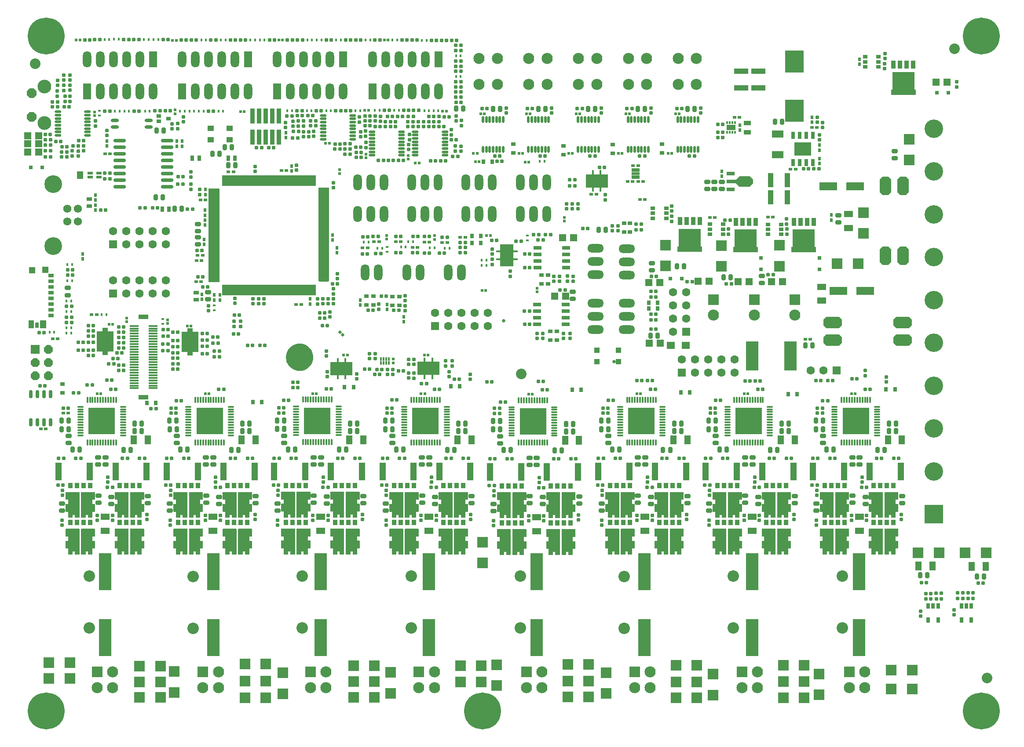
<source format=gts>
G04*
G04 #@! TF.GenerationSoftware,Altium Limited,Altium Designer,21.0.8 (223)*
G04*
G04 Layer_Color=8388736*
%FSLAX25Y25*%
%MOIN*%
G70*
G04*
G04 #@! TF.SameCoordinates,5566C36B-964F-41A9-A7E5-395C2F312E01*
G04*
G04*
G04 #@! TF.FilePolarity,Negative*
G04*
G01*
G75*
%ADD116C,0.10433*%
%ADD117R,0.03937X0.20571*%
%ADD118R,0.12598X0.15551*%
%ADD119R,0.10400X0.16800*%
%ADD120R,0.16800X0.10400*%
%ADD121R,0.05912X0.05518*%
G04:AMPARAMS|DCode=122|XSize=26mil|YSize=28mil|CornerRadius=6.4mil|HoleSize=0mil|Usage=FLASHONLY|Rotation=0.000|XOffset=0mil|YOffset=0mil|HoleType=Round|Shape=RoundedRectangle|*
%AMROUNDEDRECTD122*
21,1,0.02600,0.01520,0,0,0.0*
21,1,0.01320,0.02800,0,0,0.0*
1,1,0.01280,0.00660,-0.00760*
1,1,0.01280,-0.00660,-0.00760*
1,1,0.01280,-0.00660,0.00760*
1,1,0.01280,0.00660,0.00760*
%
%ADD122ROUNDEDRECTD122*%
%ADD123R,0.09455X0.22447*%
%ADD124R,0.06699X0.01565*%
%ADD125R,0.07487X0.03550*%
%ADD126C,0.03200*%
%ADD127R,0.01581X0.01975*%
%ADD128R,0.02054X0.02054*%
%ADD129P,0.02904X4X90.0*%
G04:AMPARAMS|DCode=130|XSize=26mil|YSize=28mil|CornerRadius=6.4mil|HoleSize=0mil|Usage=FLASHONLY|Rotation=270.000|XOffset=0mil|YOffset=0mil|HoleType=Round|Shape=RoundedRectangle|*
%AMROUNDEDRECTD130*
21,1,0.02600,0.01520,0,0,270.0*
21,1,0.01320,0.02800,0,0,270.0*
1,1,0.01280,-0.00760,-0.00660*
1,1,0.01280,-0.00760,0.00660*
1,1,0.01280,0.00760,0.00660*
1,1,0.01280,0.00760,-0.00660*
%
%ADD130ROUNDEDRECTD130*%
%ADD131R,0.04337X0.12211*%
%ADD132R,0.01384X0.03550*%
%ADD133R,0.03550X0.01384*%
%ADD134R,0.01975X0.01581*%
%ADD135R,0.02054X0.02054*%
%ADD136R,0.05200X0.05200*%
%ADD137R,0.02565X0.02368*%
%ADD138R,0.06063X0.02451*%
%ADD139R,0.02126X0.02598*%
%ADD140O,0.05124X0.01975*%
G04:AMPARAMS|DCode=141|XSize=33.13mil|YSize=43.37mil|CornerRadius=7.83mil|HoleSize=0mil|Usage=FLASHONLY|Rotation=180.000|XOffset=0mil|YOffset=0mil|HoleType=Round|Shape=RoundedRectangle|*
%AMROUNDEDRECTD141*
21,1,0.03313,0.02772,0,0,180.0*
21,1,0.01748,0.04337,0,0,180.0*
1,1,0.01565,-0.00874,0.01386*
1,1,0.01565,0.00874,0.01386*
1,1,0.01565,0.00874,-0.01386*
1,1,0.01565,-0.00874,-0.01386*
%
%ADD141ROUNDEDRECTD141*%
%ADD142R,0.09455X0.28156*%
%ADD143R,0.13786X0.05912*%
%ADD144R,0.02762X0.03550*%
%ADD145O,0.01975X0.05124*%
%ADD146R,0.03550X0.02762*%
%ADD147R,0.06699X0.03943*%
%ADD148R,0.01384X0.02368*%
%ADD149R,0.02368X0.02565*%
%ADD150R,0.05321X0.03550*%
G04:AMPARAMS|DCode=151|XSize=33.13mil|YSize=43.37mil|CornerRadius=7.83mil|HoleSize=0mil|Usage=FLASHONLY|Rotation=90.000|XOffset=0mil|YOffset=0mil|HoleType=Round|Shape=RoundedRectangle|*
%AMROUNDEDRECTD151*
21,1,0.03313,0.02772,0,0,90.0*
21,1,0.01748,0.04337,0,0,90.0*
1,1,0.01565,0.01386,0.00874*
1,1,0.01565,0.01386,-0.00874*
1,1,0.01565,-0.01386,-0.00874*
1,1,0.01565,-0.01386,0.00874*
%
%ADD151ROUNDEDRECTD151*%
%ADD152R,0.05912X0.02762*%
%ADD153R,0.07487X0.02762*%
%ADD154R,0.08471X0.08471*%
%ADD155O,0.03550X0.01502*%
%ADD156O,0.01502X0.03550*%
%ADD157R,0.06400X0.02800*%
%ADD158R,0.08300X0.08300*%
%ADD159R,0.08300X0.08300*%
%ADD160R,0.04731X0.07093*%
%ADD161R,0.02565X0.04337*%
%ADD162R,0.04928X0.13589*%
%ADD163R,0.03353X0.04140*%
%ADD164R,0.07093X0.04731*%
%ADD165R,0.01187X0.02959*%
%ADD166R,0.01187X0.02762*%
%ADD167R,0.08471X0.08471*%
G04:AMPARAMS|DCode=168|XSize=80mil|YSize=80mil|CornerRadius=40mil|HoleSize=0mil|Usage=FLASHONLY|Rotation=180.000|XOffset=0mil|YOffset=0mil|HoleType=Round|Shape=RoundedRectangle|*
%AMROUNDEDRECTD168*
21,1,0.08000,0.00000,0,0,180.0*
21,1,0.00000,0.08000,0,0,180.0*
1,1,0.08000,0.00000,0.00000*
1,1,0.08000,0.00000,0.00000*
1,1,0.08000,0.00000,0.00000*
1,1,0.08000,0.00000,0.00000*
%
%ADD168ROUNDEDRECTD168*%
%ADD169O,0.05124X0.01384*%
%ADD170O,0.01384X0.05124*%
%ADD171R,0.20479X0.20479*%
%ADD172R,0.04337X0.03156*%
%ADD173R,0.05124X0.04534*%
%ADD174R,0.05124X0.04928*%
%ADD175R,0.05124X0.06109*%
%ADD176R,0.03131X0.04337*%
%ADD177R,0.03943X0.05912*%
%ADD178O,0.02762X0.06306*%
%ADD179R,0.03353X0.11424*%
%ADD180O,0.07487X0.01381*%
%ADD181O,0.01381X0.07487*%
%ADD182R,0.05124X0.03943*%
%ADD183O,0.09455X0.02762*%
G04:AMPARAMS|DCode=184|XSize=80mil|YSize=80mil|CornerRadius=40mil|HoleSize=0mil|Usage=FLASHONLY|Rotation=270.000|XOffset=0mil|YOffset=0mil|HoleType=Round|Shape=RoundedRectangle|*
%AMROUNDEDRECTD184*
21,1,0.08000,0.00000,0,0,270.0*
21,1,0.00000,0.08000,0,0,270.0*
1,1,0.08000,0.00000,0.00000*
1,1,0.08000,0.00000,0.00000*
1,1,0.08000,0.00000,0.00000*
1,1,0.08000,0.00000,0.00000*
%
%ADD184ROUNDEDRECTD184*%
%ADD185R,0.03747X0.02762*%
%ADD186R,0.02800X0.02800*%
%ADD187R,0.03943X0.04337*%
%ADD188R,0.03943X0.01975*%
%ADD189R,0.01680X0.01463*%
%ADD190R,0.08400X0.08400*%
%ADD191R,0.03550X0.02565*%
%ADD192O,0.06109X0.02565*%
%ADD193R,0.03865X0.03038*%
%ADD194R,0.04140X0.11030*%
%ADD195R,0.08700X0.05400*%
%ADD196R,0.14179X0.16542*%
%ADD197R,0.02565X0.05321*%
%ADD198R,0.12605X0.09849*%
%ADD199R,0.03200X0.06000*%
%ADD200R,0.11030X0.04140*%
%ADD201R,0.03038X0.03865*%
%ADD202R,0.02800X0.02800*%
%ADD203R,0.06306X0.06306*%
%ADD204C,0.06306*%
%ADD205P,0.07144X8X292.5*%
%ADD206R,0.06600X0.06600*%
%ADD207O,0.06400X0.12400*%
%ADD208R,0.06400X0.12400*%
%ADD209C,0.27959*%
%ADD210C,0.08400*%
%ADD211O,0.13998X0.14000*%
%ADD212R,0.13998X0.14000*%
%ADD213O,0.12400X0.06400*%
%ADD214R,0.06306X0.06306*%
G04:AMPARAMS|DCode=215|XSize=137mil|YSize=87mil|CornerRadius=0mil|HoleSize=0mil|Usage=FLASHONLY|Rotation=180.000|XOffset=0mil|YOffset=0mil|HoleType=Round|Shape=Octagon|*
%AMOCTAGOND215*
4,1,8,-0.06850,0.02175,-0.06850,-0.02175,-0.04675,-0.04350,0.04675,-0.04350,0.06850,-0.02175,0.06850,0.02175,0.04675,0.04350,-0.04675,0.04350,-0.06850,0.02175,0.0*
%
%ADD215OCTAGOND215*%

%ADD216C,0.10400*%
%ADD217P,0.08010X8X292.5*%
%ADD218C,0.13450*%
%ADD219C,0.06200*%
G04:AMPARAMS|DCode=220|XSize=137mil|YSize=87mil|CornerRadius=0mil|HoleSize=0mil|Usage=FLASHONLY|Rotation=90.000|XOffset=0mil|YOffset=0mil|HoleType=Round|Shape=Octagon|*
%AMOCTAGOND220*
4,1,8,0.02175,0.06850,-0.02175,0.06850,-0.04350,0.04675,-0.04350,-0.04675,-0.02175,-0.06850,0.02175,-0.06850,0.04350,-0.04675,0.04350,0.04675,0.02175,0.06850,0.0*
%
%ADD220OCTAGOND220*%

%ADD221C,0.02694*%
%ADD222C,0.08674*%
G36*
X54386Y368985D02*
X55371D01*
Y364950D01*
X36867D01*
Y368985D01*
X37851D01*
Y382371D01*
X54386D01*
Y368985D01*
D02*
G37*
G36*
X-575540Y301314D02*
X-580245D01*
X-580244Y301314D01*
X-580245D01*
Y307105D01*
X-575540D01*
Y301314D01*
D02*
G37*
G36*
X-399220Y296210D02*
X-470104Y296210D01*
X-470104Y304182D01*
X-399239D01*
X-399220Y296210D01*
D02*
G37*
G36*
X-70421Y303327D02*
X-70383Y303315D01*
X-70349Y303296D01*
X-70318Y303272D01*
X-67759Y300712D01*
X-67734Y300682D01*
X-67716Y300647D01*
X-67704Y300609D01*
X-67700Y300570D01*
Y298208D01*
X-67704Y298169D01*
X-67716Y298131D01*
X-67734Y298096D01*
X-67759Y298066D01*
X-70318Y295507D01*
X-70349Y295482D01*
X-70383Y295463D01*
X-70421Y295452D01*
X-70460Y295448D01*
X-77941D01*
X-77980Y295452D01*
X-78018Y295463D01*
X-78052Y295482D01*
X-78083Y295507D01*
X-80661Y298086D01*
X-80661Y298086D01*
X-80673Y298099D01*
X-80686Y298116D01*
X-80699Y298139D01*
X-80705Y298151D01*
X-80717Y298189D01*
X-80720Y298228D01*
X-80720Y298228D01*
Y300551D01*
X-80717Y300590D01*
X-80705Y300628D01*
X-80686Y300662D01*
X-80661Y300693D01*
X-78083Y303272D01*
X-78083Y303272D01*
X-78066Y303285D01*
X-78052Y303296D01*
X-78018Y303315D01*
X-77980Y303327D01*
X-77941Y303330D01*
X-70460D01*
X-70421Y303327D01*
D02*
G37*
G36*
X-107543Y250138D02*
X-106559D01*
Y246102D01*
X-125063D01*
Y250138D01*
X-124079D01*
Y263524D01*
X-107543D01*
Y250138D01*
D02*
G37*
G36*
X-21194Y249738D02*
X-20210D01*
Y245703D01*
X-38714D01*
Y249738D01*
X-37730D01*
Y263124D01*
X-21194D01*
Y249738D01*
D02*
G37*
G36*
X-65194Y249738D02*
X-64209D01*
Y245702D01*
X-82713D01*
Y249738D01*
X-81729D01*
Y263124D01*
X-65194D01*
Y249738D01*
D02*
G37*
G36*
X-389090Y223808D02*
X-391020D01*
X-397260Y223793D01*
X-397260Y294674D01*
X-389090Y294674D01*
Y223808D01*
D02*
G37*
G36*
X-472161Y223205D02*
X-480331Y223205D01*
Y294070D01*
X-472161Y294090D01*
X-472161Y223205D01*
D02*
G37*
G36*
X-399242Y221210D02*
X-399242Y213139D01*
X-470107D01*
X-470126Y221210D01*
X-399242Y221210D01*
D02*
G37*
G36*
X-366140Y63941D02*
X-366102Y63929D01*
X-366067Y63911D01*
X-366037Y63885D01*
X-366012Y63855D01*
X-365993Y63820D01*
X-365982Y63783D01*
X-365978Y63743D01*
Y58232D01*
X-365982Y58192D01*
X-365993Y58155D01*
X-366012Y58120D01*
X-366037Y58089D01*
X-366067Y58064D01*
X-366102Y58046D01*
X-366140Y58034D01*
X-366179Y58031D01*
X-367927D01*
Y54889D01*
X-366179D01*
X-366140Y54885D01*
X-366102Y54874D01*
X-366067Y54855D01*
X-366037Y54830D01*
X-366012Y54800D01*
X-365993Y54765D01*
X-365982Y54727D01*
X-365978Y54688D01*
Y49176D01*
X-365982Y49137D01*
X-365993Y49099D01*
X-366012Y49065D01*
X-366037Y49034D01*
X-366067Y49009D01*
X-366102Y48991D01*
X-366140Y48979D01*
X-366179Y48976D01*
X-367927D01*
Y44609D01*
X-367931Y44570D01*
X-367942Y44533D01*
X-367961Y44498D01*
X-367986Y44467D01*
X-368016Y44442D01*
X-368051Y44424D01*
X-368089Y44412D01*
X-368128Y44409D01*
X-371081D01*
X-371120Y44412D01*
X-371158Y44424D01*
X-371192Y44442D01*
X-371223Y44467D01*
X-371248Y44498D01*
X-371266Y44533D01*
X-371278Y44570D01*
X-371282Y44609D01*
Y46613D01*
X-372947D01*
Y44609D01*
X-372951Y44570D01*
X-372962Y44533D01*
X-372980Y44498D01*
X-373006Y44467D01*
X-373036Y44442D01*
X-373071Y44424D01*
X-373108Y44412D01*
X-373148Y44409D01*
X-376317D01*
X-376356Y44412D01*
X-376394Y44424D01*
X-376429Y44442D01*
X-376459Y44467D01*
X-376484Y44498D01*
X-376503Y44533D01*
X-376514Y44570D01*
X-376518Y44609D01*
Y63743D01*
X-376514Y63783D01*
X-376503Y63820D01*
X-376484Y63855D01*
X-376459Y63885D01*
X-376429Y63911D01*
X-376394Y63929D01*
X-376356Y63941D01*
X-376317Y63944D01*
X-366179D01*
X-366140Y63941D01*
D02*
G37*
G36*
X-377853D02*
X-377815Y63929D01*
X-377780Y63911D01*
X-377750Y63885D01*
X-377725Y63855D01*
X-377706Y63820D01*
X-377695Y63783D01*
X-377691Y63743D01*
Y44609D01*
X-377695Y44570D01*
X-377706Y44533D01*
X-377725Y44498D01*
X-377750Y44467D01*
X-377780Y44442D01*
X-377815Y44424D01*
X-377853Y44412D01*
X-377892Y44409D01*
X-381061D01*
X-381100Y44412D01*
X-381138Y44424D01*
X-381173Y44442D01*
X-381203Y44467D01*
X-381228Y44498D01*
X-381247Y44533D01*
X-381258Y44570D01*
X-381262Y44609D01*
Y46613D01*
X-382927D01*
Y44609D01*
X-382931Y44570D01*
X-382942Y44533D01*
X-382961Y44498D01*
X-382986Y44467D01*
X-383016Y44442D01*
X-383051Y44424D01*
X-383089Y44412D01*
X-383128Y44409D01*
X-386081D01*
X-386120Y44412D01*
X-386158Y44424D01*
X-386192Y44442D01*
X-386223Y44467D01*
X-386248Y44498D01*
X-386266Y44533D01*
X-386278Y44570D01*
X-386282Y44609D01*
Y48976D01*
X-388030D01*
X-388069Y48979D01*
X-388106Y48991D01*
X-388141Y49009D01*
X-388172Y49034D01*
X-388197Y49065D01*
X-388215Y49099D01*
X-388227Y49137D01*
X-388230Y49176D01*
Y54688D01*
X-388227Y54727D01*
X-388215Y54765D01*
X-388197Y54800D01*
X-388172Y54830D01*
X-388141Y54855D01*
X-388106Y54874D01*
X-388069Y54885D01*
X-388030Y54889D01*
X-386282D01*
Y58031D01*
X-388030D01*
X-388069Y58034D01*
X-388106Y58046D01*
X-388141Y58064D01*
X-388172Y58089D01*
X-388197Y58120D01*
X-388215Y58155D01*
X-388227Y58192D01*
X-388230Y58232D01*
Y63743D01*
X-388227Y63783D01*
X-388215Y63820D01*
X-388197Y63855D01*
X-388172Y63885D01*
X-388141Y63911D01*
X-388106Y63929D01*
X-388069Y63941D01*
X-388030Y63944D01*
X-377892D01*
X-377853Y63941D01*
D02*
G37*
G36*
X-403389D02*
X-403351Y63929D01*
X-403316Y63911D01*
X-403286Y63885D01*
X-403261Y63855D01*
X-403242Y63820D01*
X-403231Y63783D01*
X-403227Y63743D01*
Y58232D01*
X-403231Y58192D01*
X-403242Y58155D01*
X-403261Y58120D01*
X-403286Y58089D01*
X-403316Y58064D01*
X-403351Y58046D01*
X-403389Y58034D01*
X-403428Y58031D01*
X-405176D01*
Y54889D01*
X-403428D01*
X-403389Y54885D01*
X-403351Y54874D01*
X-403316Y54855D01*
X-403286Y54830D01*
X-403261Y54800D01*
X-403242Y54765D01*
X-403231Y54727D01*
X-403227Y54688D01*
Y49176D01*
X-403231Y49137D01*
X-403242Y49099D01*
X-403261Y49065D01*
X-403286Y49034D01*
X-403316Y49009D01*
X-403351Y48991D01*
X-403389Y48979D01*
X-403428Y48976D01*
X-405176D01*
Y44609D01*
X-405180Y44570D01*
X-405191Y44533D01*
X-405210Y44498D01*
X-405235Y44467D01*
X-405265Y44442D01*
X-405300Y44424D01*
X-405337Y44412D01*
X-405377Y44409D01*
X-408329D01*
X-408369Y44412D01*
X-408406Y44424D01*
X-408441Y44442D01*
X-408472Y44467D01*
X-408497Y44498D01*
X-408515Y44533D01*
X-408527Y44570D01*
X-408530Y44609D01*
Y46613D01*
X-410195D01*
Y44609D01*
X-410199Y44570D01*
X-410211Y44533D01*
X-410229Y44498D01*
X-410254Y44467D01*
X-410285Y44442D01*
X-410320Y44424D01*
X-410357Y44412D01*
X-410396Y44409D01*
X-413566D01*
X-413605Y44412D01*
X-413643Y44424D01*
X-413677Y44442D01*
X-413708Y44467D01*
X-413733Y44498D01*
X-413751Y44533D01*
X-413763Y44570D01*
X-413767Y44609D01*
Y63743D01*
X-413763Y63783D01*
X-413751Y63820D01*
X-413733Y63855D01*
X-413708Y63885D01*
X-413677Y63911D01*
X-413643Y63929D01*
X-413605Y63941D01*
X-413566Y63944D01*
X-403428D01*
X-403389Y63941D01*
D02*
G37*
G36*
X-415101D02*
X-415064Y63929D01*
X-415029Y63911D01*
X-414998Y63885D01*
X-414973Y63855D01*
X-414955Y63820D01*
X-414943Y63783D01*
X-414939Y63743D01*
Y44609D01*
X-414943Y44570D01*
X-414955Y44533D01*
X-414973Y44498D01*
X-414998Y44467D01*
X-415029Y44442D01*
X-415064Y44424D01*
X-415101Y44412D01*
X-415140Y44409D01*
X-418310D01*
X-418349Y44412D01*
X-418387Y44424D01*
X-418421Y44442D01*
X-418452Y44467D01*
X-418477Y44498D01*
X-418495Y44533D01*
X-418507Y44570D01*
X-418511Y44609D01*
Y46613D01*
X-420176D01*
Y44609D01*
X-420180Y44570D01*
X-420191Y44533D01*
X-420210Y44498D01*
X-420235Y44467D01*
X-420265Y44442D01*
X-420300Y44424D01*
X-420337Y44412D01*
X-420377Y44409D01*
X-423329D01*
X-423369Y44412D01*
X-423406Y44424D01*
X-423441Y44442D01*
X-423472Y44467D01*
X-423497Y44498D01*
X-423515Y44533D01*
X-423527Y44570D01*
X-423530Y44609D01*
Y48976D01*
X-425278D01*
X-425317Y48979D01*
X-425355Y48991D01*
X-425390Y49009D01*
X-425420Y49034D01*
X-425445Y49065D01*
X-425464Y49099D01*
X-425475Y49137D01*
X-425479Y49176D01*
Y54688D01*
X-425475Y54727D01*
X-425464Y54765D01*
X-425445Y54800D01*
X-425420Y54830D01*
X-425390Y54855D01*
X-425355Y54874D01*
X-425317Y54885D01*
X-425278Y54889D01*
X-423530D01*
Y58031D01*
X-425278D01*
X-425317Y58034D01*
X-425355Y58046D01*
X-425390Y58064D01*
X-425420Y58089D01*
X-425445Y58120D01*
X-425464Y58155D01*
X-425475Y58192D01*
X-425479Y58232D01*
Y63743D01*
X-425475Y63783D01*
X-425464Y63820D01*
X-425445Y63855D01*
X-425420Y63885D01*
X-425390Y63911D01*
X-425355Y63929D01*
X-425317Y63941D01*
X-425278Y63944D01*
X-415140D01*
X-415101Y63941D01*
D02*
G37*
G36*
X42098Y63845D02*
X42136Y63833D01*
X42171Y63815D01*
X42201Y63789D01*
X42226Y63759D01*
X42245Y63724D01*
X42256Y63687D01*
X42260Y63647D01*
Y58136D01*
X42256Y58096D01*
X42245Y58059D01*
X42226Y58024D01*
X42201Y57994D01*
X42171Y57968D01*
X42136Y57950D01*
X42098Y57938D01*
X42059Y57935D01*
X40311D01*
Y54793D01*
X42059D01*
X42098Y54789D01*
X42136Y54778D01*
X42171Y54759D01*
X42201Y54734D01*
X42226Y54704D01*
X42245Y54669D01*
X42256Y54632D01*
X42260Y54592D01*
Y49081D01*
X42256Y49041D01*
X42245Y49004D01*
X42226Y48969D01*
X42201Y48938D01*
X42171Y48913D01*
X42136Y48895D01*
X42098Y48883D01*
X42059Y48880D01*
X40311D01*
Y44514D01*
X40307Y44474D01*
X40296Y44437D01*
X40277Y44402D01*
X40252Y44372D01*
X40222Y44346D01*
X40187Y44328D01*
X40150Y44317D01*
X40110Y44313D01*
X37157D01*
X37118Y44317D01*
X37081Y44328D01*
X37046Y44346D01*
X37015Y44372D01*
X36990Y44402D01*
X36972Y44437D01*
X36960Y44474D01*
X36957Y44514D01*
Y46517D01*
X35292D01*
Y44514D01*
X35288Y44474D01*
X35276Y44437D01*
X35258Y44402D01*
X35233Y44372D01*
X35202Y44346D01*
X35168Y44328D01*
X35130Y44317D01*
X35091Y44313D01*
X31921D01*
X31882Y44317D01*
X31844Y44328D01*
X31810Y44346D01*
X31779Y44372D01*
X31754Y44402D01*
X31736Y44437D01*
X31724Y44474D01*
X31720Y44514D01*
Y63647D01*
X31724Y63687D01*
X31736Y63724D01*
X31754Y63759D01*
X31779Y63789D01*
X31810Y63815D01*
X31844Y63833D01*
X31882Y63845D01*
X31921Y63848D01*
X42059D01*
X42098Y63845D01*
D02*
G37*
G36*
X30386D02*
X30423Y63833D01*
X30458Y63815D01*
X30489Y63789D01*
X30514Y63759D01*
X30532Y63724D01*
X30544Y63687D01*
X30547Y63647D01*
Y44514D01*
X30544Y44474D01*
X30532Y44437D01*
X30514Y44402D01*
X30489Y44372D01*
X30458Y44346D01*
X30423Y44328D01*
X30386Y44317D01*
X30347Y44313D01*
X27177D01*
X27138Y44317D01*
X27100Y44328D01*
X27066Y44346D01*
X27035Y44372D01*
X27010Y44402D01*
X26992Y44437D01*
X26980Y44474D01*
X26976Y44514D01*
Y46517D01*
X25311D01*
Y44514D01*
X25307Y44474D01*
X25296Y44437D01*
X25277Y44402D01*
X25252Y44372D01*
X25222Y44346D01*
X25187Y44328D01*
X25150Y44317D01*
X25110Y44313D01*
X22158D01*
X22118Y44317D01*
X22081Y44328D01*
X22046Y44346D01*
X22015Y44372D01*
X21991Y44402D01*
X21972Y44437D01*
X21960Y44474D01*
X21957Y44514D01*
Y48880D01*
X20209D01*
X20169Y48883D01*
X20132Y48895D01*
X20097Y48913D01*
X20067Y48938D01*
X20042Y48969D01*
X20023Y49004D01*
X20012Y49041D01*
X20008Y49081D01*
Y54592D01*
X20012Y54632D01*
X20023Y54669D01*
X20042Y54704D01*
X20067Y54734D01*
X20097Y54759D01*
X20132Y54778D01*
X20169Y54789D01*
X20209Y54793D01*
X21957D01*
Y57935D01*
X20209D01*
X20169Y57938D01*
X20132Y57950D01*
X20097Y57968D01*
X20067Y57994D01*
X20042Y58024D01*
X20023Y58059D01*
X20012Y58096D01*
X20008Y58136D01*
Y63647D01*
X20012Y63687D01*
X20023Y63724D01*
X20042Y63759D01*
X20067Y63789D01*
X20097Y63815D01*
X20132Y63833D01*
X20169Y63845D01*
X20209Y63848D01*
X30347D01*
X30386Y63845D01*
D02*
G37*
G36*
X4849D02*
X4887Y63833D01*
X4922Y63815D01*
X4952Y63789D01*
X4977Y63759D01*
X4996Y63724D01*
X5007Y63687D01*
X5011Y63647D01*
Y58136D01*
X5007Y58096D01*
X4996Y58059D01*
X4977Y58024D01*
X4952Y57994D01*
X4922Y57968D01*
X4887Y57950D01*
X4849Y57938D01*
X4810Y57935D01*
X3063D01*
Y54793D01*
X4810D01*
X4849Y54789D01*
X4887Y54778D01*
X4922Y54759D01*
X4952Y54734D01*
X4977Y54704D01*
X4996Y54669D01*
X5007Y54632D01*
X5011Y54592D01*
Y49081D01*
X5007Y49041D01*
X4996Y49004D01*
X4977Y48969D01*
X4952Y48938D01*
X4922Y48913D01*
X4887Y48895D01*
X4849Y48883D01*
X4810Y48880D01*
X3063D01*
Y44514D01*
X3059Y44474D01*
X3047Y44437D01*
X3029Y44402D01*
X3004Y44372D01*
X2973Y44346D01*
X2938Y44328D01*
X2901Y44317D01*
X2861Y44313D01*
X-91D01*
X-131Y44317D01*
X-168Y44328D01*
X-203Y44346D01*
X-233Y44372D01*
X-258Y44402D01*
X-277Y44437D01*
X-288Y44474D01*
X-292Y44514D01*
Y46517D01*
X-1957D01*
Y44514D01*
X-1961Y44474D01*
X-1973Y44437D01*
X-1991Y44402D01*
X-2016Y44372D01*
X-2046Y44346D01*
X-2081Y44328D01*
X-2119Y44317D01*
X-2158Y44313D01*
X-5328D01*
X-5367Y44317D01*
X-5404Y44328D01*
X-5439Y44346D01*
X-5470Y44372D01*
X-5495Y44402D01*
X-5513Y44437D01*
X-5525Y44474D01*
X-5528Y44514D01*
Y63647D01*
X-5525Y63687D01*
X-5513Y63724D01*
X-5495Y63759D01*
X-5470Y63789D01*
X-5439Y63815D01*
X-5404Y63833D01*
X-5367Y63845D01*
X-5328Y63848D01*
X4810D01*
X4849Y63845D01*
D02*
G37*
G36*
X-6863D02*
X-6825Y63833D01*
X-6791Y63815D01*
X-6760Y63789D01*
X-6735Y63759D01*
X-6717Y63724D01*
X-6705Y63687D01*
X-6701Y63647D01*
Y44514D01*
X-6705Y44474D01*
X-6717Y44437D01*
X-6735Y44402D01*
X-6760Y44372D01*
X-6791Y44346D01*
X-6825Y44328D01*
X-6863Y44317D01*
X-6902Y44313D01*
X-10072D01*
X-10111Y44317D01*
X-10148Y44328D01*
X-10183Y44346D01*
X-10214Y44372D01*
X-10239Y44402D01*
X-10257Y44437D01*
X-10269Y44474D01*
X-10272Y44514D01*
Y46517D01*
X-11937D01*
Y44514D01*
X-11941Y44474D01*
X-11953Y44437D01*
X-11971Y44402D01*
X-11996Y44372D01*
X-12027Y44346D01*
X-12062Y44328D01*
X-12099Y44317D01*
X-12139Y44313D01*
X-15091D01*
X-15131Y44317D01*
X-15168Y44328D01*
X-15203Y44346D01*
X-15233Y44372D01*
X-15258Y44402D01*
X-15277Y44437D01*
X-15288Y44474D01*
X-15292Y44514D01*
Y48880D01*
X-17040D01*
X-17079Y48883D01*
X-17117Y48895D01*
X-17152Y48913D01*
X-17182Y48938D01*
X-17207Y48969D01*
X-17226Y49004D01*
X-17237Y49041D01*
X-17241Y49081D01*
Y54592D01*
X-17237Y54632D01*
X-17226Y54669D01*
X-17207Y54704D01*
X-17182Y54734D01*
X-17152Y54759D01*
X-17117Y54778D01*
X-17079Y54789D01*
X-17040Y54793D01*
X-15292D01*
Y57935D01*
X-17040D01*
X-17079Y57938D01*
X-17117Y57950D01*
X-17152Y57968D01*
X-17182Y57994D01*
X-17207Y58024D01*
X-17226Y58059D01*
X-17237Y58096D01*
X-17241Y58136D01*
Y63647D01*
X-17237Y63687D01*
X-17226Y63724D01*
X-17207Y63759D01*
X-17182Y63789D01*
X-17152Y63815D01*
X-17117Y63833D01*
X-17079Y63845D01*
X-17040Y63848D01*
X-6902D01*
X-6863Y63845D01*
D02*
G37*
G36*
X-39202D02*
X-39164Y63833D01*
X-39129Y63815D01*
X-39099Y63789D01*
X-39074Y63759D01*
X-39055Y63724D01*
X-39044Y63687D01*
X-39040Y63647D01*
Y58136D01*
X-39044Y58096D01*
X-39055Y58059D01*
X-39074Y58024D01*
X-39099Y57994D01*
X-39129Y57968D01*
X-39164Y57950D01*
X-39202Y57938D01*
X-39241Y57935D01*
X-40989D01*
Y54793D01*
X-39241D01*
X-39202Y54789D01*
X-39164Y54778D01*
X-39129Y54759D01*
X-39099Y54734D01*
X-39074Y54704D01*
X-39055Y54669D01*
X-39044Y54632D01*
X-39040Y54592D01*
Y49081D01*
X-39044Y49041D01*
X-39055Y49004D01*
X-39074Y48969D01*
X-39099Y48938D01*
X-39129Y48913D01*
X-39164Y48895D01*
X-39202Y48883D01*
X-39241Y48880D01*
X-40989D01*
Y44514D01*
X-40993Y44474D01*
X-41004Y44437D01*
X-41023Y44402D01*
X-41048Y44372D01*
X-41078Y44346D01*
X-41113Y44328D01*
X-41151Y44317D01*
X-41190Y44313D01*
X-44142D01*
X-44182Y44317D01*
X-44219Y44328D01*
X-44254Y44346D01*
X-44285Y44372D01*
X-44310Y44402D01*
X-44328Y44437D01*
X-44340Y44474D01*
X-44343Y44514D01*
Y46517D01*
X-46008D01*
Y44514D01*
X-46012Y44474D01*
X-46024Y44437D01*
X-46042Y44402D01*
X-46067Y44372D01*
X-46098Y44346D01*
X-46132Y44328D01*
X-46170Y44317D01*
X-46209Y44313D01*
X-49379D01*
X-49418Y44317D01*
X-49456Y44328D01*
X-49490Y44346D01*
X-49521Y44372D01*
X-49546Y44402D01*
X-49564Y44437D01*
X-49576Y44474D01*
X-49580Y44514D01*
Y63647D01*
X-49576Y63687D01*
X-49564Y63724D01*
X-49546Y63759D01*
X-49521Y63789D01*
X-49490Y63815D01*
X-49456Y63833D01*
X-49418Y63845D01*
X-49379Y63848D01*
X-39241D01*
X-39202Y63845D01*
D02*
G37*
G36*
X-50914D02*
X-50877Y63833D01*
X-50842Y63815D01*
X-50811Y63789D01*
X-50786Y63759D01*
X-50768Y63724D01*
X-50756Y63687D01*
X-50753Y63647D01*
Y44514D01*
X-50756Y44474D01*
X-50768Y44437D01*
X-50786Y44402D01*
X-50811Y44372D01*
X-50842Y44346D01*
X-50877Y44328D01*
X-50914Y44317D01*
X-50954Y44313D01*
X-54123D01*
X-54162Y44317D01*
X-54200Y44328D01*
X-54234Y44346D01*
X-54265Y44372D01*
X-54290Y44402D01*
X-54308Y44437D01*
X-54320Y44474D01*
X-54324Y44514D01*
Y46517D01*
X-55989D01*
Y44514D01*
X-55993Y44474D01*
X-56004Y44437D01*
X-56023Y44402D01*
X-56048Y44372D01*
X-56078Y44346D01*
X-56113Y44328D01*
X-56151Y44317D01*
X-56190Y44313D01*
X-59142D01*
X-59182Y44317D01*
X-59219Y44328D01*
X-59254Y44346D01*
X-59285Y44372D01*
X-59310Y44402D01*
X-59328Y44437D01*
X-59340Y44474D01*
X-59343Y44514D01*
Y48880D01*
X-61091D01*
X-61130Y48883D01*
X-61168Y48895D01*
X-61203Y48913D01*
X-61233Y48938D01*
X-61258Y48969D01*
X-61277Y49004D01*
X-61288Y49041D01*
X-61292Y49081D01*
Y54592D01*
X-61288Y54632D01*
X-61277Y54669D01*
X-61258Y54704D01*
X-61233Y54734D01*
X-61203Y54759D01*
X-61168Y54778D01*
X-61130Y54789D01*
X-61091Y54793D01*
X-59343D01*
Y57935D01*
X-61091D01*
X-61130Y57938D01*
X-61168Y57950D01*
X-61203Y57968D01*
X-61233Y57994D01*
X-61258Y58024D01*
X-61277Y58059D01*
X-61288Y58096D01*
X-61292Y58136D01*
Y63647D01*
X-61288Y63687D01*
X-61277Y63724D01*
X-61258Y63759D01*
X-61233Y63789D01*
X-61203Y63815D01*
X-61168Y63833D01*
X-61130Y63845D01*
X-61091Y63848D01*
X-50954D01*
X-50914Y63845D01*
D02*
G37*
G36*
X-76451D02*
X-76413Y63833D01*
X-76378Y63815D01*
X-76348Y63789D01*
X-76323Y63759D01*
X-76304Y63724D01*
X-76293Y63687D01*
X-76289Y63647D01*
Y58136D01*
X-76293Y58096D01*
X-76304Y58059D01*
X-76323Y58024D01*
X-76348Y57994D01*
X-76378Y57968D01*
X-76413Y57950D01*
X-76451Y57938D01*
X-76490Y57935D01*
X-78237D01*
Y54793D01*
X-76490D01*
X-76451Y54789D01*
X-76413Y54778D01*
X-76378Y54759D01*
X-76348Y54734D01*
X-76323Y54704D01*
X-76304Y54669D01*
X-76293Y54632D01*
X-76289Y54592D01*
Y49081D01*
X-76293Y49041D01*
X-76304Y49004D01*
X-76323Y48969D01*
X-76348Y48938D01*
X-76378Y48913D01*
X-76413Y48895D01*
X-76451Y48883D01*
X-76490Y48880D01*
X-78237D01*
Y44514D01*
X-78241Y44474D01*
X-78253Y44437D01*
X-78271Y44402D01*
X-78296Y44372D01*
X-78327Y44346D01*
X-78362Y44328D01*
X-78399Y44317D01*
X-78439Y44313D01*
X-81391D01*
X-81431Y44317D01*
X-81468Y44328D01*
X-81503Y44346D01*
X-81533Y44372D01*
X-81558Y44402D01*
X-81577Y44437D01*
X-81588Y44474D01*
X-81592Y44514D01*
Y46517D01*
X-83257D01*
Y44514D01*
X-83261Y44474D01*
X-83272Y44437D01*
X-83291Y44402D01*
X-83316Y44372D01*
X-83346Y44346D01*
X-83381Y44328D01*
X-83419Y44317D01*
X-83458Y44313D01*
X-86628D01*
X-86667Y44317D01*
X-86704Y44328D01*
X-86739Y44346D01*
X-86770Y44372D01*
X-86795Y44402D01*
X-86813Y44437D01*
X-86825Y44474D01*
X-86828Y44514D01*
Y63647D01*
X-86825Y63687D01*
X-86813Y63724D01*
X-86795Y63759D01*
X-86770Y63789D01*
X-86739Y63815D01*
X-86704Y63833D01*
X-86667Y63845D01*
X-86628Y63848D01*
X-76490D01*
X-76451Y63845D01*
D02*
G37*
G36*
X-88163D02*
X-88125Y63833D01*
X-88091Y63815D01*
X-88060Y63789D01*
X-88035Y63759D01*
X-88017Y63724D01*
X-88005Y63687D01*
X-88001Y63647D01*
Y44514D01*
X-88005Y44474D01*
X-88017Y44437D01*
X-88035Y44402D01*
X-88060Y44372D01*
X-88091Y44346D01*
X-88125Y44328D01*
X-88163Y44317D01*
X-88202Y44313D01*
X-91372D01*
X-91411Y44317D01*
X-91448Y44328D01*
X-91483Y44346D01*
X-91514Y44372D01*
X-91539Y44402D01*
X-91557Y44437D01*
X-91569Y44474D01*
X-91572Y44514D01*
Y46517D01*
X-93238D01*
Y44514D01*
X-93241Y44474D01*
X-93253Y44437D01*
X-93271Y44402D01*
X-93296Y44372D01*
X-93327Y44346D01*
X-93362Y44328D01*
X-93399Y44317D01*
X-93439Y44313D01*
X-96391D01*
X-96430Y44317D01*
X-96468Y44328D01*
X-96503Y44346D01*
X-96533Y44372D01*
X-96558Y44402D01*
X-96577Y44437D01*
X-96588Y44474D01*
X-96592Y44514D01*
Y48880D01*
X-98340D01*
X-98379Y48883D01*
X-98417Y48895D01*
X-98452Y48913D01*
X-98482Y48938D01*
X-98507Y48969D01*
X-98526Y49004D01*
X-98537Y49041D01*
X-98541Y49081D01*
Y54592D01*
X-98537Y54632D01*
X-98526Y54669D01*
X-98507Y54704D01*
X-98482Y54734D01*
X-98452Y54759D01*
X-98417Y54778D01*
X-98379Y54789D01*
X-98340Y54793D01*
X-96592D01*
Y57935D01*
X-98340D01*
X-98379Y57938D01*
X-98417Y57950D01*
X-98452Y57968D01*
X-98482Y57994D01*
X-98507Y58024D01*
X-98526Y58059D01*
X-98537Y58096D01*
X-98541Y58136D01*
Y63647D01*
X-98537Y63687D01*
X-98526Y63724D01*
X-98507Y63759D01*
X-98482Y63789D01*
X-98452Y63815D01*
X-98417Y63833D01*
X-98379Y63845D01*
X-98340Y63848D01*
X-88202D01*
X-88163Y63845D01*
D02*
G37*
G36*
X-120502D02*
X-120464Y63833D01*
X-120429Y63815D01*
X-120399Y63789D01*
X-120374Y63759D01*
X-120355Y63724D01*
X-120344Y63687D01*
X-120340Y63647D01*
Y58136D01*
X-120344Y58096D01*
X-120355Y58059D01*
X-120374Y58024D01*
X-120399Y57994D01*
X-120429Y57968D01*
X-120464Y57950D01*
X-120502Y57938D01*
X-120541Y57935D01*
X-122289D01*
Y54793D01*
X-120541D01*
X-120502Y54789D01*
X-120464Y54778D01*
X-120429Y54759D01*
X-120399Y54734D01*
X-120374Y54704D01*
X-120355Y54669D01*
X-120344Y54632D01*
X-120340Y54592D01*
Y49081D01*
X-120344Y49041D01*
X-120355Y49004D01*
X-120374Y48969D01*
X-120399Y48938D01*
X-120429Y48913D01*
X-120464Y48895D01*
X-120502Y48883D01*
X-120541Y48880D01*
X-122289D01*
Y44514D01*
X-122293Y44474D01*
X-122304Y44437D01*
X-122323Y44402D01*
X-122348Y44372D01*
X-122378Y44346D01*
X-122413Y44328D01*
X-122450Y44317D01*
X-122490Y44313D01*
X-125443D01*
X-125482Y44317D01*
X-125519Y44328D01*
X-125554Y44346D01*
X-125585Y44372D01*
X-125610Y44402D01*
X-125628Y44437D01*
X-125640Y44474D01*
X-125643Y44514D01*
Y46517D01*
X-127308D01*
Y44514D01*
X-127312Y44474D01*
X-127324Y44437D01*
X-127342Y44402D01*
X-127367Y44372D01*
X-127398Y44346D01*
X-127433Y44328D01*
X-127470Y44317D01*
X-127509Y44313D01*
X-130679D01*
X-130718Y44317D01*
X-130756Y44328D01*
X-130790Y44346D01*
X-130821Y44372D01*
X-130846Y44402D01*
X-130864Y44437D01*
X-130876Y44474D01*
X-130880Y44514D01*
Y63647D01*
X-130876Y63687D01*
X-130864Y63724D01*
X-130846Y63759D01*
X-130821Y63789D01*
X-130790Y63815D01*
X-130756Y63833D01*
X-130718Y63845D01*
X-130679Y63848D01*
X-120541D01*
X-120502Y63845D01*
D02*
G37*
G36*
X-132214D02*
X-132177Y63833D01*
X-132142Y63815D01*
X-132111Y63789D01*
X-132086Y63759D01*
X-132068Y63724D01*
X-132056Y63687D01*
X-132053Y63647D01*
Y44514D01*
X-132056Y44474D01*
X-132068Y44437D01*
X-132086Y44402D01*
X-132111Y44372D01*
X-132142Y44346D01*
X-132177Y44328D01*
X-132214Y44317D01*
X-132254Y44313D01*
X-135423D01*
X-135462Y44317D01*
X-135500Y44328D01*
X-135534Y44346D01*
X-135565Y44372D01*
X-135590Y44402D01*
X-135608Y44437D01*
X-135620Y44474D01*
X-135624Y44514D01*
Y46517D01*
X-137289D01*
Y44514D01*
X-137293Y44474D01*
X-137304Y44437D01*
X-137323Y44402D01*
X-137348Y44372D01*
X-137378Y44346D01*
X-137413Y44328D01*
X-137451Y44317D01*
X-137490Y44313D01*
X-140443D01*
X-140482Y44317D01*
X-140519Y44328D01*
X-140554Y44346D01*
X-140585Y44372D01*
X-140610Y44402D01*
X-140628Y44437D01*
X-140640Y44474D01*
X-140643Y44514D01*
Y48880D01*
X-142391D01*
X-142430Y48883D01*
X-142468Y48895D01*
X-142503Y48913D01*
X-142533Y48938D01*
X-142558Y48969D01*
X-142577Y49004D01*
X-142588Y49041D01*
X-142592Y49081D01*
Y54592D01*
X-142588Y54632D01*
X-142577Y54669D01*
X-142558Y54704D01*
X-142533Y54734D01*
X-142503Y54759D01*
X-142468Y54778D01*
X-142430Y54789D01*
X-142391Y54793D01*
X-140643D01*
Y57935D01*
X-142391D01*
X-142430Y57938D01*
X-142468Y57950D01*
X-142503Y57968D01*
X-142533Y57994D01*
X-142558Y58024D01*
X-142577Y58059D01*
X-142588Y58096D01*
X-142592Y58136D01*
Y63647D01*
X-142588Y63687D01*
X-142577Y63724D01*
X-142558Y63759D01*
X-142533Y63789D01*
X-142503Y63815D01*
X-142468Y63833D01*
X-142430Y63845D01*
X-142391Y63848D01*
X-132254D01*
X-132214Y63845D01*
D02*
G37*
G36*
X-157750D02*
X-157713Y63833D01*
X-157678Y63815D01*
X-157648Y63789D01*
X-157623Y63759D01*
X-157604Y63724D01*
X-157593Y63687D01*
X-157589Y63647D01*
Y58136D01*
X-157593Y58096D01*
X-157604Y58059D01*
X-157623Y58024D01*
X-157648Y57994D01*
X-157678Y57968D01*
X-157713Y57950D01*
X-157750Y57938D01*
X-157790Y57935D01*
X-159537D01*
Y54793D01*
X-157790D01*
X-157750Y54789D01*
X-157713Y54778D01*
X-157678Y54759D01*
X-157648Y54734D01*
X-157623Y54704D01*
X-157604Y54669D01*
X-157593Y54632D01*
X-157589Y54592D01*
Y49081D01*
X-157593Y49041D01*
X-157604Y49004D01*
X-157623Y48969D01*
X-157648Y48938D01*
X-157678Y48913D01*
X-157713Y48895D01*
X-157750Y48883D01*
X-157790Y48880D01*
X-159537D01*
Y44514D01*
X-159541Y44474D01*
X-159553Y44437D01*
X-159571Y44402D01*
X-159596Y44372D01*
X-159627Y44346D01*
X-159662Y44328D01*
X-159699Y44317D01*
X-159739Y44313D01*
X-162691D01*
X-162731Y44317D01*
X-162768Y44328D01*
X-162803Y44346D01*
X-162833Y44372D01*
X-162858Y44402D01*
X-162877Y44437D01*
X-162888Y44474D01*
X-162892Y44514D01*
Y46517D01*
X-164557D01*
Y44514D01*
X-164561Y44474D01*
X-164573Y44437D01*
X-164591Y44402D01*
X-164616Y44372D01*
X-164646Y44346D01*
X-164681Y44328D01*
X-164719Y44317D01*
X-164758Y44313D01*
X-167928D01*
X-167967Y44317D01*
X-168004Y44328D01*
X-168039Y44346D01*
X-168070Y44372D01*
X-168095Y44402D01*
X-168113Y44437D01*
X-168125Y44474D01*
X-168128Y44514D01*
Y63647D01*
X-168125Y63687D01*
X-168113Y63724D01*
X-168095Y63759D01*
X-168070Y63789D01*
X-168039Y63815D01*
X-168004Y63833D01*
X-167967Y63845D01*
X-167928Y63848D01*
X-157790D01*
X-157750Y63845D01*
D02*
G37*
G36*
X-169463D02*
X-169425Y63833D01*
X-169391Y63815D01*
X-169360Y63789D01*
X-169335Y63759D01*
X-169317Y63724D01*
X-169305Y63687D01*
X-169301Y63647D01*
Y44514D01*
X-169305Y44474D01*
X-169317Y44437D01*
X-169335Y44402D01*
X-169360Y44372D01*
X-169391Y44346D01*
X-169425Y44328D01*
X-169463Y44317D01*
X-169502Y44313D01*
X-172672D01*
X-172711Y44317D01*
X-172748Y44328D01*
X-172783Y44346D01*
X-172814Y44372D01*
X-172839Y44402D01*
X-172857Y44437D01*
X-172869Y44474D01*
X-172872Y44514D01*
Y46517D01*
X-174538D01*
Y44514D01*
X-174541Y44474D01*
X-174553Y44437D01*
X-174571Y44402D01*
X-174596Y44372D01*
X-174627Y44346D01*
X-174662Y44328D01*
X-174699Y44317D01*
X-174739Y44313D01*
X-177691D01*
X-177731Y44317D01*
X-177768Y44328D01*
X-177803Y44346D01*
X-177833Y44372D01*
X-177858Y44402D01*
X-177877Y44437D01*
X-177888Y44474D01*
X-177892Y44514D01*
Y48880D01*
X-179640D01*
X-179679Y48883D01*
X-179717Y48895D01*
X-179752Y48913D01*
X-179782Y48938D01*
X-179807Y48969D01*
X-179826Y49004D01*
X-179837Y49041D01*
X-179841Y49081D01*
Y54592D01*
X-179837Y54632D01*
X-179826Y54669D01*
X-179807Y54704D01*
X-179782Y54734D01*
X-179752Y54759D01*
X-179717Y54778D01*
X-179679Y54789D01*
X-179640Y54793D01*
X-177892D01*
Y57935D01*
X-179640D01*
X-179679Y57938D01*
X-179717Y57950D01*
X-179752Y57968D01*
X-179782Y57994D01*
X-179807Y58024D01*
X-179826Y58059D01*
X-179837Y58096D01*
X-179841Y58136D01*
Y63647D01*
X-179837Y63687D01*
X-179826Y63724D01*
X-179807Y63759D01*
X-179782Y63789D01*
X-179752Y63815D01*
X-179717Y63833D01*
X-179679Y63845D01*
X-179640Y63848D01*
X-169502D01*
X-169463Y63845D01*
D02*
G37*
G36*
X-284084D02*
X-284047Y63833D01*
X-284012Y63815D01*
X-283981Y63789D01*
X-283956Y63759D01*
X-283938Y63724D01*
X-283926Y63687D01*
X-283923Y63647D01*
Y58136D01*
X-283926Y58096D01*
X-283938Y58059D01*
X-283956Y58024D01*
X-283981Y57994D01*
X-284012Y57968D01*
X-284047Y57950D01*
X-284084Y57938D01*
X-284123Y57935D01*
X-285871D01*
Y54793D01*
X-284123D01*
X-284084Y54789D01*
X-284047Y54778D01*
X-284012Y54759D01*
X-283981Y54734D01*
X-283956Y54704D01*
X-283938Y54669D01*
X-283926Y54632D01*
X-283923Y54592D01*
Y49081D01*
X-283926Y49041D01*
X-283938Y49004D01*
X-283956Y48969D01*
X-283981Y48938D01*
X-284012Y48913D01*
X-284047Y48895D01*
X-284084Y48883D01*
X-284123Y48880D01*
X-285871D01*
Y44514D01*
X-285875Y44474D01*
X-285887Y44437D01*
X-285905Y44402D01*
X-285930Y44372D01*
X-285961Y44346D01*
X-285996Y44328D01*
X-286033Y44317D01*
X-286072Y44313D01*
X-289025D01*
X-289064Y44317D01*
X-289102Y44328D01*
X-289137Y44346D01*
X-289167Y44372D01*
X-289192Y44402D01*
X-289211Y44437D01*
X-289222Y44474D01*
X-289226Y44514D01*
Y46517D01*
X-290891D01*
Y44514D01*
X-290895Y44474D01*
X-290906Y44437D01*
X-290925Y44402D01*
X-290950Y44372D01*
X-290980Y44346D01*
X-291015Y44328D01*
X-291053Y44317D01*
X-291092Y44313D01*
X-294261D01*
X-294301Y44317D01*
X-294338Y44328D01*
X-294373Y44346D01*
X-294404Y44372D01*
X-294428Y44402D01*
X-294447Y44437D01*
X-294459Y44474D01*
X-294462Y44514D01*
Y63647D01*
X-294459Y63687D01*
X-294447Y63724D01*
X-294428Y63759D01*
X-294404Y63789D01*
X-294373Y63815D01*
X-294338Y63833D01*
X-294301Y63845D01*
X-294261Y63848D01*
X-284123D01*
X-284084Y63845D01*
D02*
G37*
G36*
X-295797D02*
X-295759Y63833D01*
X-295725Y63815D01*
X-295694Y63789D01*
X-295669Y63759D01*
X-295651Y63724D01*
X-295639Y63687D01*
X-295635Y63647D01*
Y44514D01*
X-295639Y44474D01*
X-295651Y44437D01*
X-295669Y44402D01*
X-295694Y44372D01*
X-295725Y44346D01*
X-295759Y44328D01*
X-295797Y44317D01*
X-295836Y44313D01*
X-299005D01*
X-299045Y44317D01*
X-299082Y44328D01*
X-299117Y44346D01*
X-299148Y44372D01*
X-299172Y44402D01*
X-299191Y44437D01*
X-299203Y44474D01*
X-299206Y44514D01*
Y46517D01*
X-300871D01*
Y44514D01*
X-300875Y44474D01*
X-300887Y44437D01*
X-300905Y44402D01*
X-300930Y44372D01*
X-300961Y44346D01*
X-300995Y44328D01*
X-301033Y44317D01*
X-301072Y44313D01*
X-304025D01*
X-304064Y44317D01*
X-304102Y44328D01*
X-304137Y44346D01*
X-304167Y44372D01*
X-304192Y44402D01*
X-304211Y44437D01*
X-304222Y44474D01*
X-304226Y44514D01*
Y48880D01*
X-305974D01*
X-306013Y48883D01*
X-306051Y48895D01*
X-306086Y48913D01*
X-306116Y48938D01*
X-306141Y48969D01*
X-306160Y49004D01*
X-306171Y49041D01*
X-306175Y49081D01*
Y54592D01*
X-306171Y54632D01*
X-306160Y54669D01*
X-306141Y54704D01*
X-306116Y54734D01*
X-306086Y54759D01*
X-306051Y54778D01*
X-306013Y54789D01*
X-305974Y54793D01*
X-304226D01*
Y57935D01*
X-305974D01*
X-306013Y57938D01*
X-306051Y57950D01*
X-306086Y57968D01*
X-306116Y57994D01*
X-306141Y58024D01*
X-306160Y58059D01*
X-306171Y58096D01*
X-306175Y58136D01*
Y63647D01*
X-306171Y63687D01*
X-306160Y63724D01*
X-306141Y63759D01*
X-306116Y63789D01*
X-306086Y63815D01*
X-306051Y63833D01*
X-306013Y63845D01*
X-305974Y63848D01*
X-295836D01*
X-295797Y63845D01*
D02*
G37*
G36*
X-321333D02*
X-321295Y63833D01*
X-321261Y63815D01*
X-321230Y63789D01*
X-321205Y63759D01*
X-321187Y63724D01*
X-321175Y63687D01*
X-321171Y63647D01*
Y58136D01*
X-321175Y58096D01*
X-321187Y58059D01*
X-321205Y58024D01*
X-321230Y57994D01*
X-321261Y57968D01*
X-321295Y57950D01*
X-321333Y57938D01*
X-321372Y57935D01*
X-323120D01*
Y54793D01*
X-321372D01*
X-321333Y54789D01*
X-321295Y54778D01*
X-321261Y54759D01*
X-321230Y54734D01*
X-321205Y54704D01*
X-321187Y54669D01*
X-321175Y54632D01*
X-321171Y54592D01*
Y49081D01*
X-321175Y49041D01*
X-321187Y49004D01*
X-321205Y48969D01*
X-321230Y48938D01*
X-321261Y48913D01*
X-321295Y48895D01*
X-321333Y48883D01*
X-321372Y48880D01*
X-323120D01*
Y44514D01*
X-323124Y44474D01*
X-323135Y44437D01*
X-323154Y44402D01*
X-323179Y44372D01*
X-323210Y44346D01*
X-323244Y44328D01*
X-323282Y44317D01*
X-323321Y44313D01*
X-326274D01*
X-326313Y44317D01*
X-326351Y44328D01*
X-326386Y44346D01*
X-326416Y44372D01*
X-326441Y44402D01*
X-326460Y44437D01*
X-326471Y44474D01*
X-326475Y44514D01*
Y46517D01*
X-328140D01*
Y44514D01*
X-328144Y44474D01*
X-328155Y44437D01*
X-328174Y44402D01*
X-328199Y44372D01*
X-328229Y44346D01*
X-328264Y44328D01*
X-328302Y44317D01*
X-328341Y44313D01*
X-331510D01*
X-331549Y44317D01*
X-331587Y44328D01*
X-331622Y44346D01*
X-331652Y44372D01*
X-331677Y44402D01*
X-331696Y44437D01*
X-331707Y44474D01*
X-331711Y44514D01*
Y63647D01*
X-331707Y63687D01*
X-331696Y63724D01*
X-331677Y63759D01*
X-331652Y63789D01*
X-331622Y63815D01*
X-331587Y63833D01*
X-331549Y63845D01*
X-331510Y63848D01*
X-321372D01*
X-321333Y63845D01*
D02*
G37*
G36*
X-333046D02*
X-333008Y63833D01*
X-332973Y63815D01*
X-332943Y63789D01*
X-332918Y63759D01*
X-332899Y63724D01*
X-332888Y63687D01*
X-332884Y63647D01*
Y44514D01*
X-332888Y44474D01*
X-332899Y44437D01*
X-332918Y44402D01*
X-332943Y44372D01*
X-332973Y44346D01*
X-333008Y44328D01*
X-333046Y44317D01*
X-333085Y44313D01*
X-336254D01*
X-336293Y44317D01*
X-336331Y44328D01*
X-336366Y44346D01*
X-336396Y44372D01*
X-336421Y44402D01*
X-336440Y44437D01*
X-336451Y44474D01*
X-336455Y44514D01*
Y46517D01*
X-338120D01*
Y44514D01*
X-338124Y44474D01*
X-338136Y44437D01*
X-338154Y44402D01*
X-338179Y44372D01*
X-338210Y44346D01*
X-338244Y44328D01*
X-338282Y44317D01*
X-338321Y44313D01*
X-341274D01*
X-341313Y44317D01*
X-341351Y44328D01*
X-341386Y44346D01*
X-341416Y44372D01*
X-341441Y44402D01*
X-341460Y44437D01*
X-341471Y44474D01*
X-341475Y44514D01*
Y48880D01*
X-343223D01*
X-343262Y48883D01*
X-343300Y48895D01*
X-343334Y48913D01*
X-343365Y48938D01*
X-343390Y48969D01*
X-343408Y49004D01*
X-343420Y49041D01*
X-343424Y49081D01*
Y54592D01*
X-343420Y54632D01*
X-343408Y54669D01*
X-343390Y54704D01*
X-343365Y54734D01*
X-343334Y54759D01*
X-343300Y54778D01*
X-343262Y54789D01*
X-343223Y54793D01*
X-341475D01*
Y57935D01*
X-343223D01*
X-343262Y57938D01*
X-343300Y57950D01*
X-343334Y57968D01*
X-343365Y57994D01*
X-343390Y58024D01*
X-343408Y58059D01*
X-343420Y58096D01*
X-343424Y58136D01*
Y63647D01*
X-343420Y63687D01*
X-343408Y63724D01*
X-343390Y63759D01*
X-343365Y63789D01*
X-343334Y63815D01*
X-343300Y63833D01*
X-343262Y63845D01*
X-343223Y63848D01*
X-333085D01*
X-333046Y63845D01*
D02*
G37*
G36*
X-447667D02*
X-447629Y63833D01*
X-447595Y63815D01*
X-447564Y63789D01*
X-447539Y63759D01*
X-447521Y63724D01*
X-447509Y63687D01*
X-447505Y63647D01*
Y58136D01*
X-447509Y58096D01*
X-447521Y58059D01*
X-447539Y58024D01*
X-447564Y57994D01*
X-447595Y57968D01*
X-447629Y57950D01*
X-447667Y57938D01*
X-447706Y57935D01*
X-449454D01*
Y54793D01*
X-447706D01*
X-447667Y54789D01*
X-447629Y54778D01*
X-447595Y54759D01*
X-447564Y54734D01*
X-447539Y54704D01*
X-447521Y54669D01*
X-447509Y54632D01*
X-447505Y54592D01*
Y49081D01*
X-447509Y49041D01*
X-447521Y49004D01*
X-447539Y48969D01*
X-447564Y48938D01*
X-447595Y48913D01*
X-447629Y48895D01*
X-447667Y48883D01*
X-447706Y48880D01*
X-449454D01*
Y44514D01*
X-449458Y44474D01*
X-449469Y44437D01*
X-449488Y44402D01*
X-449513Y44372D01*
X-449543Y44346D01*
X-449578Y44328D01*
X-449616Y44317D01*
X-449655Y44313D01*
X-452608D01*
X-452647Y44317D01*
X-452685Y44328D01*
X-452719Y44346D01*
X-452750Y44372D01*
X-452775Y44402D01*
X-452794Y44437D01*
X-452805Y44474D01*
X-452809Y44514D01*
Y46517D01*
X-454474D01*
Y44514D01*
X-454478Y44474D01*
X-454489Y44437D01*
X-454508Y44402D01*
X-454533Y44372D01*
X-454563Y44346D01*
X-454598Y44328D01*
X-454635Y44317D01*
X-454675Y44313D01*
X-457844D01*
X-457883Y44317D01*
X-457921Y44328D01*
X-457956Y44346D01*
X-457986Y44372D01*
X-458011Y44402D01*
X-458030Y44437D01*
X-458041Y44474D01*
X-458045Y44514D01*
Y63647D01*
X-458041Y63687D01*
X-458030Y63724D01*
X-458011Y63759D01*
X-457986Y63789D01*
X-457956Y63815D01*
X-457921Y63833D01*
X-457883Y63845D01*
X-457844Y63848D01*
X-447706D01*
X-447667Y63845D01*
D02*
G37*
G36*
X-459380D02*
X-459342Y63833D01*
X-459307Y63815D01*
X-459277Y63789D01*
X-459252Y63759D01*
X-459233Y63724D01*
X-459222Y63687D01*
X-459218Y63647D01*
Y44514D01*
X-459222Y44474D01*
X-459233Y44437D01*
X-459252Y44402D01*
X-459277Y44372D01*
X-459307Y44346D01*
X-459342Y44328D01*
X-459380Y44317D01*
X-459419Y44313D01*
X-462588D01*
X-462627Y44317D01*
X-462665Y44328D01*
X-462700Y44346D01*
X-462730Y44372D01*
X-462755Y44402D01*
X-462774Y44437D01*
X-462785Y44474D01*
X-462789Y44514D01*
Y46517D01*
X-464454D01*
Y44514D01*
X-464458Y44474D01*
X-464469Y44437D01*
X-464488Y44402D01*
X-464513Y44372D01*
X-464543Y44346D01*
X-464578Y44328D01*
X-464616Y44317D01*
X-464655Y44313D01*
X-467608D01*
X-467647Y44317D01*
X-467685Y44328D01*
X-467720Y44346D01*
X-467750Y44372D01*
X-467775Y44402D01*
X-467794Y44437D01*
X-467805Y44474D01*
X-467809Y44514D01*
Y48880D01*
X-469557D01*
X-469596Y48883D01*
X-469633Y48895D01*
X-469668Y48913D01*
X-469699Y48938D01*
X-469724Y48969D01*
X-469742Y49004D01*
X-469754Y49041D01*
X-469758Y49081D01*
Y54592D01*
X-469754Y54632D01*
X-469742Y54669D01*
X-469724Y54704D01*
X-469699Y54734D01*
X-469668Y54759D01*
X-469633Y54778D01*
X-469596Y54789D01*
X-469557Y54793D01*
X-467809D01*
Y57935D01*
X-469557D01*
X-469596Y57938D01*
X-469633Y57950D01*
X-469668Y57968D01*
X-469699Y57994D01*
X-469724Y58024D01*
X-469742Y58059D01*
X-469754Y58096D01*
X-469758Y58136D01*
Y63647D01*
X-469754Y63687D01*
X-469742Y63724D01*
X-469724Y63759D01*
X-469699Y63789D01*
X-469668Y63815D01*
X-469633Y63833D01*
X-469596Y63845D01*
X-469557Y63848D01*
X-459419D01*
X-459380Y63845D01*
D02*
G37*
G36*
X-484916D02*
X-484878Y63833D01*
X-484843Y63815D01*
X-484813Y63789D01*
X-484788Y63759D01*
X-484769Y63724D01*
X-484758Y63687D01*
X-484754Y63647D01*
Y58136D01*
X-484758Y58096D01*
X-484769Y58059D01*
X-484788Y58024D01*
X-484813Y57994D01*
X-484843Y57968D01*
X-484878Y57950D01*
X-484916Y57938D01*
X-484955Y57935D01*
X-486703D01*
Y54793D01*
X-484955D01*
X-484916Y54789D01*
X-484878Y54778D01*
X-484843Y54759D01*
X-484813Y54734D01*
X-484788Y54704D01*
X-484769Y54669D01*
X-484758Y54632D01*
X-484754Y54592D01*
Y49081D01*
X-484758Y49041D01*
X-484769Y49004D01*
X-484788Y48969D01*
X-484813Y48938D01*
X-484843Y48913D01*
X-484878Y48895D01*
X-484916Y48883D01*
X-484955Y48880D01*
X-486703D01*
Y44514D01*
X-486707Y44474D01*
X-486718Y44437D01*
X-486737Y44402D01*
X-486762Y44372D01*
X-486792Y44346D01*
X-486827Y44328D01*
X-486865Y44317D01*
X-486904Y44313D01*
X-489857D01*
X-489896Y44317D01*
X-489933Y44328D01*
X-489968Y44346D01*
X-489999Y44372D01*
X-490024Y44402D01*
X-490042Y44437D01*
X-490054Y44474D01*
X-490058Y44514D01*
Y46517D01*
X-491723D01*
Y44514D01*
X-491726Y44474D01*
X-491738Y44437D01*
X-491756Y44402D01*
X-491781Y44372D01*
X-491812Y44346D01*
X-491847Y44328D01*
X-491884Y44317D01*
X-491924Y44313D01*
X-495093D01*
X-495132Y44317D01*
X-495170Y44328D01*
X-495204Y44346D01*
X-495235Y44372D01*
X-495260Y44402D01*
X-495279Y44437D01*
X-495290Y44474D01*
X-495294Y44514D01*
Y63647D01*
X-495290Y63687D01*
X-495279Y63724D01*
X-495260Y63759D01*
X-495235Y63789D01*
X-495204Y63815D01*
X-495170Y63833D01*
X-495132Y63845D01*
X-495093Y63848D01*
X-484955D01*
X-484916Y63845D01*
D02*
G37*
G36*
X-496628D02*
X-496591Y63833D01*
X-496556Y63815D01*
X-496525Y63789D01*
X-496500Y63759D01*
X-496482Y63724D01*
X-496470Y63687D01*
X-496467Y63647D01*
Y44514D01*
X-496470Y44474D01*
X-496482Y44437D01*
X-496500Y44402D01*
X-496525Y44372D01*
X-496556Y44346D01*
X-496591Y44328D01*
X-496628Y44317D01*
X-496668Y44313D01*
X-499837D01*
X-499876Y44317D01*
X-499914Y44328D01*
X-499949Y44346D01*
X-499979Y44372D01*
X-500004Y44402D01*
X-500023Y44437D01*
X-500034Y44474D01*
X-500038Y44514D01*
Y46517D01*
X-501703D01*
Y44514D01*
X-501707Y44474D01*
X-501718Y44437D01*
X-501737Y44402D01*
X-501762Y44372D01*
X-501792Y44346D01*
X-501827Y44328D01*
X-501865Y44317D01*
X-501904Y44313D01*
X-504857D01*
X-504896Y44317D01*
X-504934Y44328D01*
X-504968Y44346D01*
X-504999Y44372D01*
X-505024Y44402D01*
X-505042Y44437D01*
X-505054Y44474D01*
X-505058Y44514D01*
Y48880D01*
X-506805D01*
X-506845Y48883D01*
X-506882Y48895D01*
X-506917Y48913D01*
X-506948Y48938D01*
X-506973Y48969D01*
X-506991Y49004D01*
X-507002Y49041D01*
X-507006Y49081D01*
Y54592D01*
X-507002Y54632D01*
X-506991Y54669D01*
X-506973Y54704D01*
X-506948Y54734D01*
X-506917Y54759D01*
X-506882Y54778D01*
X-506845Y54789D01*
X-506805Y54793D01*
X-505058D01*
Y57935D01*
X-506805D01*
X-506845Y57938D01*
X-506882Y57950D01*
X-506917Y57968D01*
X-506948Y57994D01*
X-506973Y58024D01*
X-506991Y58059D01*
X-507002Y58096D01*
X-507006Y58136D01*
Y63647D01*
X-507002Y63687D01*
X-506991Y63724D01*
X-506973Y63759D01*
X-506948Y63789D01*
X-506917Y63815D01*
X-506882Y63833D01*
X-506845Y63845D01*
X-506805Y63848D01*
X-496668D01*
X-496628Y63845D01*
D02*
G37*
G36*
X-529458D02*
X-529421Y63833D01*
X-529386Y63815D01*
X-529355Y63789D01*
X-529330Y63759D01*
X-529312Y63724D01*
X-529300Y63687D01*
X-529297Y63647D01*
Y58136D01*
X-529300Y58096D01*
X-529312Y58059D01*
X-529330Y58024D01*
X-529355Y57994D01*
X-529386Y57968D01*
X-529421Y57950D01*
X-529458Y57938D01*
X-529498Y57935D01*
X-531245D01*
Y54793D01*
X-529498D01*
X-529458Y54789D01*
X-529421Y54778D01*
X-529386Y54759D01*
X-529355Y54734D01*
X-529330Y54704D01*
X-529312Y54669D01*
X-529300Y54632D01*
X-529297Y54592D01*
Y49081D01*
X-529300Y49041D01*
X-529312Y49004D01*
X-529330Y48969D01*
X-529355Y48938D01*
X-529386Y48913D01*
X-529421Y48895D01*
X-529458Y48883D01*
X-529498Y48880D01*
X-531245D01*
Y44514D01*
X-531249Y44474D01*
X-531261Y44437D01*
X-531279Y44402D01*
X-531304Y44372D01*
X-531335Y44346D01*
X-531369Y44328D01*
X-531407Y44317D01*
X-531446Y44313D01*
X-534399D01*
X-534438Y44317D01*
X-534476Y44328D01*
X-534511Y44346D01*
X-534541Y44372D01*
X-534566Y44402D01*
X-534585Y44437D01*
X-534596Y44474D01*
X-534600Y44514D01*
Y46517D01*
X-536265D01*
Y44514D01*
X-536269Y44474D01*
X-536280Y44437D01*
X-536299Y44402D01*
X-536324Y44372D01*
X-536354Y44346D01*
X-536389Y44328D01*
X-536427Y44317D01*
X-536466Y44313D01*
X-539635D01*
X-539675Y44317D01*
X-539712Y44328D01*
X-539747Y44346D01*
X-539778Y44372D01*
X-539803Y44402D01*
X-539821Y44437D01*
X-539832Y44474D01*
X-539836Y44514D01*
Y63647D01*
X-539832Y63687D01*
X-539821Y63724D01*
X-539803Y63759D01*
X-539778Y63789D01*
X-539747Y63815D01*
X-539712Y63833D01*
X-539675Y63845D01*
X-539635Y63848D01*
X-529498D01*
X-529458Y63845D01*
D02*
G37*
G36*
X-541171D02*
X-541133Y63833D01*
X-541098Y63815D01*
X-541068Y63789D01*
X-541043Y63759D01*
X-541024Y63724D01*
X-541013Y63687D01*
X-541009Y63647D01*
Y44514D01*
X-541013Y44474D01*
X-541024Y44437D01*
X-541043Y44402D01*
X-541068Y44372D01*
X-541098Y44346D01*
X-541133Y44328D01*
X-541171Y44317D01*
X-541210Y44313D01*
X-544380D01*
X-544419Y44317D01*
X-544456Y44328D01*
X-544491Y44346D01*
X-544522Y44372D01*
X-544547Y44402D01*
X-544565Y44437D01*
X-544577Y44474D01*
X-544580Y44514D01*
Y46517D01*
X-546245D01*
Y44514D01*
X-546249Y44474D01*
X-546261Y44437D01*
X-546279Y44402D01*
X-546304Y44372D01*
X-546335Y44346D01*
X-546370Y44328D01*
X-546407Y44317D01*
X-546446Y44313D01*
X-549399D01*
X-549438Y44317D01*
X-549476Y44328D01*
X-549511Y44346D01*
X-549541Y44372D01*
X-549566Y44402D01*
X-549585Y44437D01*
X-549596Y44474D01*
X-549600Y44514D01*
Y48880D01*
X-551348D01*
X-551387Y48883D01*
X-551425Y48895D01*
X-551460Y48913D01*
X-551490Y48938D01*
X-551515Y48969D01*
X-551534Y49004D01*
X-551545Y49041D01*
X-551549Y49081D01*
Y54592D01*
X-551545Y54632D01*
X-551534Y54669D01*
X-551515Y54704D01*
X-551490Y54734D01*
X-551460Y54759D01*
X-551425Y54778D01*
X-551387Y54789D01*
X-551348Y54793D01*
X-549600D01*
Y57935D01*
X-551348D01*
X-551387Y57938D01*
X-551425Y57950D01*
X-551460Y57968D01*
X-551490Y57994D01*
X-551515Y58024D01*
X-551534Y58059D01*
X-551545Y58096D01*
X-551549Y58136D01*
Y63647D01*
X-551545Y63687D01*
X-551534Y63724D01*
X-551515Y63759D01*
X-551490Y63789D01*
X-551460Y63815D01*
X-551425Y63833D01*
X-551387Y63845D01*
X-551348Y63848D01*
X-541210D01*
X-541171Y63845D01*
D02*
G37*
G36*
X-566707D02*
X-566670Y63833D01*
X-566635Y63815D01*
X-566604Y63789D01*
X-566579Y63759D01*
X-566561Y63724D01*
X-566549Y63687D01*
X-566545Y63647D01*
Y58136D01*
X-566549Y58096D01*
X-566561Y58059D01*
X-566579Y58024D01*
X-566604Y57994D01*
X-566635Y57968D01*
X-566670Y57950D01*
X-566707Y57938D01*
X-566746Y57935D01*
X-568494D01*
Y54793D01*
X-566746D01*
X-566707Y54789D01*
X-566670Y54778D01*
X-566635Y54759D01*
X-566604Y54734D01*
X-566579Y54704D01*
X-566561Y54669D01*
X-566549Y54632D01*
X-566545Y54592D01*
Y49081D01*
X-566549Y49041D01*
X-566561Y49004D01*
X-566579Y48969D01*
X-566604Y48938D01*
X-566635Y48913D01*
X-566670Y48895D01*
X-566707Y48883D01*
X-566746Y48880D01*
X-568494D01*
Y44514D01*
X-568498Y44474D01*
X-568509Y44437D01*
X-568528Y44402D01*
X-568553Y44372D01*
X-568583Y44346D01*
X-568618Y44328D01*
X-568656Y44317D01*
X-568695Y44313D01*
X-571648D01*
X-571687Y44317D01*
X-571725Y44328D01*
X-571760Y44346D01*
X-571790Y44372D01*
X-571815Y44402D01*
X-571834Y44437D01*
X-571845Y44474D01*
X-571849Y44514D01*
Y46517D01*
X-573514D01*
Y44514D01*
X-573518Y44474D01*
X-573529Y44437D01*
X-573548Y44402D01*
X-573573Y44372D01*
X-573603Y44346D01*
X-573638Y44328D01*
X-573676Y44317D01*
X-573715Y44313D01*
X-576884D01*
X-576923Y44317D01*
X-576961Y44328D01*
X-576996Y44346D01*
X-577026Y44372D01*
X-577051Y44402D01*
X-577070Y44437D01*
X-577081Y44474D01*
X-577085Y44514D01*
Y63647D01*
X-577081Y63687D01*
X-577070Y63724D01*
X-577051Y63759D01*
X-577026Y63789D01*
X-576996Y63815D01*
X-576961Y63833D01*
X-576923Y63845D01*
X-576884Y63848D01*
X-566746D01*
X-566707Y63845D01*
D02*
G37*
G36*
X-578420D02*
X-578382Y63833D01*
X-578347Y63815D01*
X-578317Y63789D01*
X-578292Y63759D01*
X-578273Y63724D01*
X-578262Y63687D01*
X-578258Y63647D01*
Y44514D01*
X-578262Y44474D01*
X-578273Y44437D01*
X-578292Y44402D01*
X-578317Y44372D01*
X-578347Y44346D01*
X-578382Y44328D01*
X-578420Y44317D01*
X-578459Y44313D01*
X-581628D01*
X-581668Y44317D01*
X-581705Y44328D01*
X-581740Y44346D01*
X-581770Y44372D01*
X-581795Y44402D01*
X-581814Y44437D01*
X-581825Y44474D01*
X-581829Y44514D01*
Y46517D01*
X-583494D01*
Y44514D01*
X-583498Y44474D01*
X-583509Y44437D01*
X-583528Y44402D01*
X-583553Y44372D01*
X-583583Y44346D01*
X-583618Y44328D01*
X-583656Y44317D01*
X-583695Y44313D01*
X-586648D01*
X-586687Y44317D01*
X-586725Y44328D01*
X-586760Y44346D01*
X-586790Y44372D01*
X-586815Y44402D01*
X-586834Y44437D01*
X-586845Y44474D01*
X-586849Y44514D01*
Y48880D01*
X-588597D01*
X-588636Y48883D01*
X-588674Y48895D01*
X-588708Y48913D01*
X-588739Y48938D01*
X-588764Y48969D01*
X-588782Y49004D01*
X-588794Y49041D01*
X-588798Y49081D01*
Y54592D01*
X-588794Y54632D01*
X-588782Y54669D01*
X-588764Y54704D01*
X-588739Y54734D01*
X-588708Y54759D01*
X-588674Y54778D01*
X-588636Y54789D01*
X-588597Y54793D01*
X-586849D01*
Y57935D01*
X-588597D01*
X-588636Y57938D01*
X-588674Y57950D01*
X-588708Y57968D01*
X-588739Y57994D01*
X-588764Y58024D01*
X-588782Y58059D01*
X-588794Y58096D01*
X-588798Y58136D01*
Y63647D01*
X-588794Y63687D01*
X-588782Y63724D01*
X-588764Y63759D01*
X-588739Y63789D01*
X-588708Y63815D01*
X-588674Y63833D01*
X-588636Y63845D01*
X-588597Y63848D01*
X-578459D01*
X-578420Y63845D01*
D02*
G37*
G36*
X-202557Y63547D02*
X-202519Y63535D01*
X-202485Y63517D01*
X-202454Y63492D01*
X-202429Y63461D01*
X-202411Y63427D01*
X-202399Y63389D01*
X-202396Y63350D01*
Y57838D01*
X-202399Y57799D01*
X-202411Y57761D01*
X-202429Y57726D01*
X-202454Y57696D01*
X-202485Y57671D01*
X-202519Y57652D01*
X-202557Y57641D01*
X-202596Y57637D01*
X-204344D01*
Y54496D01*
X-202596D01*
X-202557Y54492D01*
X-202519Y54480D01*
X-202485Y54462D01*
X-202454Y54437D01*
X-202429Y54406D01*
X-202411Y54372D01*
X-202399Y54334D01*
X-202396Y54295D01*
Y48783D01*
X-202399Y48744D01*
X-202411Y48706D01*
X-202429Y48671D01*
X-202454Y48641D01*
X-202485Y48616D01*
X-202519Y48597D01*
X-202557Y48586D01*
X-202596Y48582D01*
X-204344D01*
Y44216D01*
X-204348Y44177D01*
X-204360Y44139D01*
X-204378Y44104D01*
X-204403Y44074D01*
X-204434Y44049D01*
X-204468Y44030D01*
X-204506Y44019D01*
X-204545Y44015D01*
X-207498D01*
X-207537Y44019D01*
X-207575Y44030D01*
X-207610Y44049D01*
X-207640Y44074D01*
X-207665Y44104D01*
X-207684Y44139D01*
X-207695Y44177D01*
X-207699Y44216D01*
Y46220D01*
X-209364D01*
Y44216D01*
X-209368Y44177D01*
X-209379Y44139D01*
X-209398Y44104D01*
X-209423Y44074D01*
X-209453Y44049D01*
X-209488Y44030D01*
X-209526Y44019D01*
X-209565Y44015D01*
X-212734D01*
X-212773Y44019D01*
X-212811Y44030D01*
X-212846Y44049D01*
X-212876Y44074D01*
X-212901Y44104D01*
X-212920Y44139D01*
X-212931Y44177D01*
X-212935Y44216D01*
Y63350D01*
X-212931Y63389D01*
X-212920Y63427D01*
X-212901Y63461D01*
X-212876Y63492D01*
X-212846Y63517D01*
X-212811Y63535D01*
X-212773Y63547D01*
X-212734Y63551D01*
X-202596D01*
X-202557Y63547D01*
D02*
G37*
G36*
X-214270D02*
X-214232Y63535D01*
X-214197Y63517D01*
X-214167Y63492D01*
X-214142Y63461D01*
X-214123Y63427D01*
X-214112Y63389D01*
X-214108Y63350D01*
Y44216D01*
X-214112Y44177D01*
X-214123Y44139D01*
X-214142Y44104D01*
X-214167Y44074D01*
X-214197Y44049D01*
X-214232Y44030D01*
X-214270Y44019D01*
X-214309Y44015D01*
X-217478D01*
X-217517Y44019D01*
X-217555Y44030D01*
X-217590Y44049D01*
X-217620Y44074D01*
X-217645Y44104D01*
X-217664Y44139D01*
X-217675Y44177D01*
X-217679Y44216D01*
Y46220D01*
X-219344D01*
Y44216D01*
X-219348Y44177D01*
X-219360Y44139D01*
X-219378Y44104D01*
X-219403Y44074D01*
X-219434Y44049D01*
X-219468Y44030D01*
X-219506Y44019D01*
X-219545Y44015D01*
X-222498D01*
X-222537Y44019D01*
X-222575Y44030D01*
X-222610Y44049D01*
X-222640Y44074D01*
X-222665Y44104D01*
X-222684Y44139D01*
X-222695Y44177D01*
X-222699Y44216D01*
Y48582D01*
X-224447D01*
X-224486Y48586D01*
X-224524Y48597D01*
X-224558Y48616D01*
X-224589Y48641D01*
X-224614Y48671D01*
X-224633Y48706D01*
X-224644Y48744D01*
X-224648Y48783D01*
Y54295D01*
X-224644Y54334D01*
X-224633Y54372D01*
X-224614Y54406D01*
X-224589Y54437D01*
X-224558Y54462D01*
X-224524Y54480D01*
X-224486Y54492D01*
X-224447Y54496D01*
X-222699D01*
Y57637D01*
X-224447D01*
X-224486Y57641D01*
X-224524Y57652D01*
X-224558Y57671D01*
X-224589Y57696D01*
X-224614Y57726D01*
X-224633Y57761D01*
X-224644Y57799D01*
X-224648Y57838D01*
Y63350D01*
X-224644Y63389D01*
X-224633Y63427D01*
X-224614Y63461D01*
X-224589Y63492D01*
X-224558Y63517D01*
X-224524Y63535D01*
X-224486Y63547D01*
X-224447Y63551D01*
X-214309D01*
X-214270Y63547D01*
D02*
G37*
G36*
X-239806D02*
X-239768Y63535D01*
X-239734Y63517D01*
X-239703Y63492D01*
X-239678Y63461D01*
X-239660Y63427D01*
X-239648Y63389D01*
X-239644Y63350D01*
Y57838D01*
X-239648Y57799D01*
X-239660Y57761D01*
X-239678Y57726D01*
X-239703Y57696D01*
X-239734Y57671D01*
X-239768Y57652D01*
X-239806Y57641D01*
X-239845Y57637D01*
X-241593D01*
Y54496D01*
X-239845D01*
X-239806Y54492D01*
X-239768Y54480D01*
X-239734Y54462D01*
X-239703Y54437D01*
X-239678Y54406D01*
X-239660Y54372D01*
X-239648Y54334D01*
X-239644Y54295D01*
Y48783D01*
X-239648Y48744D01*
X-239660Y48706D01*
X-239678Y48671D01*
X-239703Y48641D01*
X-239734Y48616D01*
X-239768Y48597D01*
X-239806Y48586D01*
X-239845Y48582D01*
X-241593D01*
Y44216D01*
X-241597Y44177D01*
X-241608Y44139D01*
X-241627Y44104D01*
X-241652Y44074D01*
X-241682Y44049D01*
X-241717Y44030D01*
X-241755Y44019D01*
X-241794Y44015D01*
X-244747D01*
X-244786Y44019D01*
X-244824Y44030D01*
X-244859Y44049D01*
X-244889Y44074D01*
X-244914Y44104D01*
X-244933Y44139D01*
X-244944Y44177D01*
X-244948Y44216D01*
Y46220D01*
X-246613D01*
Y44216D01*
X-246617Y44177D01*
X-246628Y44139D01*
X-246647Y44104D01*
X-246672Y44074D01*
X-246702Y44049D01*
X-246737Y44030D01*
X-246775Y44019D01*
X-246814Y44015D01*
X-249983D01*
X-250022Y44019D01*
X-250060Y44030D01*
X-250095Y44049D01*
X-250125Y44074D01*
X-250150Y44104D01*
X-250169Y44139D01*
X-250180Y44177D01*
X-250184Y44216D01*
Y63350D01*
X-250180Y63389D01*
X-250169Y63427D01*
X-250150Y63461D01*
X-250125Y63492D01*
X-250095Y63517D01*
X-250060Y63535D01*
X-250022Y63547D01*
X-249983Y63551D01*
X-239845D01*
X-239806Y63547D01*
D02*
G37*
G36*
X-251519D02*
X-251481Y63535D01*
X-251446Y63517D01*
X-251416Y63492D01*
X-251391Y63461D01*
X-251372Y63427D01*
X-251361Y63389D01*
X-251357Y63350D01*
Y44216D01*
X-251361Y44177D01*
X-251372Y44139D01*
X-251391Y44104D01*
X-251416Y44074D01*
X-251446Y44049D01*
X-251481Y44030D01*
X-251519Y44019D01*
X-251558Y44015D01*
X-254727D01*
X-254766Y44019D01*
X-254804Y44030D01*
X-254839Y44049D01*
X-254869Y44074D01*
X-254894Y44104D01*
X-254913Y44139D01*
X-254924Y44177D01*
X-254928Y44216D01*
Y46220D01*
X-256593D01*
Y44216D01*
X-256597Y44177D01*
X-256608Y44139D01*
X-256627Y44104D01*
X-256652Y44074D01*
X-256682Y44049D01*
X-256717Y44030D01*
X-256755Y44019D01*
X-256794Y44015D01*
X-259747D01*
X-259786Y44019D01*
X-259824Y44030D01*
X-259858Y44049D01*
X-259889Y44074D01*
X-259914Y44104D01*
X-259932Y44139D01*
X-259944Y44177D01*
X-259948Y44216D01*
Y48582D01*
X-261696D01*
X-261735Y48586D01*
X-261773Y48597D01*
X-261807Y48616D01*
X-261838Y48641D01*
X-261863Y48671D01*
X-261881Y48706D01*
X-261893Y48744D01*
X-261897Y48783D01*
Y54295D01*
X-261893Y54334D01*
X-261881Y54372D01*
X-261863Y54406D01*
X-261838Y54437D01*
X-261807Y54462D01*
X-261773Y54480D01*
X-261735Y54492D01*
X-261696Y54496D01*
X-259948D01*
Y57637D01*
X-261696D01*
X-261735Y57641D01*
X-261773Y57652D01*
X-261807Y57671D01*
X-261838Y57696D01*
X-261863Y57726D01*
X-261881Y57761D01*
X-261893Y57799D01*
X-261897Y57838D01*
Y63350D01*
X-261893Y63389D01*
X-261881Y63427D01*
X-261863Y63461D01*
X-261838Y63492D01*
X-261807Y63517D01*
X-261773Y63535D01*
X-261735Y63547D01*
X-261696Y63551D01*
X-251558D01*
X-251519Y63547D01*
D02*
G37*
G36*
X-366140Y35988D02*
X-366102Y35976D01*
X-366067Y35958D01*
X-366037Y35933D01*
X-366012Y35902D01*
X-365993Y35868D01*
X-365982Y35830D01*
X-365978Y35791D01*
Y30279D01*
X-365982Y30240D01*
X-365993Y30202D01*
X-366012Y30167D01*
X-366037Y30137D01*
X-366067Y30112D01*
X-366102Y30093D01*
X-366140Y30082D01*
X-366179Y30078D01*
X-367927D01*
Y26937D01*
X-366179D01*
X-366140Y26933D01*
X-366102Y26921D01*
X-366067Y26903D01*
X-366037Y26878D01*
X-366012Y26847D01*
X-365993Y26812D01*
X-365982Y26775D01*
X-365978Y26735D01*
Y21224D01*
X-365982Y21184D01*
X-365993Y21147D01*
X-366012Y21112D01*
X-366037Y21082D01*
X-366067Y21057D01*
X-366102Y21038D01*
X-366140Y21027D01*
X-366179Y21023D01*
X-367927D01*
Y16657D01*
X-367931Y16617D01*
X-367942Y16580D01*
X-367961Y16545D01*
X-367986Y16515D01*
X-368016Y16490D01*
X-368051Y16471D01*
X-368089Y16460D01*
X-368128Y16456D01*
X-371081D01*
X-371120Y16460D01*
X-371158Y16471D01*
X-371192Y16490D01*
X-371223Y16515D01*
X-371248Y16545D01*
X-371266Y16580D01*
X-371278Y16617D01*
X-371282Y16657D01*
Y18661D01*
X-372947D01*
Y16657D01*
X-372951Y16617D01*
X-372962Y16580D01*
X-372980Y16545D01*
X-373006Y16515D01*
X-373036Y16490D01*
X-373071Y16471D01*
X-373108Y16460D01*
X-373148Y16456D01*
X-376317D01*
X-376356Y16460D01*
X-376394Y16471D01*
X-376429Y16490D01*
X-376459Y16515D01*
X-376484Y16545D01*
X-376503Y16580D01*
X-376514Y16617D01*
X-376518Y16657D01*
Y35791D01*
X-376514Y35830D01*
X-376503Y35868D01*
X-376484Y35902D01*
X-376459Y35933D01*
X-376429Y35958D01*
X-376394Y35976D01*
X-376356Y35988D01*
X-376317Y35992D01*
X-366179D01*
X-366140Y35988D01*
D02*
G37*
G36*
X-377853D02*
X-377815Y35976D01*
X-377780Y35958D01*
X-377750Y35933D01*
X-377725Y35902D01*
X-377706Y35868D01*
X-377695Y35830D01*
X-377691Y35791D01*
Y16657D01*
X-377695Y16617D01*
X-377706Y16580D01*
X-377725Y16545D01*
X-377750Y16515D01*
X-377780Y16490D01*
X-377815Y16471D01*
X-377853Y16460D01*
X-377892Y16456D01*
X-381061D01*
X-381100Y16460D01*
X-381138Y16471D01*
X-381173Y16490D01*
X-381203Y16515D01*
X-381228Y16545D01*
X-381247Y16580D01*
X-381258Y16617D01*
X-381262Y16657D01*
Y18661D01*
X-382927D01*
Y16657D01*
X-382931Y16617D01*
X-382942Y16580D01*
X-382961Y16545D01*
X-382986Y16515D01*
X-383016Y16490D01*
X-383051Y16471D01*
X-383089Y16460D01*
X-383128Y16456D01*
X-386081D01*
X-386120Y16460D01*
X-386158Y16471D01*
X-386192Y16490D01*
X-386223Y16515D01*
X-386248Y16545D01*
X-386266Y16580D01*
X-386278Y16617D01*
X-386282Y16657D01*
Y21023D01*
X-388030D01*
X-388069Y21027D01*
X-388106Y21038D01*
X-388141Y21057D01*
X-388172Y21082D01*
X-388197Y21112D01*
X-388215Y21147D01*
X-388227Y21184D01*
X-388230Y21224D01*
Y26735D01*
X-388227Y26775D01*
X-388215Y26812D01*
X-388197Y26847D01*
X-388172Y26878D01*
X-388141Y26903D01*
X-388106Y26921D01*
X-388069Y26933D01*
X-388030Y26937D01*
X-386282D01*
Y30078D01*
X-388030D01*
X-388069Y30082D01*
X-388106Y30093D01*
X-388141Y30112D01*
X-388172Y30137D01*
X-388197Y30167D01*
X-388215Y30202D01*
X-388227Y30240D01*
X-388230Y30279D01*
Y35791D01*
X-388227Y35830D01*
X-388215Y35868D01*
X-388197Y35902D01*
X-388172Y35933D01*
X-388141Y35958D01*
X-388106Y35976D01*
X-388069Y35988D01*
X-388030Y35992D01*
X-377892D01*
X-377853Y35988D01*
D02*
G37*
G36*
X-403389D02*
X-403351Y35976D01*
X-403316Y35958D01*
X-403286Y35933D01*
X-403261Y35902D01*
X-403242Y35868D01*
X-403231Y35830D01*
X-403227Y35791D01*
Y30279D01*
X-403231Y30240D01*
X-403242Y30202D01*
X-403261Y30167D01*
X-403286Y30137D01*
X-403316Y30112D01*
X-403351Y30093D01*
X-403389Y30082D01*
X-403428Y30078D01*
X-405176D01*
Y26937D01*
X-403428D01*
X-403389Y26933D01*
X-403351Y26921D01*
X-403316Y26903D01*
X-403286Y26878D01*
X-403261Y26847D01*
X-403242Y26812D01*
X-403231Y26775D01*
X-403227Y26735D01*
Y21224D01*
X-403231Y21184D01*
X-403242Y21147D01*
X-403261Y21112D01*
X-403286Y21082D01*
X-403316Y21057D01*
X-403351Y21038D01*
X-403389Y21027D01*
X-403428Y21023D01*
X-405176D01*
Y16657D01*
X-405180Y16617D01*
X-405191Y16580D01*
X-405210Y16545D01*
X-405235Y16515D01*
X-405265Y16490D01*
X-405300Y16471D01*
X-405337Y16460D01*
X-405377Y16456D01*
X-408329D01*
X-408369Y16460D01*
X-408406Y16471D01*
X-408441Y16490D01*
X-408472Y16515D01*
X-408497Y16545D01*
X-408515Y16580D01*
X-408527Y16617D01*
X-408530Y16657D01*
Y18661D01*
X-410195D01*
Y16657D01*
X-410199Y16617D01*
X-410211Y16580D01*
X-410229Y16545D01*
X-410254Y16515D01*
X-410285Y16490D01*
X-410320Y16471D01*
X-410357Y16460D01*
X-410396Y16456D01*
X-413566D01*
X-413605Y16460D01*
X-413643Y16471D01*
X-413677Y16490D01*
X-413708Y16515D01*
X-413733Y16545D01*
X-413751Y16580D01*
X-413763Y16617D01*
X-413767Y16657D01*
Y35791D01*
X-413763Y35830D01*
X-413751Y35868D01*
X-413733Y35902D01*
X-413708Y35933D01*
X-413677Y35958D01*
X-413643Y35976D01*
X-413605Y35988D01*
X-413566Y35992D01*
X-403428D01*
X-403389Y35988D01*
D02*
G37*
G36*
X-415101D02*
X-415064Y35976D01*
X-415029Y35958D01*
X-414998Y35933D01*
X-414973Y35902D01*
X-414955Y35868D01*
X-414943Y35830D01*
X-414939Y35791D01*
Y16657D01*
X-414943Y16617D01*
X-414955Y16580D01*
X-414973Y16545D01*
X-414998Y16515D01*
X-415029Y16490D01*
X-415064Y16471D01*
X-415101Y16460D01*
X-415140Y16456D01*
X-418310D01*
X-418349Y16460D01*
X-418387Y16471D01*
X-418421Y16490D01*
X-418452Y16515D01*
X-418477Y16545D01*
X-418495Y16580D01*
X-418507Y16617D01*
X-418511Y16657D01*
Y18661D01*
X-420176D01*
Y16657D01*
X-420180Y16617D01*
X-420191Y16580D01*
X-420210Y16545D01*
X-420235Y16515D01*
X-420265Y16490D01*
X-420300Y16471D01*
X-420337Y16460D01*
X-420377Y16456D01*
X-423329D01*
X-423369Y16460D01*
X-423406Y16471D01*
X-423441Y16490D01*
X-423472Y16515D01*
X-423497Y16545D01*
X-423515Y16580D01*
X-423527Y16617D01*
X-423530Y16657D01*
Y21023D01*
X-425278D01*
X-425317Y21027D01*
X-425355Y21038D01*
X-425390Y21057D01*
X-425420Y21082D01*
X-425445Y21112D01*
X-425464Y21147D01*
X-425475Y21184D01*
X-425479Y21224D01*
Y26735D01*
X-425475Y26775D01*
X-425464Y26812D01*
X-425445Y26847D01*
X-425420Y26878D01*
X-425390Y26903D01*
X-425355Y26921D01*
X-425317Y26933D01*
X-425278Y26937D01*
X-423530D01*
Y30078D01*
X-425278D01*
X-425317Y30082D01*
X-425355Y30093D01*
X-425390Y30112D01*
X-425420Y30137D01*
X-425445Y30167D01*
X-425464Y30202D01*
X-425475Y30240D01*
X-425479Y30279D01*
Y35791D01*
X-425475Y35830D01*
X-425464Y35868D01*
X-425445Y35902D01*
X-425420Y35933D01*
X-425390Y35958D01*
X-425355Y35976D01*
X-425317Y35988D01*
X-425278Y35992D01*
X-415140D01*
X-415101Y35988D01*
D02*
G37*
G36*
X42098Y35892D02*
X42136Y35880D01*
X42171Y35862D01*
X42201Y35837D01*
X42226Y35806D01*
X42245Y35772D01*
X42256Y35734D01*
X42260Y35695D01*
Y30183D01*
X42256Y30144D01*
X42245Y30106D01*
X42226Y30071D01*
X42201Y30041D01*
X42171Y30016D01*
X42136Y29997D01*
X42098Y29986D01*
X42059Y29982D01*
X40311D01*
Y26840D01*
X42059D01*
X42098Y26837D01*
X42136Y26825D01*
X42171Y26807D01*
X42201Y26782D01*
X42226Y26751D01*
X42245Y26717D01*
X42256Y26679D01*
X42260Y26640D01*
Y21128D01*
X42256Y21089D01*
X42245Y21051D01*
X42226Y21016D01*
X42201Y20986D01*
X42171Y20961D01*
X42136Y20942D01*
X42098Y20931D01*
X42059Y20927D01*
X40311D01*
Y16561D01*
X40307Y16522D01*
X40296Y16484D01*
X40277Y16449D01*
X40252Y16419D01*
X40222Y16394D01*
X40187Y16375D01*
X40150Y16364D01*
X40110Y16360D01*
X37157D01*
X37118Y16364D01*
X37081Y16375D01*
X37046Y16394D01*
X37015Y16419D01*
X36990Y16449D01*
X36972Y16484D01*
X36960Y16522D01*
X36957Y16561D01*
Y18565D01*
X35292D01*
Y16561D01*
X35288Y16522D01*
X35276Y16484D01*
X35258Y16449D01*
X35233Y16419D01*
X35202Y16394D01*
X35168Y16375D01*
X35130Y16364D01*
X35091Y16360D01*
X31921D01*
X31882Y16364D01*
X31844Y16375D01*
X31810Y16394D01*
X31779Y16419D01*
X31754Y16449D01*
X31736Y16484D01*
X31724Y16522D01*
X31720Y16561D01*
Y35695D01*
X31724Y35734D01*
X31736Y35772D01*
X31754Y35806D01*
X31779Y35837D01*
X31810Y35862D01*
X31844Y35880D01*
X31882Y35892D01*
X31921Y35896D01*
X42059D01*
X42098Y35892D01*
D02*
G37*
G36*
X30386D02*
X30423Y35880D01*
X30458Y35862D01*
X30489Y35837D01*
X30514Y35806D01*
X30532Y35772D01*
X30544Y35734D01*
X30547Y35695D01*
Y16561D01*
X30544Y16522D01*
X30532Y16484D01*
X30514Y16449D01*
X30489Y16419D01*
X30458Y16394D01*
X30423Y16375D01*
X30386Y16364D01*
X30347Y16360D01*
X27177D01*
X27138Y16364D01*
X27100Y16375D01*
X27066Y16394D01*
X27035Y16419D01*
X27010Y16449D01*
X26992Y16484D01*
X26980Y16522D01*
X26976Y16561D01*
Y18565D01*
X25311D01*
Y16561D01*
X25307Y16522D01*
X25296Y16484D01*
X25277Y16449D01*
X25252Y16419D01*
X25222Y16394D01*
X25187Y16375D01*
X25150Y16364D01*
X25110Y16360D01*
X22158D01*
X22118Y16364D01*
X22081Y16375D01*
X22046Y16394D01*
X22015Y16419D01*
X21991Y16449D01*
X21972Y16484D01*
X21960Y16522D01*
X21957Y16561D01*
Y20927D01*
X20209D01*
X20169Y20931D01*
X20132Y20942D01*
X20097Y20961D01*
X20067Y20986D01*
X20042Y21016D01*
X20023Y21051D01*
X20012Y21089D01*
X20008Y21128D01*
Y26640D01*
X20012Y26679D01*
X20023Y26717D01*
X20042Y26751D01*
X20067Y26782D01*
X20097Y26807D01*
X20132Y26825D01*
X20169Y26837D01*
X20209Y26840D01*
X21957D01*
Y29982D01*
X20209D01*
X20169Y29986D01*
X20132Y29997D01*
X20097Y30016D01*
X20067Y30041D01*
X20042Y30071D01*
X20023Y30106D01*
X20012Y30144D01*
X20008Y30183D01*
Y35695D01*
X20012Y35734D01*
X20023Y35772D01*
X20042Y35806D01*
X20067Y35837D01*
X20097Y35862D01*
X20132Y35880D01*
X20169Y35892D01*
X20209Y35896D01*
X30347D01*
X30386Y35892D01*
D02*
G37*
G36*
X4849D02*
X4887Y35880D01*
X4922Y35862D01*
X4952Y35837D01*
X4977Y35806D01*
X4996Y35772D01*
X5007Y35734D01*
X5011Y35695D01*
Y30183D01*
X5007Y30144D01*
X4996Y30106D01*
X4977Y30071D01*
X4952Y30041D01*
X4922Y30016D01*
X4887Y29997D01*
X4849Y29986D01*
X4810Y29982D01*
X3063D01*
Y26840D01*
X4810D01*
X4849Y26837D01*
X4887Y26825D01*
X4922Y26807D01*
X4952Y26782D01*
X4977Y26751D01*
X4996Y26717D01*
X5007Y26679D01*
X5011Y26640D01*
Y21128D01*
X5007Y21089D01*
X4996Y21051D01*
X4977Y21016D01*
X4952Y20986D01*
X4922Y20961D01*
X4887Y20942D01*
X4849Y20931D01*
X4810Y20927D01*
X3063D01*
Y16561D01*
X3059Y16522D01*
X3047Y16484D01*
X3029Y16449D01*
X3004Y16419D01*
X2973Y16394D01*
X2938Y16375D01*
X2901Y16364D01*
X2861Y16360D01*
X-91D01*
X-131Y16364D01*
X-168Y16375D01*
X-203Y16394D01*
X-233Y16419D01*
X-258Y16449D01*
X-277Y16484D01*
X-288Y16522D01*
X-292Y16561D01*
Y18565D01*
X-1957D01*
Y16561D01*
X-1961Y16522D01*
X-1973Y16484D01*
X-1991Y16449D01*
X-2016Y16419D01*
X-2046Y16394D01*
X-2081Y16375D01*
X-2119Y16364D01*
X-2158Y16360D01*
X-5328D01*
X-5367Y16364D01*
X-5404Y16375D01*
X-5439Y16394D01*
X-5470Y16419D01*
X-5495Y16449D01*
X-5513Y16484D01*
X-5525Y16522D01*
X-5528Y16561D01*
Y35695D01*
X-5525Y35734D01*
X-5513Y35772D01*
X-5495Y35806D01*
X-5470Y35837D01*
X-5439Y35862D01*
X-5404Y35880D01*
X-5367Y35892D01*
X-5328Y35896D01*
X4810D01*
X4849Y35892D01*
D02*
G37*
G36*
X-6863D02*
X-6825Y35880D01*
X-6791Y35862D01*
X-6760Y35837D01*
X-6735Y35806D01*
X-6717Y35772D01*
X-6705Y35734D01*
X-6701Y35695D01*
Y16561D01*
X-6705Y16522D01*
X-6717Y16484D01*
X-6735Y16449D01*
X-6760Y16419D01*
X-6791Y16394D01*
X-6825Y16375D01*
X-6863Y16364D01*
X-6902Y16360D01*
X-10072D01*
X-10111Y16364D01*
X-10148Y16375D01*
X-10183Y16394D01*
X-10214Y16419D01*
X-10239Y16449D01*
X-10257Y16484D01*
X-10269Y16522D01*
X-10272Y16561D01*
Y18565D01*
X-11937D01*
Y16561D01*
X-11941Y16522D01*
X-11953Y16484D01*
X-11971Y16449D01*
X-11996Y16419D01*
X-12027Y16394D01*
X-12062Y16375D01*
X-12099Y16364D01*
X-12139Y16360D01*
X-15091D01*
X-15131Y16364D01*
X-15168Y16375D01*
X-15203Y16394D01*
X-15233Y16419D01*
X-15258Y16449D01*
X-15277Y16484D01*
X-15288Y16522D01*
X-15292Y16561D01*
Y20927D01*
X-17040D01*
X-17079Y20931D01*
X-17117Y20942D01*
X-17152Y20961D01*
X-17182Y20986D01*
X-17207Y21016D01*
X-17226Y21051D01*
X-17237Y21089D01*
X-17241Y21128D01*
Y26640D01*
X-17237Y26679D01*
X-17226Y26717D01*
X-17207Y26751D01*
X-17182Y26782D01*
X-17152Y26807D01*
X-17117Y26825D01*
X-17079Y26837D01*
X-17040Y26840D01*
X-15292D01*
Y29982D01*
X-17040D01*
X-17079Y29986D01*
X-17117Y29997D01*
X-17152Y30016D01*
X-17182Y30041D01*
X-17207Y30071D01*
X-17226Y30106D01*
X-17237Y30144D01*
X-17241Y30183D01*
Y35695D01*
X-17237Y35734D01*
X-17226Y35772D01*
X-17207Y35806D01*
X-17182Y35837D01*
X-17152Y35862D01*
X-17117Y35880D01*
X-17079Y35892D01*
X-17040Y35896D01*
X-6902D01*
X-6863Y35892D01*
D02*
G37*
G36*
X-39202D02*
X-39164Y35880D01*
X-39129Y35862D01*
X-39099Y35837D01*
X-39074Y35806D01*
X-39055Y35772D01*
X-39044Y35734D01*
X-39040Y35695D01*
Y30183D01*
X-39044Y30144D01*
X-39055Y30106D01*
X-39074Y30071D01*
X-39099Y30041D01*
X-39129Y30016D01*
X-39164Y29997D01*
X-39202Y29986D01*
X-39241Y29982D01*
X-40989D01*
Y26840D01*
X-39241D01*
X-39202Y26837D01*
X-39164Y26825D01*
X-39129Y26807D01*
X-39099Y26782D01*
X-39074Y26751D01*
X-39055Y26717D01*
X-39044Y26679D01*
X-39040Y26640D01*
Y21128D01*
X-39044Y21089D01*
X-39055Y21051D01*
X-39074Y21016D01*
X-39099Y20986D01*
X-39129Y20961D01*
X-39164Y20942D01*
X-39202Y20931D01*
X-39241Y20927D01*
X-40989D01*
Y16561D01*
X-40993Y16522D01*
X-41004Y16484D01*
X-41023Y16449D01*
X-41048Y16419D01*
X-41078Y16394D01*
X-41113Y16375D01*
X-41151Y16364D01*
X-41190Y16360D01*
X-44142D01*
X-44182Y16364D01*
X-44219Y16375D01*
X-44254Y16394D01*
X-44285Y16419D01*
X-44310Y16449D01*
X-44328Y16484D01*
X-44340Y16522D01*
X-44343Y16561D01*
Y18565D01*
X-46008D01*
Y16561D01*
X-46012Y16522D01*
X-46024Y16484D01*
X-46042Y16449D01*
X-46067Y16419D01*
X-46098Y16394D01*
X-46132Y16375D01*
X-46170Y16364D01*
X-46209Y16360D01*
X-49379D01*
X-49418Y16364D01*
X-49456Y16375D01*
X-49490Y16394D01*
X-49521Y16419D01*
X-49546Y16449D01*
X-49564Y16484D01*
X-49576Y16522D01*
X-49580Y16561D01*
Y35695D01*
X-49576Y35734D01*
X-49564Y35772D01*
X-49546Y35806D01*
X-49521Y35837D01*
X-49490Y35862D01*
X-49456Y35880D01*
X-49418Y35892D01*
X-49379Y35896D01*
X-39241D01*
X-39202Y35892D01*
D02*
G37*
G36*
X-50914D02*
X-50877Y35880D01*
X-50842Y35862D01*
X-50811Y35837D01*
X-50786Y35806D01*
X-50768Y35772D01*
X-50756Y35734D01*
X-50753Y35695D01*
Y16561D01*
X-50756Y16522D01*
X-50768Y16484D01*
X-50786Y16449D01*
X-50811Y16419D01*
X-50842Y16394D01*
X-50877Y16375D01*
X-50914Y16364D01*
X-50954Y16360D01*
X-54123D01*
X-54162Y16364D01*
X-54200Y16375D01*
X-54234Y16394D01*
X-54265Y16419D01*
X-54290Y16449D01*
X-54308Y16484D01*
X-54320Y16522D01*
X-54324Y16561D01*
Y18565D01*
X-55989D01*
Y16561D01*
X-55993Y16522D01*
X-56004Y16484D01*
X-56023Y16449D01*
X-56048Y16419D01*
X-56078Y16394D01*
X-56113Y16375D01*
X-56151Y16364D01*
X-56190Y16360D01*
X-59142D01*
X-59182Y16364D01*
X-59219Y16375D01*
X-59254Y16394D01*
X-59285Y16419D01*
X-59310Y16449D01*
X-59328Y16484D01*
X-59340Y16522D01*
X-59343Y16561D01*
Y20927D01*
X-61091D01*
X-61130Y20931D01*
X-61168Y20942D01*
X-61203Y20961D01*
X-61233Y20986D01*
X-61258Y21016D01*
X-61277Y21051D01*
X-61288Y21089D01*
X-61292Y21128D01*
Y26640D01*
X-61288Y26679D01*
X-61277Y26717D01*
X-61258Y26751D01*
X-61233Y26782D01*
X-61203Y26807D01*
X-61168Y26825D01*
X-61130Y26837D01*
X-61091Y26840D01*
X-59343D01*
Y29982D01*
X-61091D01*
X-61130Y29986D01*
X-61168Y29997D01*
X-61203Y30016D01*
X-61233Y30041D01*
X-61258Y30071D01*
X-61277Y30106D01*
X-61288Y30144D01*
X-61292Y30183D01*
Y35695D01*
X-61288Y35734D01*
X-61277Y35772D01*
X-61258Y35806D01*
X-61233Y35837D01*
X-61203Y35862D01*
X-61168Y35880D01*
X-61130Y35892D01*
X-61091Y35896D01*
X-50954D01*
X-50914Y35892D01*
D02*
G37*
G36*
X-76451D02*
X-76413Y35880D01*
X-76378Y35862D01*
X-76348Y35837D01*
X-76323Y35806D01*
X-76304Y35772D01*
X-76293Y35734D01*
X-76289Y35695D01*
Y30183D01*
X-76293Y30144D01*
X-76304Y30106D01*
X-76323Y30071D01*
X-76348Y30041D01*
X-76378Y30016D01*
X-76413Y29997D01*
X-76451Y29986D01*
X-76490Y29982D01*
X-78237D01*
Y26840D01*
X-76490D01*
X-76451Y26837D01*
X-76413Y26825D01*
X-76378Y26807D01*
X-76348Y26782D01*
X-76323Y26751D01*
X-76304Y26717D01*
X-76293Y26679D01*
X-76289Y26640D01*
Y21128D01*
X-76293Y21089D01*
X-76304Y21051D01*
X-76323Y21016D01*
X-76348Y20986D01*
X-76378Y20961D01*
X-76413Y20942D01*
X-76451Y20931D01*
X-76490Y20927D01*
X-78237D01*
Y16561D01*
X-78241Y16522D01*
X-78253Y16484D01*
X-78271Y16449D01*
X-78296Y16419D01*
X-78327Y16394D01*
X-78362Y16375D01*
X-78399Y16364D01*
X-78439Y16360D01*
X-81391D01*
X-81431Y16364D01*
X-81468Y16375D01*
X-81503Y16394D01*
X-81533Y16419D01*
X-81558Y16449D01*
X-81577Y16484D01*
X-81588Y16522D01*
X-81592Y16561D01*
Y18565D01*
X-83257D01*
Y16561D01*
X-83261Y16522D01*
X-83272Y16484D01*
X-83291Y16449D01*
X-83316Y16419D01*
X-83346Y16394D01*
X-83381Y16375D01*
X-83419Y16364D01*
X-83458Y16360D01*
X-86628D01*
X-86667Y16364D01*
X-86704Y16375D01*
X-86739Y16394D01*
X-86770Y16419D01*
X-86795Y16449D01*
X-86813Y16484D01*
X-86825Y16522D01*
X-86828Y16561D01*
Y35695D01*
X-86825Y35734D01*
X-86813Y35772D01*
X-86795Y35806D01*
X-86770Y35837D01*
X-86739Y35862D01*
X-86704Y35880D01*
X-86667Y35892D01*
X-86628Y35896D01*
X-76490D01*
X-76451Y35892D01*
D02*
G37*
G36*
X-88163D02*
X-88125Y35880D01*
X-88091Y35862D01*
X-88060Y35837D01*
X-88035Y35806D01*
X-88017Y35772D01*
X-88005Y35734D01*
X-88001Y35695D01*
Y16561D01*
X-88005Y16522D01*
X-88017Y16484D01*
X-88035Y16449D01*
X-88060Y16419D01*
X-88091Y16394D01*
X-88125Y16375D01*
X-88163Y16364D01*
X-88202Y16360D01*
X-91372D01*
X-91411Y16364D01*
X-91448Y16375D01*
X-91483Y16394D01*
X-91514Y16419D01*
X-91539Y16449D01*
X-91557Y16484D01*
X-91569Y16522D01*
X-91572Y16561D01*
Y18565D01*
X-93238D01*
Y16561D01*
X-93241Y16522D01*
X-93253Y16484D01*
X-93271Y16449D01*
X-93296Y16419D01*
X-93327Y16394D01*
X-93362Y16375D01*
X-93399Y16364D01*
X-93439Y16360D01*
X-96391D01*
X-96430Y16364D01*
X-96468Y16375D01*
X-96503Y16394D01*
X-96533Y16419D01*
X-96558Y16449D01*
X-96577Y16484D01*
X-96588Y16522D01*
X-96592Y16561D01*
Y20927D01*
X-98340D01*
X-98379Y20931D01*
X-98417Y20942D01*
X-98452Y20961D01*
X-98482Y20986D01*
X-98507Y21016D01*
X-98526Y21051D01*
X-98537Y21089D01*
X-98541Y21128D01*
Y26640D01*
X-98537Y26679D01*
X-98526Y26717D01*
X-98507Y26751D01*
X-98482Y26782D01*
X-98452Y26807D01*
X-98417Y26825D01*
X-98379Y26837D01*
X-98340Y26840D01*
X-96592D01*
Y29982D01*
X-98340D01*
X-98379Y29986D01*
X-98417Y29997D01*
X-98452Y30016D01*
X-98482Y30041D01*
X-98507Y30071D01*
X-98526Y30106D01*
X-98537Y30144D01*
X-98541Y30183D01*
Y35695D01*
X-98537Y35734D01*
X-98526Y35772D01*
X-98507Y35806D01*
X-98482Y35837D01*
X-98452Y35862D01*
X-98417Y35880D01*
X-98379Y35892D01*
X-98340Y35896D01*
X-88202D01*
X-88163Y35892D01*
D02*
G37*
G36*
X-120502D02*
X-120464Y35880D01*
X-120429Y35862D01*
X-120399Y35837D01*
X-120374Y35806D01*
X-120355Y35772D01*
X-120344Y35734D01*
X-120340Y35695D01*
Y30183D01*
X-120344Y30144D01*
X-120355Y30106D01*
X-120374Y30071D01*
X-120399Y30041D01*
X-120429Y30016D01*
X-120464Y29997D01*
X-120502Y29986D01*
X-120541Y29982D01*
X-122289D01*
Y26840D01*
X-120541D01*
X-120502Y26837D01*
X-120464Y26825D01*
X-120429Y26807D01*
X-120399Y26782D01*
X-120374Y26751D01*
X-120355Y26717D01*
X-120344Y26679D01*
X-120340Y26640D01*
Y21128D01*
X-120344Y21089D01*
X-120355Y21051D01*
X-120374Y21016D01*
X-120399Y20986D01*
X-120429Y20961D01*
X-120464Y20942D01*
X-120502Y20931D01*
X-120541Y20927D01*
X-122289D01*
Y16561D01*
X-122293Y16522D01*
X-122304Y16484D01*
X-122323Y16449D01*
X-122348Y16419D01*
X-122378Y16394D01*
X-122413Y16375D01*
X-122450Y16364D01*
X-122490Y16360D01*
X-125443D01*
X-125482Y16364D01*
X-125519Y16375D01*
X-125554Y16394D01*
X-125585Y16419D01*
X-125610Y16449D01*
X-125628Y16484D01*
X-125640Y16522D01*
X-125643Y16561D01*
Y18565D01*
X-127308D01*
Y16561D01*
X-127312Y16522D01*
X-127324Y16484D01*
X-127342Y16449D01*
X-127367Y16419D01*
X-127398Y16394D01*
X-127433Y16375D01*
X-127470Y16364D01*
X-127509Y16360D01*
X-130679D01*
X-130718Y16364D01*
X-130756Y16375D01*
X-130790Y16394D01*
X-130821Y16419D01*
X-130846Y16449D01*
X-130864Y16484D01*
X-130876Y16522D01*
X-130880Y16561D01*
Y35695D01*
X-130876Y35734D01*
X-130864Y35772D01*
X-130846Y35806D01*
X-130821Y35837D01*
X-130790Y35862D01*
X-130756Y35880D01*
X-130718Y35892D01*
X-130679Y35896D01*
X-120541D01*
X-120502Y35892D01*
D02*
G37*
G36*
X-132214D02*
X-132177Y35880D01*
X-132142Y35862D01*
X-132111Y35837D01*
X-132086Y35806D01*
X-132068Y35772D01*
X-132056Y35734D01*
X-132053Y35695D01*
Y16561D01*
X-132056Y16522D01*
X-132068Y16484D01*
X-132086Y16449D01*
X-132111Y16419D01*
X-132142Y16394D01*
X-132177Y16375D01*
X-132214Y16364D01*
X-132254Y16360D01*
X-135423D01*
X-135462Y16364D01*
X-135500Y16375D01*
X-135534Y16394D01*
X-135565Y16419D01*
X-135590Y16449D01*
X-135608Y16484D01*
X-135620Y16522D01*
X-135624Y16561D01*
Y18565D01*
X-137289D01*
Y16561D01*
X-137293Y16522D01*
X-137304Y16484D01*
X-137323Y16449D01*
X-137348Y16419D01*
X-137378Y16394D01*
X-137413Y16375D01*
X-137451Y16364D01*
X-137490Y16360D01*
X-140443D01*
X-140482Y16364D01*
X-140519Y16375D01*
X-140554Y16394D01*
X-140585Y16419D01*
X-140610Y16449D01*
X-140628Y16484D01*
X-140640Y16522D01*
X-140643Y16561D01*
Y20927D01*
X-142391D01*
X-142430Y20931D01*
X-142468Y20942D01*
X-142503Y20961D01*
X-142533Y20986D01*
X-142558Y21016D01*
X-142577Y21051D01*
X-142588Y21089D01*
X-142592Y21128D01*
Y26640D01*
X-142588Y26679D01*
X-142577Y26717D01*
X-142558Y26751D01*
X-142533Y26782D01*
X-142503Y26807D01*
X-142468Y26825D01*
X-142430Y26837D01*
X-142391Y26840D01*
X-140643D01*
Y29982D01*
X-142391D01*
X-142430Y29986D01*
X-142468Y29997D01*
X-142503Y30016D01*
X-142533Y30041D01*
X-142558Y30071D01*
X-142577Y30106D01*
X-142588Y30144D01*
X-142592Y30183D01*
Y35695D01*
X-142588Y35734D01*
X-142577Y35772D01*
X-142558Y35806D01*
X-142533Y35837D01*
X-142503Y35862D01*
X-142468Y35880D01*
X-142430Y35892D01*
X-142391Y35896D01*
X-132254D01*
X-132214Y35892D01*
D02*
G37*
G36*
X-157750D02*
X-157713Y35880D01*
X-157678Y35862D01*
X-157648Y35837D01*
X-157623Y35806D01*
X-157604Y35772D01*
X-157593Y35734D01*
X-157589Y35695D01*
Y30183D01*
X-157593Y30144D01*
X-157604Y30106D01*
X-157623Y30071D01*
X-157648Y30041D01*
X-157678Y30016D01*
X-157713Y29997D01*
X-157750Y29986D01*
X-157790Y29982D01*
X-159537D01*
Y26840D01*
X-157790D01*
X-157750Y26837D01*
X-157713Y26825D01*
X-157678Y26807D01*
X-157648Y26782D01*
X-157623Y26751D01*
X-157604Y26717D01*
X-157593Y26679D01*
X-157589Y26640D01*
Y21128D01*
X-157593Y21089D01*
X-157604Y21051D01*
X-157623Y21016D01*
X-157648Y20986D01*
X-157678Y20961D01*
X-157713Y20942D01*
X-157750Y20931D01*
X-157790Y20927D01*
X-159537D01*
Y16561D01*
X-159541Y16522D01*
X-159553Y16484D01*
X-159571Y16449D01*
X-159596Y16419D01*
X-159627Y16394D01*
X-159662Y16375D01*
X-159699Y16364D01*
X-159739Y16360D01*
X-162691D01*
X-162731Y16364D01*
X-162768Y16375D01*
X-162803Y16394D01*
X-162833Y16419D01*
X-162858Y16449D01*
X-162877Y16484D01*
X-162888Y16522D01*
X-162892Y16561D01*
Y18565D01*
X-164557D01*
Y16561D01*
X-164561Y16522D01*
X-164573Y16484D01*
X-164591Y16449D01*
X-164616Y16419D01*
X-164646Y16394D01*
X-164681Y16375D01*
X-164719Y16364D01*
X-164758Y16360D01*
X-167928D01*
X-167967Y16364D01*
X-168004Y16375D01*
X-168039Y16394D01*
X-168070Y16419D01*
X-168095Y16449D01*
X-168113Y16484D01*
X-168125Y16522D01*
X-168128Y16561D01*
Y35695D01*
X-168125Y35734D01*
X-168113Y35772D01*
X-168095Y35806D01*
X-168070Y35837D01*
X-168039Y35862D01*
X-168004Y35880D01*
X-167967Y35892D01*
X-167928Y35896D01*
X-157790D01*
X-157750Y35892D01*
D02*
G37*
G36*
X-169463D02*
X-169425Y35880D01*
X-169391Y35862D01*
X-169360Y35837D01*
X-169335Y35806D01*
X-169317Y35772D01*
X-169305Y35734D01*
X-169301Y35695D01*
Y16561D01*
X-169305Y16522D01*
X-169317Y16484D01*
X-169335Y16449D01*
X-169360Y16419D01*
X-169391Y16394D01*
X-169425Y16375D01*
X-169463Y16364D01*
X-169502Y16360D01*
X-172672D01*
X-172711Y16364D01*
X-172748Y16375D01*
X-172783Y16394D01*
X-172814Y16419D01*
X-172839Y16449D01*
X-172857Y16484D01*
X-172869Y16522D01*
X-172872Y16561D01*
Y18565D01*
X-174538D01*
Y16561D01*
X-174541Y16522D01*
X-174553Y16484D01*
X-174571Y16449D01*
X-174596Y16419D01*
X-174627Y16394D01*
X-174662Y16375D01*
X-174699Y16364D01*
X-174739Y16360D01*
X-177691D01*
X-177731Y16364D01*
X-177768Y16375D01*
X-177803Y16394D01*
X-177833Y16419D01*
X-177858Y16449D01*
X-177877Y16484D01*
X-177888Y16522D01*
X-177892Y16561D01*
Y20927D01*
X-179640D01*
X-179679Y20931D01*
X-179717Y20942D01*
X-179752Y20961D01*
X-179782Y20986D01*
X-179807Y21016D01*
X-179826Y21051D01*
X-179837Y21089D01*
X-179841Y21128D01*
Y26640D01*
X-179837Y26679D01*
X-179826Y26717D01*
X-179807Y26751D01*
X-179782Y26782D01*
X-179752Y26807D01*
X-179717Y26825D01*
X-179679Y26837D01*
X-179640Y26840D01*
X-177892D01*
Y29982D01*
X-179640D01*
X-179679Y29986D01*
X-179717Y29997D01*
X-179752Y30016D01*
X-179782Y30041D01*
X-179807Y30071D01*
X-179826Y30106D01*
X-179837Y30144D01*
X-179841Y30183D01*
Y35695D01*
X-179837Y35734D01*
X-179826Y35772D01*
X-179807Y35806D01*
X-179782Y35837D01*
X-179752Y35862D01*
X-179717Y35880D01*
X-179679Y35892D01*
X-179640Y35896D01*
X-169502D01*
X-169463Y35892D01*
D02*
G37*
G36*
X-284084D02*
X-284047Y35880D01*
X-284012Y35862D01*
X-283981Y35837D01*
X-283956Y35806D01*
X-283938Y35772D01*
X-283926Y35734D01*
X-283923Y35695D01*
Y30183D01*
X-283926Y30144D01*
X-283938Y30106D01*
X-283956Y30071D01*
X-283981Y30041D01*
X-284012Y30016D01*
X-284047Y29997D01*
X-284084Y29986D01*
X-284123Y29982D01*
X-285871D01*
Y26840D01*
X-284123D01*
X-284084Y26837D01*
X-284047Y26825D01*
X-284012Y26807D01*
X-283981Y26782D01*
X-283956Y26751D01*
X-283938Y26717D01*
X-283926Y26679D01*
X-283923Y26640D01*
Y21128D01*
X-283926Y21089D01*
X-283938Y21051D01*
X-283956Y21016D01*
X-283981Y20986D01*
X-284012Y20961D01*
X-284047Y20942D01*
X-284084Y20931D01*
X-284123Y20927D01*
X-285871D01*
Y16561D01*
X-285875Y16522D01*
X-285887Y16484D01*
X-285905Y16449D01*
X-285930Y16419D01*
X-285961Y16394D01*
X-285996Y16375D01*
X-286033Y16364D01*
X-286072Y16360D01*
X-289025D01*
X-289064Y16364D01*
X-289102Y16375D01*
X-289137Y16394D01*
X-289167Y16419D01*
X-289192Y16449D01*
X-289211Y16484D01*
X-289222Y16522D01*
X-289226Y16561D01*
Y18565D01*
X-290891D01*
Y16561D01*
X-290895Y16522D01*
X-290906Y16484D01*
X-290925Y16449D01*
X-290950Y16419D01*
X-290980Y16394D01*
X-291015Y16375D01*
X-291053Y16364D01*
X-291092Y16360D01*
X-294261D01*
X-294301Y16364D01*
X-294338Y16375D01*
X-294373Y16394D01*
X-294404Y16419D01*
X-294428Y16449D01*
X-294447Y16484D01*
X-294459Y16522D01*
X-294462Y16561D01*
Y35695D01*
X-294459Y35734D01*
X-294447Y35772D01*
X-294428Y35806D01*
X-294404Y35837D01*
X-294373Y35862D01*
X-294338Y35880D01*
X-294301Y35892D01*
X-294261Y35896D01*
X-284123D01*
X-284084Y35892D01*
D02*
G37*
G36*
X-295797D02*
X-295759Y35880D01*
X-295725Y35862D01*
X-295694Y35837D01*
X-295669Y35806D01*
X-295651Y35772D01*
X-295639Y35734D01*
X-295635Y35695D01*
Y16561D01*
X-295639Y16522D01*
X-295651Y16484D01*
X-295669Y16449D01*
X-295694Y16419D01*
X-295725Y16394D01*
X-295759Y16375D01*
X-295797Y16364D01*
X-295836Y16360D01*
X-299005D01*
X-299045Y16364D01*
X-299082Y16375D01*
X-299117Y16394D01*
X-299148Y16419D01*
X-299172Y16449D01*
X-299191Y16484D01*
X-299203Y16522D01*
X-299206Y16561D01*
Y18565D01*
X-300871D01*
Y16561D01*
X-300875Y16522D01*
X-300887Y16484D01*
X-300905Y16449D01*
X-300930Y16419D01*
X-300961Y16394D01*
X-300995Y16375D01*
X-301033Y16364D01*
X-301072Y16360D01*
X-304025D01*
X-304064Y16364D01*
X-304102Y16375D01*
X-304137Y16394D01*
X-304167Y16419D01*
X-304192Y16449D01*
X-304211Y16484D01*
X-304222Y16522D01*
X-304226Y16561D01*
Y20927D01*
X-305974D01*
X-306013Y20931D01*
X-306051Y20942D01*
X-306086Y20961D01*
X-306116Y20986D01*
X-306141Y21016D01*
X-306160Y21051D01*
X-306171Y21089D01*
X-306175Y21128D01*
Y26640D01*
X-306171Y26679D01*
X-306160Y26717D01*
X-306141Y26751D01*
X-306116Y26782D01*
X-306086Y26807D01*
X-306051Y26825D01*
X-306013Y26837D01*
X-305974Y26840D01*
X-304226D01*
Y29982D01*
X-305974D01*
X-306013Y29986D01*
X-306051Y29997D01*
X-306086Y30016D01*
X-306116Y30041D01*
X-306141Y30071D01*
X-306160Y30106D01*
X-306171Y30144D01*
X-306175Y30183D01*
Y35695D01*
X-306171Y35734D01*
X-306160Y35772D01*
X-306141Y35806D01*
X-306116Y35837D01*
X-306086Y35862D01*
X-306051Y35880D01*
X-306013Y35892D01*
X-305974Y35896D01*
X-295836D01*
X-295797Y35892D01*
D02*
G37*
G36*
X-321333D02*
X-321295Y35880D01*
X-321261Y35862D01*
X-321230Y35837D01*
X-321205Y35806D01*
X-321187Y35772D01*
X-321175Y35734D01*
X-321171Y35695D01*
Y30183D01*
X-321175Y30144D01*
X-321187Y30106D01*
X-321205Y30071D01*
X-321230Y30041D01*
X-321261Y30016D01*
X-321295Y29997D01*
X-321333Y29986D01*
X-321372Y29982D01*
X-323120D01*
Y26840D01*
X-321372D01*
X-321333Y26837D01*
X-321295Y26825D01*
X-321261Y26807D01*
X-321230Y26782D01*
X-321205Y26751D01*
X-321187Y26717D01*
X-321175Y26679D01*
X-321171Y26640D01*
Y21128D01*
X-321175Y21089D01*
X-321187Y21051D01*
X-321205Y21016D01*
X-321230Y20986D01*
X-321261Y20961D01*
X-321295Y20942D01*
X-321333Y20931D01*
X-321372Y20927D01*
X-323120D01*
Y16561D01*
X-323124Y16522D01*
X-323135Y16484D01*
X-323154Y16449D01*
X-323179Y16419D01*
X-323210Y16394D01*
X-323244Y16375D01*
X-323282Y16364D01*
X-323321Y16360D01*
X-326274D01*
X-326313Y16364D01*
X-326351Y16375D01*
X-326386Y16394D01*
X-326416Y16419D01*
X-326441Y16449D01*
X-326460Y16484D01*
X-326471Y16522D01*
X-326475Y16561D01*
Y18565D01*
X-328140D01*
Y16561D01*
X-328144Y16522D01*
X-328155Y16484D01*
X-328174Y16449D01*
X-328199Y16419D01*
X-328229Y16394D01*
X-328264Y16375D01*
X-328302Y16364D01*
X-328341Y16360D01*
X-331510D01*
X-331549Y16364D01*
X-331587Y16375D01*
X-331622Y16394D01*
X-331652Y16419D01*
X-331677Y16449D01*
X-331696Y16484D01*
X-331707Y16522D01*
X-331711Y16561D01*
Y35695D01*
X-331707Y35734D01*
X-331696Y35772D01*
X-331677Y35806D01*
X-331652Y35837D01*
X-331622Y35862D01*
X-331587Y35880D01*
X-331549Y35892D01*
X-331510Y35896D01*
X-321372D01*
X-321333Y35892D01*
D02*
G37*
G36*
X-333046D02*
X-333008Y35880D01*
X-332973Y35862D01*
X-332943Y35837D01*
X-332918Y35806D01*
X-332899Y35772D01*
X-332888Y35734D01*
X-332884Y35695D01*
Y16561D01*
X-332888Y16522D01*
X-332899Y16484D01*
X-332918Y16449D01*
X-332943Y16419D01*
X-332973Y16394D01*
X-333008Y16375D01*
X-333046Y16364D01*
X-333085Y16360D01*
X-336254D01*
X-336293Y16364D01*
X-336331Y16375D01*
X-336366Y16394D01*
X-336396Y16419D01*
X-336421Y16449D01*
X-336440Y16484D01*
X-336451Y16522D01*
X-336455Y16561D01*
Y18565D01*
X-338120D01*
Y16561D01*
X-338124Y16522D01*
X-338136Y16484D01*
X-338154Y16449D01*
X-338179Y16419D01*
X-338210Y16394D01*
X-338244Y16375D01*
X-338282Y16364D01*
X-338321Y16360D01*
X-341274D01*
X-341313Y16364D01*
X-341351Y16375D01*
X-341386Y16394D01*
X-341416Y16419D01*
X-341441Y16449D01*
X-341460Y16484D01*
X-341471Y16522D01*
X-341475Y16561D01*
Y20927D01*
X-343223D01*
X-343262Y20931D01*
X-343300Y20942D01*
X-343334Y20961D01*
X-343365Y20986D01*
X-343390Y21016D01*
X-343408Y21051D01*
X-343420Y21089D01*
X-343424Y21128D01*
Y26640D01*
X-343420Y26679D01*
X-343408Y26717D01*
X-343390Y26751D01*
X-343365Y26782D01*
X-343334Y26807D01*
X-343300Y26825D01*
X-343262Y26837D01*
X-343223Y26840D01*
X-341475D01*
Y29982D01*
X-343223D01*
X-343262Y29986D01*
X-343300Y29997D01*
X-343334Y30016D01*
X-343365Y30041D01*
X-343390Y30071D01*
X-343408Y30106D01*
X-343420Y30144D01*
X-343424Y30183D01*
Y35695D01*
X-343420Y35734D01*
X-343408Y35772D01*
X-343390Y35806D01*
X-343365Y35837D01*
X-343334Y35862D01*
X-343300Y35880D01*
X-343262Y35892D01*
X-343223Y35896D01*
X-333085D01*
X-333046Y35892D01*
D02*
G37*
G36*
X-447667D02*
X-447629Y35880D01*
X-447595Y35862D01*
X-447564Y35837D01*
X-447539Y35806D01*
X-447521Y35772D01*
X-447509Y35734D01*
X-447505Y35695D01*
Y30183D01*
X-447509Y30144D01*
X-447521Y30106D01*
X-447539Y30071D01*
X-447564Y30041D01*
X-447595Y30016D01*
X-447629Y29997D01*
X-447667Y29986D01*
X-447706Y29982D01*
X-449454D01*
Y26840D01*
X-447706D01*
X-447667Y26837D01*
X-447629Y26825D01*
X-447595Y26807D01*
X-447564Y26782D01*
X-447539Y26751D01*
X-447521Y26717D01*
X-447509Y26679D01*
X-447505Y26640D01*
Y21128D01*
X-447509Y21089D01*
X-447521Y21051D01*
X-447539Y21016D01*
X-447564Y20986D01*
X-447595Y20961D01*
X-447629Y20942D01*
X-447667Y20931D01*
X-447706Y20927D01*
X-449454D01*
Y16561D01*
X-449458Y16522D01*
X-449469Y16484D01*
X-449488Y16449D01*
X-449513Y16419D01*
X-449543Y16394D01*
X-449578Y16375D01*
X-449616Y16364D01*
X-449655Y16360D01*
X-452608D01*
X-452647Y16364D01*
X-452685Y16375D01*
X-452719Y16394D01*
X-452750Y16419D01*
X-452775Y16449D01*
X-452794Y16484D01*
X-452805Y16522D01*
X-452809Y16561D01*
Y18565D01*
X-454474D01*
Y16561D01*
X-454478Y16522D01*
X-454489Y16484D01*
X-454508Y16449D01*
X-454533Y16419D01*
X-454563Y16394D01*
X-454598Y16375D01*
X-454635Y16364D01*
X-454675Y16360D01*
X-457844D01*
X-457883Y16364D01*
X-457921Y16375D01*
X-457956Y16394D01*
X-457986Y16419D01*
X-458011Y16449D01*
X-458030Y16484D01*
X-458041Y16522D01*
X-458045Y16561D01*
Y35695D01*
X-458041Y35734D01*
X-458030Y35772D01*
X-458011Y35806D01*
X-457986Y35837D01*
X-457956Y35862D01*
X-457921Y35880D01*
X-457883Y35892D01*
X-457844Y35896D01*
X-447706D01*
X-447667Y35892D01*
D02*
G37*
G36*
X-459380D02*
X-459342Y35880D01*
X-459307Y35862D01*
X-459277Y35837D01*
X-459252Y35806D01*
X-459233Y35772D01*
X-459222Y35734D01*
X-459218Y35695D01*
Y16561D01*
X-459222Y16522D01*
X-459233Y16484D01*
X-459252Y16449D01*
X-459277Y16419D01*
X-459307Y16394D01*
X-459342Y16375D01*
X-459380Y16364D01*
X-459419Y16360D01*
X-462588D01*
X-462627Y16364D01*
X-462665Y16375D01*
X-462700Y16394D01*
X-462730Y16419D01*
X-462755Y16449D01*
X-462774Y16484D01*
X-462785Y16522D01*
X-462789Y16561D01*
Y18565D01*
X-464454D01*
Y16561D01*
X-464458Y16522D01*
X-464469Y16484D01*
X-464488Y16449D01*
X-464513Y16419D01*
X-464543Y16394D01*
X-464578Y16375D01*
X-464616Y16364D01*
X-464655Y16360D01*
X-467608D01*
X-467647Y16364D01*
X-467685Y16375D01*
X-467720Y16394D01*
X-467750Y16419D01*
X-467775Y16449D01*
X-467794Y16484D01*
X-467805Y16522D01*
X-467809Y16561D01*
Y20927D01*
X-469557D01*
X-469596Y20931D01*
X-469633Y20942D01*
X-469668Y20961D01*
X-469699Y20986D01*
X-469724Y21016D01*
X-469742Y21051D01*
X-469754Y21089D01*
X-469758Y21128D01*
Y26640D01*
X-469754Y26679D01*
X-469742Y26717D01*
X-469724Y26751D01*
X-469699Y26782D01*
X-469668Y26807D01*
X-469633Y26825D01*
X-469596Y26837D01*
X-469557Y26840D01*
X-467809D01*
Y29982D01*
X-469557D01*
X-469596Y29986D01*
X-469633Y29997D01*
X-469668Y30016D01*
X-469699Y30041D01*
X-469724Y30071D01*
X-469742Y30106D01*
X-469754Y30144D01*
X-469758Y30183D01*
Y35695D01*
X-469754Y35734D01*
X-469742Y35772D01*
X-469724Y35806D01*
X-469699Y35837D01*
X-469668Y35862D01*
X-469633Y35880D01*
X-469596Y35892D01*
X-469557Y35896D01*
X-459419D01*
X-459380Y35892D01*
D02*
G37*
G36*
X-484916D02*
X-484878Y35880D01*
X-484843Y35862D01*
X-484813Y35837D01*
X-484788Y35806D01*
X-484769Y35772D01*
X-484758Y35734D01*
X-484754Y35695D01*
Y30183D01*
X-484758Y30144D01*
X-484769Y30106D01*
X-484788Y30071D01*
X-484813Y30041D01*
X-484843Y30016D01*
X-484878Y29997D01*
X-484916Y29986D01*
X-484955Y29982D01*
X-486703D01*
Y26840D01*
X-484955D01*
X-484916Y26837D01*
X-484878Y26825D01*
X-484843Y26807D01*
X-484813Y26782D01*
X-484788Y26751D01*
X-484769Y26717D01*
X-484758Y26679D01*
X-484754Y26640D01*
Y21128D01*
X-484758Y21089D01*
X-484769Y21051D01*
X-484788Y21016D01*
X-484813Y20986D01*
X-484843Y20961D01*
X-484878Y20942D01*
X-484916Y20931D01*
X-484955Y20927D01*
X-486703D01*
Y16561D01*
X-486707Y16522D01*
X-486718Y16484D01*
X-486737Y16449D01*
X-486762Y16419D01*
X-486792Y16394D01*
X-486827Y16375D01*
X-486865Y16364D01*
X-486904Y16360D01*
X-489857D01*
X-489896Y16364D01*
X-489933Y16375D01*
X-489968Y16394D01*
X-489999Y16419D01*
X-490024Y16449D01*
X-490042Y16484D01*
X-490054Y16522D01*
X-490058Y16561D01*
Y18565D01*
X-491723D01*
Y16561D01*
X-491726Y16522D01*
X-491738Y16484D01*
X-491756Y16449D01*
X-491781Y16419D01*
X-491812Y16394D01*
X-491847Y16375D01*
X-491884Y16364D01*
X-491924Y16360D01*
X-495093D01*
X-495132Y16364D01*
X-495170Y16375D01*
X-495204Y16394D01*
X-495235Y16419D01*
X-495260Y16449D01*
X-495279Y16484D01*
X-495290Y16522D01*
X-495294Y16561D01*
Y35695D01*
X-495290Y35734D01*
X-495279Y35772D01*
X-495260Y35806D01*
X-495235Y35837D01*
X-495204Y35862D01*
X-495170Y35880D01*
X-495132Y35892D01*
X-495093Y35896D01*
X-484955D01*
X-484916Y35892D01*
D02*
G37*
G36*
X-496628D02*
X-496591Y35880D01*
X-496556Y35862D01*
X-496525Y35837D01*
X-496500Y35806D01*
X-496482Y35772D01*
X-496470Y35734D01*
X-496467Y35695D01*
Y16561D01*
X-496470Y16522D01*
X-496482Y16484D01*
X-496500Y16449D01*
X-496525Y16419D01*
X-496556Y16394D01*
X-496591Y16375D01*
X-496628Y16364D01*
X-496668Y16360D01*
X-499837D01*
X-499876Y16364D01*
X-499914Y16375D01*
X-499949Y16394D01*
X-499979Y16419D01*
X-500004Y16449D01*
X-500023Y16484D01*
X-500034Y16522D01*
X-500038Y16561D01*
Y18565D01*
X-501703D01*
Y16561D01*
X-501707Y16522D01*
X-501718Y16484D01*
X-501737Y16449D01*
X-501762Y16419D01*
X-501792Y16394D01*
X-501827Y16375D01*
X-501865Y16364D01*
X-501904Y16360D01*
X-504857D01*
X-504896Y16364D01*
X-504934Y16375D01*
X-504968Y16394D01*
X-504999Y16419D01*
X-505024Y16449D01*
X-505042Y16484D01*
X-505054Y16522D01*
X-505058Y16561D01*
Y20927D01*
X-506805D01*
X-506845Y20931D01*
X-506882Y20942D01*
X-506917Y20961D01*
X-506948Y20986D01*
X-506973Y21016D01*
X-506991Y21051D01*
X-507002Y21089D01*
X-507006Y21128D01*
Y26640D01*
X-507002Y26679D01*
X-506991Y26717D01*
X-506973Y26751D01*
X-506948Y26782D01*
X-506917Y26807D01*
X-506882Y26825D01*
X-506845Y26837D01*
X-506805Y26840D01*
X-505058D01*
Y29982D01*
X-506805D01*
X-506845Y29986D01*
X-506882Y29997D01*
X-506917Y30016D01*
X-506948Y30041D01*
X-506973Y30071D01*
X-506991Y30106D01*
X-507002Y30144D01*
X-507006Y30183D01*
Y35695D01*
X-507002Y35734D01*
X-506991Y35772D01*
X-506973Y35806D01*
X-506948Y35837D01*
X-506917Y35862D01*
X-506882Y35880D01*
X-506845Y35892D01*
X-506805Y35896D01*
X-496668D01*
X-496628Y35892D01*
D02*
G37*
G36*
X-529458D02*
X-529421Y35880D01*
X-529386Y35862D01*
X-529355Y35837D01*
X-529330Y35806D01*
X-529312Y35772D01*
X-529300Y35734D01*
X-529297Y35695D01*
Y30183D01*
X-529300Y30144D01*
X-529312Y30106D01*
X-529330Y30071D01*
X-529355Y30041D01*
X-529386Y30016D01*
X-529421Y29997D01*
X-529458Y29986D01*
X-529498Y29982D01*
X-531245D01*
Y26840D01*
X-529498D01*
X-529458Y26837D01*
X-529421Y26825D01*
X-529386Y26807D01*
X-529355Y26782D01*
X-529330Y26751D01*
X-529312Y26717D01*
X-529300Y26679D01*
X-529297Y26640D01*
Y21128D01*
X-529300Y21089D01*
X-529312Y21051D01*
X-529330Y21016D01*
X-529355Y20986D01*
X-529386Y20961D01*
X-529421Y20942D01*
X-529458Y20931D01*
X-529498Y20927D01*
X-531245D01*
Y16561D01*
X-531249Y16522D01*
X-531261Y16484D01*
X-531279Y16449D01*
X-531304Y16419D01*
X-531335Y16394D01*
X-531369Y16375D01*
X-531407Y16364D01*
X-531446Y16360D01*
X-534399D01*
X-534438Y16364D01*
X-534476Y16375D01*
X-534511Y16394D01*
X-534541Y16419D01*
X-534566Y16449D01*
X-534585Y16484D01*
X-534596Y16522D01*
X-534600Y16561D01*
Y18565D01*
X-536265D01*
Y16561D01*
X-536269Y16522D01*
X-536280Y16484D01*
X-536299Y16449D01*
X-536324Y16419D01*
X-536354Y16394D01*
X-536389Y16375D01*
X-536427Y16364D01*
X-536466Y16360D01*
X-539635D01*
X-539675Y16364D01*
X-539712Y16375D01*
X-539747Y16394D01*
X-539778Y16419D01*
X-539803Y16449D01*
X-539821Y16484D01*
X-539832Y16522D01*
X-539836Y16561D01*
Y35695D01*
X-539832Y35734D01*
X-539821Y35772D01*
X-539803Y35806D01*
X-539778Y35837D01*
X-539747Y35862D01*
X-539712Y35880D01*
X-539675Y35892D01*
X-539635Y35896D01*
X-529498D01*
X-529458Y35892D01*
D02*
G37*
G36*
X-541171D02*
X-541133Y35880D01*
X-541098Y35862D01*
X-541068Y35837D01*
X-541043Y35806D01*
X-541024Y35772D01*
X-541013Y35734D01*
X-541009Y35695D01*
Y16561D01*
X-541013Y16522D01*
X-541024Y16484D01*
X-541043Y16449D01*
X-541068Y16419D01*
X-541098Y16394D01*
X-541133Y16375D01*
X-541171Y16364D01*
X-541210Y16360D01*
X-544380D01*
X-544419Y16364D01*
X-544456Y16375D01*
X-544491Y16394D01*
X-544522Y16419D01*
X-544547Y16449D01*
X-544565Y16484D01*
X-544577Y16522D01*
X-544580Y16561D01*
Y18565D01*
X-546245D01*
Y16561D01*
X-546249Y16522D01*
X-546261Y16484D01*
X-546279Y16449D01*
X-546304Y16419D01*
X-546335Y16394D01*
X-546370Y16375D01*
X-546407Y16364D01*
X-546446Y16360D01*
X-549399D01*
X-549438Y16364D01*
X-549476Y16375D01*
X-549511Y16394D01*
X-549541Y16419D01*
X-549566Y16449D01*
X-549585Y16484D01*
X-549596Y16522D01*
X-549600Y16561D01*
Y20927D01*
X-551348D01*
X-551387Y20931D01*
X-551425Y20942D01*
X-551460Y20961D01*
X-551490Y20986D01*
X-551515Y21016D01*
X-551534Y21051D01*
X-551545Y21089D01*
X-551549Y21128D01*
Y26640D01*
X-551545Y26679D01*
X-551534Y26717D01*
X-551515Y26751D01*
X-551490Y26782D01*
X-551460Y26807D01*
X-551425Y26825D01*
X-551387Y26837D01*
X-551348Y26840D01*
X-549600D01*
Y29982D01*
X-551348D01*
X-551387Y29986D01*
X-551425Y29997D01*
X-551460Y30016D01*
X-551490Y30041D01*
X-551515Y30071D01*
X-551534Y30106D01*
X-551545Y30144D01*
X-551549Y30183D01*
Y35695D01*
X-551545Y35734D01*
X-551534Y35772D01*
X-551515Y35806D01*
X-551490Y35837D01*
X-551460Y35862D01*
X-551425Y35880D01*
X-551387Y35892D01*
X-551348Y35896D01*
X-541210D01*
X-541171Y35892D01*
D02*
G37*
G36*
X-566707D02*
X-566670Y35880D01*
X-566635Y35862D01*
X-566604Y35837D01*
X-566579Y35806D01*
X-566561Y35772D01*
X-566549Y35734D01*
X-566545Y35695D01*
Y30183D01*
X-566549Y30144D01*
X-566561Y30106D01*
X-566579Y30071D01*
X-566604Y30041D01*
X-566635Y30016D01*
X-566670Y29997D01*
X-566707Y29986D01*
X-566746Y29982D01*
X-568494D01*
Y26840D01*
X-566746D01*
X-566707Y26837D01*
X-566670Y26825D01*
X-566635Y26807D01*
X-566604Y26782D01*
X-566579Y26751D01*
X-566561Y26717D01*
X-566549Y26679D01*
X-566545Y26640D01*
Y21128D01*
X-566549Y21089D01*
X-566561Y21051D01*
X-566579Y21016D01*
X-566604Y20986D01*
X-566635Y20961D01*
X-566670Y20942D01*
X-566707Y20931D01*
X-566746Y20927D01*
X-568494D01*
Y16561D01*
X-568498Y16522D01*
X-568509Y16484D01*
X-568528Y16449D01*
X-568553Y16419D01*
X-568583Y16394D01*
X-568618Y16375D01*
X-568656Y16364D01*
X-568695Y16360D01*
X-571648D01*
X-571687Y16364D01*
X-571725Y16375D01*
X-571760Y16394D01*
X-571790Y16419D01*
X-571815Y16449D01*
X-571834Y16484D01*
X-571845Y16522D01*
X-571849Y16561D01*
Y18565D01*
X-573514D01*
Y16561D01*
X-573518Y16522D01*
X-573529Y16484D01*
X-573548Y16449D01*
X-573573Y16419D01*
X-573603Y16394D01*
X-573638Y16375D01*
X-573676Y16364D01*
X-573715Y16360D01*
X-576884D01*
X-576923Y16364D01*
X-576961Y16375D01*
X-576996Y16394D01*
X-577026Y16419D01*
X-577051Y16449D01*
X-577070Y16484D01*
X-577081Y16522D01*
X-577085Y16561D01*
Y35695D01*
X-577081Y35734D01*
X-577070Y35772D01*
X-577051Y35806D01*
X-577026Y35837D01*
X-576996Y35862D01*
X-576961Y35880D01*
X-576923Y35892D01*
X-576884Y35896D01*
X-566746D01*
X-566707Y35892D01*
D02*
G37*
G36*
X-578420D02*
X-578382Y35880D01*
X-578347Y35862D01*
X-578317Y35837D01*
X-578292Y35806D01*
X-578273Y35772D01*
X-578262Y35734D01*
X-578258Y35695D01*
Y16561D01*
X-578262Y16522D01*
X-578273Y16484D01*
X-578292Y16449D01*
X-578317Y16419D01*
X-578347Y16394D01*
X-578382Y16375D01*
X-578420Y16364D01*
X-578459Y16360D01*
X-581628D01*
X-581668Y16364D01*
X-581705Y16375D01*
X-581740Y16394D01*
X-581770Y16419D01*
X-581795Y16449D01*
X-581814Y16484D01*
X-581825Y16522D01*
X-581829Y16561D01*
Y18565D01*
X-583494D01*
Y16561D01*
X-583498Y16522D01*
X-583509Y16484D01*
X-583528Y16449D01*
X-583553Y16419D01*
X-583583Y16394D01*
X-583618Y16375D01*
X-583656Y16364D01*
X-583695Y16360D01*
X-586648D01*
X-586687Y16364D01*
X-586725Y16375D01*
X-586760Y16394D01*
X-586790Y16419D01*
X-586815Y16449D01*
X-586834Y16484D01*
X-586845Y16522D01*
X-586849Y16561D01*
Y20927D01*
X-588597D01*
X-588636Y20931D01*
X-588674Y20942D01*
X-588708Y20961D01*
X-588739Y20986D01*
X-588764Y21016D01*
X-588782Y21051D01*
X-588794Y21089D01*
X-588798Y21128D01*
Y26640D01*
X-588794Y26679D01*
X-588782Y26717D01*
X-588764Y26751D01*
X-588739Y26782D01*
X-588708Y26807D01*
X-588674Y26825D01*
X-588636Y26837D01*
X-588597Y26840D01*
X-586849D01*
Y29982D01*
X-588597D01*
X-588636Y29986D01*
X-588674Y29997D01*
X-588708Y30016D01*
X-588739Y30041D01*
X-588764Y30071D01*
X-588782Y30106D01*
X-588794Y30144D01*
X-588798Y30183D01*
Y35695D01*
X-588794Y35734D01*
X-588782Y35772D01*
X-588764Y35806D01*
X-588739Y35837D01*
X-588708Y35862D01*
X-588674Y35880D01*
X-588636Y35892D01*
X-588597Y35896D01*
X-578459D01*
X-578420Y35892D01*
D02*
G37*
G36*
X-202557Y35594D02*
X-202519Y35583D01*
X-202485Y35564D01*
X-202454Y35539D01*
X-202429Y35509D01*
X-202411Y35474D01*
X-202399Y35436D01*
X-202396Y35397D01*
Y29885D01*
X-202399Y29846D01*
X-202411Y29808D01*
X-202429Y29774D01*
X-202454Y29743D01*
X-202485Y29718D01*
X-202519Y29700D01*
X-202557Y29688D01*
X-202596Y29684D01*
X-204344D01*
Y26543D01*
X-202596D01*
X-202557Y26539D01*
X-202519Y26528D01*
X-202485Y26509D01*
X-202454Y26484D01*
X-202429Y26454D01*
X-202411Y26419D01*
X-202399Y26381D01*
X-202396Y26342D01*
Y20830D01*
X-202399Y20791D01*
X-202411Y20753D01*
X-202429Y20718D01*
X-202454Y20688D01*
X-202485Y20663D01*
X-202519Y20644D01*
X-202557Y20633D01*
X-202596Y20629D01*
X-204344D01*
Y16263D01*
X-204348Y16224D01*
X-204360Y16186D01*
X-204378Y16151D01*
X-204403Y16121D01*
X-204434Y16096D01*
X-204468Y16078D01*
X-204506Y16066D01*
X-204545Y16062D01*
X-207498D01*
X-207537Y16066D01*
X-207575Y16078D01*
X-207610Y16096D01*
X-207640Y16121D01*
X-207665Y16151D01*
X-207684Y16186D01*
X-207695Y16224D01*
X-207699Y16263D01*
Y18267D01*
X-209364D01*
Y16263D01*
X-209368Y16224D01*
X-209379Y16186D01*
X-209398Y16151D01*
X-209423Y16121D01*
X-209453Y16096D01*
X-209488Y16078D01*
X-209526Y16066D01*
X-209565Y16062D01*
X-212734D01*
X-212773Y16066D01*
X-212811Y16078D01*
X-212846Y16096D01*
X-212876Y16121D01*
X-212901Y16151D01*
X-212920Y16186D01*
X-212931Y16224D01*
X-212935Y16263D01*
Y35397D01*
X-212931Y35436D01*
X-212920Y35474D01*
X-212901Y35509D01*
X-212876Y35539D01*
X-212846Y35564D01*
X-212811Y35583D01*
X-212773Y35594D01*
X-212734Y35598D01*
X-202596D01*
X-202557Y35594D01*
D02*
G37*
G36*
X-214270D02*
X-214232Y35583D01*
X-214197Y35564D01*
X-214167Y35539D01*
X-214142Y35509D01*
X-214123Y35474D01*
X-214112Y35436D01*
X-214108Y35397D01*
Y16263D01*
X-214112Y16224D01*
X-214123Y16186D01*
X-214142Y16151D01*
X-214167Y16121D01*
X-214197Y16096D01*
X-214232Y16078D01*
X-214270Y16066D01*
X-214309Y16062D01*
X-217478D01*
X-217517Y16066D01*
X-217555Y16078D01*
X-217590Y16096D01*
X-217620Y16121D01*
X-217645Y16151D01*
X-217664Y16186D01*
X-217675Y16224D01*
X-217679Y16263D01*
Y18267D01*
X-219344D01*
Y16263D01*
X-219348Y16224D01*
X-219360Y16186D01*
X-219378Y16151D01*
X-219403Y16121D01*
X-219434Y16096D01*
X-219468Y16078D01*
X-219506Y16066D01*
X-219545Y16062D01*
X-222498D01*
X-222537Y16066D01*
X-222575Y16078D01*
X-222610Y16096D01*
X-222640Y16121D01*
X-222665Y16151D01*
X-222684Y16186D01*
X-222695Y16224D01*
X-222699Y16263D01*
Y20629D01*
X-224447D01*
X-224486Y20633D01*
X-224524Y20644D01*
X-224558Y20663D01*
X-224589Y20688D01*
X-224614Y20718D01*
X-224633Y20753D01*
X-224644Y20791D01*
X-224648Y20830D01*
Y26342D01*
X-224644Y26381D01*
X-224633Y26419D01*
X-224614Y26454D01*
X-224589Y26484D01*
X-224558Y26509D01*
X-224524Y26528D01*
X-224486Y26539D01*
X-224447Y26543D01*
X-222699D01*
Y29684D01*
X-224447D01*
X-224486Y29688D01*
X-224524Y29700D01*
X-224558Y29718D01*
X-224589Y29743D01*
X-224614Y29774D01*
X-224633Y29808D01*
X-224644Y29846D01*
X-224648Y29885D01*
Y35397D01*
X-224644Y35436D01*
X-224633Y35474D01*
X-224614Y35509D01*
X-224589Y35539D01*
X-224558Y35564D01*
X-224524Y35583D01*
X-224486Y35594D01*
X-224447Y35598D01*
X-214309D01*
X-214270Y35594D01*
D02*
G37*
G36*
X-239806D02*
X-239768Y35583D01*
X-239734Y35564D01*
X-239703Y35539D01*
X-239678Y35509D01*
X-239660Y35474D01*
X-239648Y35436D01*
X-239644Y35397D01*
Y29885D01*
X-239648Y29846D01*
X-239660Y29808D01*
X-239678Y29774D01*
X-239703Y29743D01*
X-239734Y29718D01*
X-239768Y29700D01*
X-239806Y29688D01*
X-239845Y29684D01*
X-241593D01*
Y26543D01*
X-239845D01*
X-239806Y26539D01*
X-239768Y26528D01*
X-239734Y26509D01*
X-239703Y26484D01*
X-239678Y26454D01*
X-239660Y26419D01*
X-239648Y26381D01*
X-239644Y26342D01*
Y20830D01*
X-239648Y20791D01*
X-239660Y20753D01*
X-239678Y20718D01*
X-239703Y20688D01*
X-239734Y20663D01*
X-239768Y20644D01*
X-239806Y20633D01*
X-239845Y20629D01*
X-241593D01*
Y16263D01*
X-241597Y16224D01*
X-241608Y16186D01*
X-241627Y16151D01*
X-241652Y16121D01*
X-241682Y16096D01*
X-241717Y16078D01*
X-241755Y16066D01*
X-241794Y16062D01*
X-244747D01*
X-244786Y16066D01*
X-244824Y16078D01*
X-244859Y16096D01*
X-244889Y16121D01*
X-244914Y16151D01*
X-244933Y16186D01*
X-244944Y16224D01*
X-244948Y16263D01*
Y18267D01*
X-246613D01*
Y16263D01*
X-246617Y16224D01*
X-246628Y16186D01*
X-246647Y16151D01*
X-246672Y16121D01*
X-246702Y16096D01*
X-246737Y16078D01*
X-246775Y16066D01*
X-246814Y16062D01*
X-249983D01*
X-250022Y16066D01*
X-250060Y16078D01*
X-250095Y16096D01*
X-250125Y16121D01*
X-250150Y16151D01*
X-250169Y16186D01*
X-250180Y16224D01*
X-250184Y16263D01*
Y35397D01*
X-250180Y35436D01*
X-250169Y35474D01*
X-250150Y35509D01*
X-250125Y35539D01*
X-250095Y35564D01*
X-250060Y35583D01*
X-250022Y35594D01*
X-249983Y35598D01*
X-239845D01*
X-239806Y35594D01*
D02*
G37*
G36*
X-251519D02*
X-251481Y35583D01*
X-251446Y35564D01*
X-251416Y35539D01*
X-251391Y35509D01*
X-251372Y35474D01*
X-251361Y35436D01*
X-251357Y35397D01*
Y16263D01*
X-251361Y16224D01*
X-251372Y16186D01*
X-251391Y16151D01*
X-251416Y16121D01*
X-251446Y16096D01*
X-251481Y16078D01*
X-251519Y16066D01*
X-251558Y16062D01*
X-254727D01*
X-254766Y16066D01*
X-254804Y16078D01*
X-254839Y16096D01*
X-254869Y16121D01*
X-254894Y16151D01*
X-254913Y16186D01*
X-254924Y16224D01*
X-254928Y16263D01*
Y18267D01*
X-256593D01*
Y16263D01*
X-256597Y16224D01*
X-256608Y16186D01*
X-256627Y16151D01*
X-256652Y16121D01*
X-256682Y16096D01*
X-256717Y16078D01*
X-256755Y16066D01*
X-256794Y16062D01*
X-259747D01*
X-259786Y16066D01*
X-259824Y16078D01*
X-259858Y16096D01*
X-259889Y16121D01*
X-259914Y16151D01*
X-259932Y16186D01*
X-259944Y16224D01*
X-259948Y16263D01*
Y20629D01*
X-261696D01*
X-261735Y20633D01*
X-261773Y20644D01*
X-261807Y20663D01*
X-261838Y20688D01*
X-261863Y20718D01*
X-261881Y20753D01*
X-261893Y20791D01*
X-261897Y20830D01*
Y26342D01*
X-261893Y26381D01*
X-261881Y26419D01*
X-261863Y26454D01*
X-261838Y26484D01*
X-261807Y26509D01*
X-261773Y26528D01*
X-261735Y26539D01*
X-261696Y26543D01*
X-259948D01*
Y29684D01*
X-261696D01*
X-261735Y29688D01*
X-261773Y29700D01*
X-261807Y29718D01*
X-261838Y29743D01*
X-261863Y29774D01*
X-261881Y29808D01*
X-261893Y29846D01*
X-261897Y29885D01*
Y35397D01*
X-261893Y35436D01*
X-261881Y35474D01*
X-261863Y35509D01*
X-261838Y35539D01*
X-261807Y35564D01*
X-261773Y35583D01*
X-261735Y35594D01*
X-261696Y35598D01*
X-251558D01*
X-251519Y35594D01*
D02*
G37*
G54D116*
X-406384Y166200D02*
X-406478Y167187D01*
X-406757Y168139D01*
X-407212Y169020D01*
X-407825Y169800D01*
X-408574Y170449D01*
X-409433Y170945D01*
X-410370Y171270D01*
X-411352Y171411D01*
X-412342Y171363D01*
X-413306Y171130D01*
X-414208Y170718D01*
X-415016Y170142D01*
X-415700Y169425D01*
X-416237Y168590D01*
X-416605Y167670D01*
X-416793Y166696D01*
Y165704D01*
X-416605Y164730D01*
X-416237Y163810D01*
X-415700Y162975D01*
X-415016Y162258D01*
X-414208Y161682D01*
X-413306Y161270D01*
X-412342Y161037D01*
X-411352Y160989D01*
X-410370Y161130D01*
X-409433Y161455D01*
X-408574Y161951D01*
X-407825Y162600D01*
X-407212Y163380D01*
X-406757Y164261D01*
X-406478Y165213D01*
X-406384Y166200D01*
G54D117*
X-494616Y177815D02*
D03*
X-558910Y178151D02*
D03*
G54D118*
X-494615Y177864D02*
D03*
X-558909Y178200D02*
D03*
G54D119*
X-254380Y243284D02*
D03*
G54D120*
X-313920Y157644D02*
D03*
X-379696Y157543D02*
D03*
X-186320Y299760D02*
D03*
G54D121*
X-118791Y175200D02*
D03*
X-130209D02*
D03*
G54D122*
X-62490Y147977D02*
D03*
X-66280D02*
D03*
X-70134D02*
D03*
X-73924D02*
D03*
X-333810Y406600D02*
D03*
X-330020D02*
D03*
X-533210Y407100D02*
D03*
X-537000D02*
D03*
X-540910D02*
D03*
X-544700D02*
D03*
X-441510Y175100D02*
D03*
X-437720D02*
D03*
X-450910Y175020D02*
D03*
X-447120D02*
D03*
X-476098Y166515D02*
D03*
X-472308D02*
D03*
X-472298Y170782D02*
D03*
X-476088D02*
D03*
X-473298Y176821D02*
D03*
X-477088D02*
D03*
X-473333Y181464D02*
D03*
X-477123D02*
D03*
X-481498Y168782D02*
D03*
X-485288D02*
D03*
X-481498Y174315D02*
D03*
X-485288D02*
D03*
X-481433Y179064D02*
D03*
X-485223D02*
D03*
X-481398Y184064D02*
D03*
X-485188D02*
D03*
X-511310Y176100D02*
D03*
X-515100D02*
D03*
X-511010Y187200D02*
D03*
X-514800D02*
D03*
X-503657Y178702D02*
D03*
X-507447D02*
D03*
X-503657Y185202D02*
D03*
X-507447D02*
D03*
X-503657Y174102D02*
D03*
X-507447D02*
D03*
X-503657Y169402D02*
D03*
X-507447D02*
D03*
X-503657Y165302D02*
D03*
X-507447D02*
D03*
X-503647Y161202D02*
D03*
X-507437D02*
D03*
X-511110Y182100D02*
D03*
X-514900D02*
D03*
X-511210Y171000D02*
D03*
X-515000D02*
D03*
X-503657Y157002D02*
D03*
X-507447D02*
D03*
X-544710Y189000D02*
D03*
X-548500D02*
D03*
X-544710Y185100D02*
D03*
X-548500D02*
D03*
X-544710Y181100D02*
D03*
X-548500D02*
D03*
X-544710Y177100D02*
D03*
X-548500D02*
D03*
X-544710Y173200D02*
D03*
X-548500D02*
D03*
X-546010Y169300D02*
D03*
X-549800D02*
D03*
X-549010Y165200D02*
D03*
X-552800D02*
D03*
X-544710Y160100D02*
D03*
X-548500D02*
D03*
X-552310Y161000D02*
D03*
X-556100D02*
D03*
X-544710Y156100D02*
D03*
X-548500D02*
D03*
X-572410Y145100D02*
D03*
X-568620D02*
D03*
X-553710Y148800D02*
D03*
X-557500D02*
D03*
X-567810Y190100D02*
D03*
X-571600D02*
D03*
X-567810Y186200D02*
D03*
X-571600D02*
D03*
X-567810Y182100D02*
D03*
X-571600D02*
D03*
X-575410Y177300D02*
D03*
X-579200D02*
D03*
X-567810Y177500D02*
D03*
X-571600D02*
D03*
X-575410Y171300D02*
D03*
X-579200D02*
D03*
X-567790D02*
D03*
X-571580D02*
D03*
X-567790Y167400D02*
D03*
X-571580D02*
D03*
X7200Y149700D02*
D03*
X10990D02*
D03*
X-155800Y148300D02*
D03*
X-152010D02*
D03*
X-412820Y147000D02*
D03*
X-416610D02*
D03*
X-147900Y148300D02*
D03*
X-144110D02*
D03*
X-412820Y143139D02*
D03*
X-416610D02*
D03*
X-269500Y147400D02*
D03*
X-265710D02*
D03*
X-226820Y147600D02*
D03*
X-230610D02*
D03*
X-294200Y149300D02*
D03*
X-290410D02*
D03*
X-304610Y315000D02*
D03*
X-300820D02*
D03*
X-292510Y406400D02*
D03*
X-296300D02*
D03*
X-336510Y315300D02*
D03*
X-332720D02*
D03*
X-293010Y371100D02*
D03*
X-289220D02*
D03*
X-291610Y318300D02*
D03*
X-295400D02*
D03*
X-289210Y390700D02*
D03*
X-293000D02*
D03*
X-412910Y332300D02*
D03*
X-416700D02*
D03*
X-340410Y315300D02*
D03*
X-344200D02*
D03*
X-293010Y383000D02*
D03*
X-289220D02*
D03*
X-303910Y406500D02*
D03*
X-300120D02*
D03*
X-342510Y340925D02*
D03*
X-338720D02*
D03*
X-293010Y402600D02*
D03*
X-289220D02*
D03*
X-337256Y348700D02*
D03*
X-333466D02*
D03*
X-325010Y353300D02*
D03*
X-321220D02*
D03*
X-413410Y353200D02*
D03*
X-409620D02*
D03*
X-298010Y348500D02*
D03*
X-301800D02*
D03*
X-354410Y406600D02*
D03*
X-350620D02*
D03*
X-293010Y375000D02*
D03*
X-289220D02*
D03*
X-351710Y315400D02*
D03*
X-347920D02*
D03*
X-368910Y406800D02*
D03*
X-365120D02*
D03*
X-416975Y406700D02*
D03*
X-420765D02*
D03*
X-361910Y341600D02*
D03*
X-358120D02*
D03*
X-338710Y344700D02*
D03*
X-342500D02*
D03*
X-293010Y367400D02*
D03*
X-289220D02*
D03*
X-305910Y340900D02*
D03*
X-302120D02*
D03*
X-326210Y406600D02*
D03*
X-322420D02*
D03*
X-391210Y406800D02*
D03*
X-387420D02*
D03*
X-293010Y363400D02*
D03*
X-289220D02*
D03*
X-347210Y353300D02*
D03*
X-343420D02*
D03*
X-368810Y325300D02*
D03*
X-365020D02*
D03*
X-292710Y330900D02*
D03*
X-296500D02*
D03*
X-344810Y348700D02*
D03*
X-341020D02*
D03*
X-332610Y353300D02*
D03*
X-328820D02*
D03*
X-293010Y398700D02*
D03*
X-289220D02*
D03*
X-309723Y340900D02*
D03*
X-313513D02*
D03*
X-376510Y406800D02*
D03*
X-372720D02*
D03*
X-311510Y406500D02*
D03*
X-307720D02*
D03*
X-312290Y315100D02*
D03*
X-308500D02*
D03*
X-586010Y356100D02*
D03*
X-589800D02*
D03*
X-536910Y352800D02*
D03*
X-533120D02*
D03*
X-578910Y330500D02*
D03*
X-575120D02*
D03*
X-555310Y352800D02*
D03*
X-559100D02*
D03*
X-591512Y325613D02*
D03*
X-587722D02*
D03*
X-513310Y352900D02*
D03*
X-509520D02*
D03*
X-604110Y331000D02*
D03*
X-600320D02*
D03*
X-592510Y329800D02*
D03*
X-596300D02*
D03*
X-600310Y326900D02*
D03*
X-604100D02*
D03*
X-521010Y352927D02*
D03*
X-517220D02*
D03*
X-579210Y326400D02*
D03*
X-583000D02*
D03*
X-480510Y352600D02*
D03*
X-476720D02*
D03*
X-377110Y324000D02*
D03*
X-373320D02*
D03*
X-434310Y406700D02*
D03*
X-430520D02*
D03*
X-377110Y327900D02*
D03*
X-373320D02*
D03*
X-380810Y327800D02*
D03*
X-384600D02*
D03*
X-377110Y320100D02*
D03*
X-373320D02*
D03*
X-384710Y324000D02*
D03*
X-380920D02*
D03*
X-384083Y353161D02*
D03*
X-380293D02*
D03*
X-376483D02*
D03*
X-372693D02*
D03*
X-413124Y349300D02*
D03*
X-409334D02*
D03*
X-416010Y337500D02*
D03*
X-412220D02*
D03*
X-421010Y349000D02*
D03*
X-417220D02*
D03*
X-398810Y353200D02*
D03*
X-395020D02*
D03*
X-405210Y349300D02*
D03*
X-401420D02*
D03*
X-574300Y406800D02*
D03*
X-570510D02*
D03*
X-566710Y407100D02*
D03*
X-562920D02*
D03*
X-289240Y359500D02*
D03*
X-292980D02*
D03*
X-511120Y407150D02*
D03*
X-514910D02*
D03*
X-456272Y406700D02*
D03*
X-452482D02*
D03*
X-493500Y406800D02*
D03*
X-489710D02*
D03*
X-463900Y406700D02*
D03*
X-460110D02*
D03*
X-501200Y406800D02*
D03*
X-497410D02*
D03*
X-478700D02*
D03*
X-474910D02*
D03*
X-413100Y406700D02*
D03*
X-409310D02*
D03*
X-350520Y341000D02*
D03*
X-354310D02*
D03*
X-329000Y348600D02*
D03*
X-325210D02*
D03*
X-293000Y386800D02*
D03*
X-289210D02*
D03*
X-285921Y245324D02*
D03*
X-289711D02*
D03*
X-285941Y249261D02*
D03*
X-289731D02*
D03*
X-289701Y253099D02*
D03*
X-285911D02*
D03*
X-305521Y244975D02*
D03*
X-301731D02*
D03*
X-303411Y257142D02*
D03*
X-299622D02*
D03*
X-316827Y244972D02*
D03*
X-313037D02*
D03*
X-316789Y257748D02*
D03*
X-312999D02*
D03*
X-321788Y257785D02*
D03*
X-325578D02*
D03*
X-322142Y245324D02*
D03*
X-325931D02*
D03*
X-338586Y245441D02*
D03*
X-334797D02*
D03*
X-338574Y257814D02*
D03*
X-334784D02*
D03*
X-353733Y244844D02*
D03*
X-349943D02*
D03*
X-363888Y244529D02*
D03*
X-360098D02*
D03*
X-355715Y257686D02*
D03*
X-351925D02*
D03*
X-363575Y257443D02*
D03*
X-359785D02*
D03*
X-269504Y354699D02*
D03*
X-273244D02*
D03*
X-261910Y314600D02*
D03*
X-258120D02*
D03*
X-259832Y318565D02*
D03*
X-263622D02*
D03*
X-235005Y354699D02*
D03*
X-238745D02*
D03*
X-225332Y318565D02*
D03*
X-229122D02*
D03*
X-197305Y354699D02*
D03*
X-201045D02*
D03*
X-187632Y318565D02*
D03*
X-191422D02*
D03*
X-159605Y354699D02*
D03*
X-163345D02*
D03*
X-121905D02*
D03*
X-125645D02*
D03*
X-112233Y318565D02*
D03*
X-116022D02*
D03*
X-90852Y332652D02*
D03*
X-94642D02*
D03*
X-90842Y336700D02*
D03*
X-94632D02*
D03*
X-90852Y342552D02*
D03*
X-94642D02*
D03*
X-237148Y234116D02*
D03*
X-240937D02*
D03*
X-265928Y254866D02*
D03*
X-262138D02*
D03*
X-221316Y259103D02*
D03*
X-225106D02*
D03*
X-234106Y259102D02*
D03*
X-230316D02*
D03*
X-230681Y255179D02*
D03*
X-226941D02*
D03*
X-237148Y244451D02*
D03*
X-240937D02*
D03*
X-243644Y253899D02*
D03*
X-247433D02*
D03*
X-193053Y263644D02*
D03*
X-196843D02*
D03*
X-237246Y201045D02*
D03*
X-241036D02*
D03*
X-237148Y191087D02*
D03*
X-240937D02*
D03*
X-156400Y266892D02*
D03*
X-152611D02*
D03*
X-152600Y262659D02*
D03*
X-156390D02*
D03*
X-141508Y216006D02*
D03*
X-145248D02*
D03*
X-141464Y211872D02*
D03*
X-145254D02*
D03*
X-145263Y198584D02*
D03*
X-141473D02*
D03*
X-145263Y194549D02*
D03*
X-141473D02*
D03*
X59773Y-4820D02*
D03*
X63513D02*
D03*
X71075Y-17406D02*
D03*
X74865D02*
D03*
X70975Y-13010D02*
D03*
X74764D02*
D03*
X66897Y-13166D02*
D03*
X63107D02*
D03*
X63093Y-17308D02*
D03*
X66882D02*
D03*
X-22464Y89395D02*
D03*
X-18674D02*
D03*
X25784Y89426D02*
D03*
X29573D02*
D03*
X42573Y89326D02*
D03*
X38783D02*
D03*
X18283Y67226D02*
D03*
X14494D02*
D03*
X-63016D02*
D03*
X-66806D02*
D03*
X-104354Y69021D02*
D03*
X-100564D02*
D03*
X-23054D02*
D03*
X-19264D02*
D03*
X-5750Y89297D02*
D03*
X-9540D02*
D03*
X17054Y141796D02*
D03*
X20844D02*
D03*
X-55516Y89426D02*
D03*
X-51727D02*
D03*
X-38727Y89326D02*
D03*
X-42516D02*
D03*
X-64246Y141796D02*
D03*
X-60456D02*
D03*
X-145546D02*
D03*
X-141756D02*
D03*
X-87050Y89297D02*
D03*
X-90840D02*
D03*
X-103764Y89395D02*
D03*
X-99974D02*
D03*
X-300399Y89426D02*
D03*
X-296609D02*
D03*
X-120027Y89326D02*
D03*
X-123817D02*
D03*
X-136817Y89426D02*
D03*
X-133027D02*
D03*
X-168350Y89297D02*
D03*
X-172140D02*
D03*
X-185064Y89395D02*
D03*
X-181274D02*
D03*
X-185654Y69021D02*
D03*
X-181865D02*
D03*
X-144316Y67226D02*
D03*
X-148106D02*
D03*
X-218872Y89129D02*
D03*
X-215082D02*
D03*
X-202082Y89029D02*
D03*
X-205872D02*
D03*
X-336587Y155770D02*
D03*
X-332847D02*
D03*
X-349037Y156852D02*
D03*
X-352827D02*
D03*
X-358536Y157049D02*
D03*
X-362276D02*
D03*
X-350662Y153014D02*
D03*
X-354402D02*
D03*
X-227601Y141498D02*
D03*
X-223811D02*
D03*
X-250406Y88999D02*
D03*
X-254196D02*
D03*
X-267119Y89098D02*
D03*
X-263330D02*
D03*
X-226372Y66928D02*
D03*
X-230162D02*
D03*
X-267710Y68724D02*
D03*
X-263920D02*
D03*
X-349237Y69021D02*
D03*
X-345447D02*
D03*
X-307899Y67226D02*
D03*
X-311689D02*
D03*
X-283609Y89326D02*
D03*
X-287399D02*
D03*
X-309128Y141796D02*
D03*
X-305339D02*
D03*
X-319025Y145954D02*
D03*
X-315236D02*
D03*
X-348646Y89395D02*
D03*
X-344857D02*
D03*
X-331933Y89297D02*
D03*
X-335723D02*
D03*
X-390440Y190100D02*
D03*
X-394180D02*
D03*
X-396317Y195680D02*
D03*
X-392527D02*
D03*
X-396317Y199814D02*
D03*
X-392527D02*
D03*
X-391184Y141891D02*
D03*
X-387394D02*
D03*
X-413988Y89393D02*
D03*
X-417778D02*
D03*
X-430702Y89491D02*
D03*
X-426912D02*
D03*
X-365665Y89422D02*
D03*
X-369455D02*
D03*
X-382455Y89522D02*
D03*
X-378665D02*
D03*
X-389955Y67322D02*
D03*
X-393744D02*
D03*
X-431292Y69117D02*
D03*
X-427503D02*
D03*
X-472711Y141796D02*
D03*
X-468921D02*
D03*
X-16338Y148451D02*
D03*
X-20128D02*
D03*
X-463982Y89426D02*
D03*
X-460192D02*
D03*
X-447192Y89326D02*
D03*
X-450982D02*
D03*
X-495516Y89297D02*
D03*
X-499305D02*
D03*
X-512229Y89395D02*
D03*
X-508439D02*
D03*
X-471482Y67226D02*
D03*
X-475272D02*
D03*
X-512820Y69021D02*
D03*
X-509030D02*
D03*
X-524110Y126900D02*
D03*
X-520320D02*
D03*
X-554502Y141796D02*
D03*
X-550712D02*
D03*
X-594020Y89395D02*
D03*
X-590231D02*
D03*
X-581097Y89297D02*
D03*
X-577307D02*
D03*
X-532773Y89326D02*
D03*
X-528983D02*
D03*
X-541983Y89426D02*
D03*
X-545773D02*
D03*
X-557063Y67226D02*
D03*
X-553273D02*
D03*
X-590821Y69021D02*
D03*
X-594611D02*
D03*
X102907Y-5366D02*
D03*
X106647D02*
D03*
X-153722Y318565D02*
D03*
X-149932D02*
D03*
X-558356Y277702D02*
D03*
X-562146D02*
D03*
X-15227Y127526D02*
D03*
X-19016D02*
D03*
X-11252Y133000D02*
D03*
X-15042D02*
D03*
X-19001Y123725D02*
D03*
X-15261D02*
D03*
X-96527Y127526D02*
D03*
X-100317D02*
D03*
X-92453Y133296D02*
D03*
X-96242D02*
D03*
X-100301Y123725D02*
D03*
X-96561D02*
D03*
X-177827Y127526D02*
D03*
X-181616D02*
D03*
X-173752Y133296D02*
D03*
X-177542D02*
D03*
X-181601Y123725D02*
D03*
X-177861D02*
D03*
X-259882Y127228D02*
D03*
X-263672D02*
D03*
X-255445Y132213D02*
D03*
X-259235D02*
D03*
X-263656Y123427D02*
D03*
X-259916D02*
D03*
X-341409Y127526D02*
D03*
X-345199D02*
D03*
X-337827Y133591D02*
D03*
X-341617D02*
D03*
X-345183Y123725D02*
D03*
X-341443D02*
D03*
X-423465Y127622D02*
D03*
X-427255D02*
D03*
X-419716Y133492D02*
D03*
X-423506D02*
D03*
X-427239Y123820D02*
D03*
X-423499D02*
D03*
X-504992Y127526D02*
D03*
X-508782D02*
D03*
X-501016Y133197D02*
D03*
X-504805D02*
D03*
X-508766Y123725D02*
D03*
X-505026D02*
D03*
X-141410Y187266D02*
D03*
X-145200D02*
D03*
X-144973Y227423D02*
D03*
X-141183D02*
D03*
X-52565Y228702D02*
D03*
X-56354D02*
D03*
X-84303Y221813D02*
D03*
X-88093D02*
D03*
X-113929Y223388D02*
D03*
X-117719D02*
D03*
X-7489Y148471D02*
D03*
X-11279D02*
D03*
X-582660Y139103D02*
D03*
X-578870D02*
D03*
X-590573Y127526D02*
D03*
X-586783D02*
D03*
X87276Y-16946D02*
D03*
X91066D02*
D03*
X98876Y-17046D02*
D03*
X95087D02*
D03*
X98866Y-12646D02*
D03*
X95076D02*
D03*
X91076Y-12746D02*
D03*
X87287D02*
D03*
X-484682Y227125D02*
D03*
X-488472D02*
D03*
X-608305Y144395D02*
D03*
X-604515D02*
D03*
X-457710Y183796D02*
D03*
X-461500D02*
D03*
X-386610Y221800D02*
D03*
X-382820D02*
D03*
X-457048Y198200D02*
D03*
X-460838D02*
D03*
X-485373Y247174D02*
D03*
X-489163D02*
D03*
X-532373Y279326D02*
D03*
X-528583D02*
D03*
X-519173D02*
D03*
X-522963D02*
D03*
X-345711Y212265D02*
D03*
X-349500D02*
D03*
X-484868Y219340D02*
D03*
X-481079D02*
D03*
X-587173Y232374D02*
D03*
X-583383D02*
D03*
X-587173Y228274D02*
D03*
X-583383D02*
D03*
X-588072Y204674D02*
D03*
X-584283D02*
D03*
X-584273Y192474D02*
D03*
X-588063D02*
D03*
X-584273Y196474D02*
D03*
X-588063D02*
D03*
X-603993Y318200D02*
D03*
X-600203D02*
D03*
X-603993Y322600D02*
D03*
X-600203D02*
D03*
X-85317Y270157D02*
D03*
X-89107D02*
D03*
X-600510Y334900D02*
D03*
X-604300D02*
D03*
X-559073Y301226D02*
D03*
X-555283D02*
D03*
X-559073Y305626D02*
D03*
X-555283D02*
D03*
X-503573Y302926D02*
D03*
X-499783D02*
D03*
X-503673Y297426D02*
D03*
X-499883D02*
D03*
X-492573Y278226D02*
D03*
X-496363D02*
D03*
X-210278Y217187D02*
D03*
X-214067D02*
D03*
X-180368Y310153D02*
D03*
X-184158D02*
D03*
X-202924Y295972D02*
D03*
X-206714D02*
D03*
X-608904Y184792D02*
D03*
X-605114D02*
D03*
X-202924Y300696D02*
D03*
X-206714D02*
D03*
X-434873Y325163D02*
D03*
X-431083D02*
D03*
X-440273Y325063D02*
D03*
X-444063D02*
D03*
X-355721Y201796D02*
D03*
X-359511D02*
D03*
X-336206Y201820D02*
D03*
X-339996D02*
D03*
X-29552Y309017D02*
D03*
X-25762D02*
D03*
X-21752D02*
D03*
X-17962D02*
D03*
G54D123*
X-68567Y167000D02*
D03*
X-39433D02*
D03*
G54D124*
X-536797Y162263D02*
D03*
Y170137D02*
D03*
Y178011D02*
D03*
Y185885D02*
D03*
Y148484D02*
D03*
Y146515D02*
D03*
Y144546D02*
D03*
Y142578D02*
D03*
Y181948D02*
D03*
Y179980D02*
D03*
Y176042D02*
D03*
Y174074D02*
D03*
Y172106D02*
D03*
Y168168D02*
D03*
Y166200D02*
D03*
Y164232D02*
D03*
Y160294D02*
D03*
Y158326D02*
D03*
Y189822D02*
D03*
Y187854D02*
D03*
Y183916D02*
D03*
Y156358D02*
D03*
Y154389D02*
D03*
Y152420D02*
D03*
Y150452D02*
D03*
X-522624Y162263D02*
D03*
Y170137D02*
D03*
Y178011D02*
D03*
Y185885D02*
D03*
Y148484D02*
D03*
Y146515D02*
D03*
Y144546D02*
D03*
Y142578D02*
D03*
Y181948D02*
D03*
Y179980D02*
D03*
Y176042D02*
D03*
Y174074D02*
D03*
Y172106D02*
D03*
Y168168D02*
D03*
Y166200D02*
D03*
Y164232D02*
D03*
Y160294D02*
D03*
Y158326D02*
D03*
Y189822D02*
D03*
Y187854D02*
D03*
Y183916D02*
D03*
Y156358D02*
D03*
Y154389D02*
D03*
Y152420D02*
D03*
Y150452D02*
D03*
G54D125*
X-529710Y196712D02*
D03*
Y135688D02*
D03*
G54D126*
X-419671Y162657D02*
D03*
G54D127*
X-341082Y406600D02*
D03*
X-337539D02*
D03*
X-525939Y407100D02*
D03*
X-529482D02*
D03*
X-555739D02*
D03*
X-559282D02*
D03*
X-387739Y353200D02*
D03*
X-391282D02*
D03*
X-289339Y379000D02*
D03*
X-292882D02*
D03*
X-420682Y352900D02*
D03*
X-417139D02*
D03*
X-361382Y406700D02*
D03*
X-357839D02*
D03*
X-354382Y353300D02*
D03*
X-350838D02*
D03*
X-398482Y406800D02*
D03*
X-394938D02*
D03*
X-313439Y353200D02*
D03*
X-316982D02*
D03*
X-289339Y394700D02*
D03*
X-292882D02*
D03*
X-318782Y406500D02*
D03*
X-315238D02*
D03*
X-402420Y353200D02*
D03*
X-405964D02*
D03*
X-339782Y353300D02*
D03*
X-336239D02*
D03*
X-383782Y406800D02*
D03*
X-380239D02*
D03*
X-365448Y353061D02*
D03*
X-368991D02*
D03*
X-547939Y352800D02*
D03*
X-551482D02*
D03*
X-544282D02*
D03*
X-540739D02*
D03*
X-528582D02*
D03*
X-525039D02*
D03*
X-498639Y352750D02*
D03*
X-502182D02*
D03*
X-494882Y352800D02*
D03*
X-491339D02*
D03*
X-487782D02*
D03*
X-484239D02*
D03*
X-469339Y352600D02*
D03*
X-472882D02*
D03*
X-548539Y407300D02*
D03*
X-552082D02*
D03*
X-309882Y353200D02*
D03*
X-306339D02*
D03*
X-518539Y407100D02*
D03*
X-522082D02*
D03*
X-448753Y406700D02*
D03*
X-445210D02*
D03*
X-482439D02*
D03*
X-485982D02*
D03*
X-441553D02*
D03*
X-438010D02*
D03*
X-471182Y406800D02*
D03*
X-467639D02*
D03*
X-405582D02*
D03*
X-402039D02*
D03*
X-301351Y248880D02*
D03*
X-297808D02*
D03*
X-309126Y249077D02*
D03*
X-312670D02*
D03*
X-325465Y253604D02*
D03*
X-329008D02*
D03*
X-331075Y249569D02*
D03*
X-334618D02*
D03*
X-352433Y248880D02*
D03*
X-348890D02*
D03*
X-359126Y253407D02*
D03*
X-362670D02*
D03*
X-229382Y314700D02*
D03*
X-225839D02*
D03*
X-557929Y198493D02*
D03*
X-561472D02*
D03*
X-583802Y224167D02*
D03*
X-587345D02*
D03*
X-588145Y208674D02*
D03*
X-584601D02*
D03*
Y184403D02*
D03*
X-588145D02*
D03*
Y200574D02*
D03*
X-584601D02*
D03*
Y188474D02*
D03*
X-588145D02*
D03*
X-269799Y235716D02*
D03*
X-273342D02*
D03*
Y239850D02*
D03*
X-269799D02*
D03*
X-597423Y184980D02*
D03*
X-600966D02*
D03*
X-587345Y236374D02*
D03*
X-583802D02*
D03*
G54D128*
X-344432Y406600D02*
D03*
X-347188D02*
D03*
X-577932D02*
D03*
X-580688D02*
D03*
X-496493Y189664D02*
D03*
X-493738D02*
D03*
X-553182Y191000D02*
D03*
X-555937D02*
D03*
X-453432Y352300D02*
D03*
X-456188D02*
D03*
X-504932Y406500D02*
D03*
X-507688D02*
D03*
X-427088Y406700D02*
D03*
X-424332D02*
D03*
X-362061Y353261D02*
D03*
X-359305D02*
D03*
X-300232Y352800D02*
D03*
X-302988D02*
D03*
X-391688Y328400D02*
D03*
X-388932D02*
D03*
X-274130Y350820D02*
D03*
X-271374D02*
D03*
X-279714Y320730D02*
D03*
X-276958D02*
D03*
X-239630Y350820D02*
D03*
X-236874D02*
D03*
X-245214Y320730D02*
D03*
X-242458D02*
D03*
X-201930Y350820D02*
D03*
X-199174D02*
D03*
X-207514Y320730D02*
D03*
X-204758D02*
D03*
X-278288Y314300D02*
D03*
X-275532D02*
D03*
X-169814Y320730D02*
D03*
X-167058D02*
D03*
X-164230Y350820D02*
D03*
X-161474D02*
D03*
X-126530D02*
D03*
X-123774D02*
D03*
X-270423Y216596D02*
D03*
X-273179D02*
D03*
X-316804Y167777D02*
D03*
X-314048D02*
D03*
X-378024D02*
D03*
X-375268D02*
D03*
X-129359Y320730D02*
D03*
X-132115D02*
D03*
X6798Y138411D02*
D03*
X9554D02*
D03*
X-74502D02*
D03*
X-71746D02*
D03*
X-155801D02*
D03*
X-153046D02*
D03*
X-237857Y138114D02*
D03*
X-235101D02*
D03*
X-319384Y138411D02*
D03*
X-316628D02*
D03*
X-401440Y138507D02*
D03*
X-398684D02*
D03*
X-482967Y138411D02*
D03*
X-480211D02*
D03*
X-237709Y314037D02*
D03*
X-240465D02*
D03*
X-564758Y138411D02*
D03*
X-562002D02*
D03*
X-323665Y313533D02*
D03*
X-320909D02*
D03*
X-269728Y258528D02*
D03*
X-266972D02*
D03*
G54D129*
X-380744Y185034D02*
D03*
X-378795Y183085D02*
D03*
G54D130*
X-397810Y206500D02*
D03*
Y210290D02*
D03*
X-460610Y210790D02*
D03*
Y207000D02*
D03*
X17190Y152210D02*
D03*
Y156000D02*
D03*
X-282110Y153190D02*
D03*
Y149400D02*
D03*
X-313510Y348600D02*
D03*
Y344810D02*
D03*
X-346410Y341000D02*
D03*
Y344790D02*
D03*
X-325528Y340900D02*
D03*
Y344690D02*
D03*
X-305710Y348600D02*
D03*
Y344810D02*
D03*
X-361110Y328900D02*
D03*
Y325110D02*
D03*
X-328310Y335000D02*
D03*
Y331210D02*
D03*
X-321528Y340900D02*
D03*
Y344690D02*
D03*
X-358110Y345400D02*
D03*
Y349190D02*
D03*
X-408410Y333300D02*
D03*
Y337090D02*
D03*
X-354210Y345400D02*
D03*
Y349190D02*
D03*
X-289310Y322361D02*
D03*
Y326151D02*
D03*
X-288760Y345575D02*
D03*
Y341786D02*
D03*
X-361410Y333800D02*
D03*
Y337590D02*
D03*
X-293510Y322461D02*
D03*
Y326251D02*
D03*
X-309710Y344800D02*
D03*
Y348590D02*
D03*
X-317528Y340900D02*
D03*
Y344690D02*
D03*
X-296510Y334800D02*
D03*
Y338590D02*
D03*
X-350220Y348790D02*
D03*
Y345000D02*
D03*
X-329428Y340900D02*
D03*
Y344690D02*
D03*
X-328810Y327400D02*
D03*
Y323610D02*
D03*
X-365310Y337100D02*
D03*
Y333310D02*
D03*
X-598810Y359800D02*
D03*
Y356010D02*
D03*
X-585410Y363900D02*
D03*
Y360110D02*
D03*
X-589210Y363900D02*
D03*
Y360110D02*
D03*
X-594810Y356000D02*
D03*
Y359790D02*
D03*
X-575210Y322600D02*
D03*
Y326390D02*
D03*
X-579310Y318700D02*
D03*
Y322490D02*
D03*
X-566110Y341500D02*
D03*
Y345290D02*
D03*
X-591810Y317900D02*
D03*
Y321690D02*
D03*
X-587710Y317900D02*
D03*
Y321690D02*
D03*
X-583710Y318800D02*
D03*
Y322590D02*
D03*
X-366210Y348300D02*
D03*
Y344510D02*
D03*
X-408510Y345300D02*
D03*
Y341510D02*
D03*
X-404510Y337100D02*
D03*
Y333310D02*
D03*
X-499510Y348400D02*
D03*
Y344610D02*
D03*
X-412524Y341500D02*
D03*
Y345290D02*
D03*
X-416610Y341400D02*
D03*
Y345190D02*
D03*
X-403310Y341600D02*
D03*
Y345390D02*
D03*
X-399310Y341600D02*
D03*
Y345390D02*
D03*
X-400810Y333600D02*
D03*
Y337390D02*
D03*
X-361910Y345400D02*
D03*
Y349190D02*
D03*
X-368610Y317600D02*
D03*
Y321390D02*
D03*
X-594910Y376090D02*
D03*
Y372300D02*
D03*
X-595210Y367990D02*
D03*
Y364200D02*
D03*
X-585419Y376415D02*
D03*
Y380205D02*
D03*
X-590119Y376415D02*
D03*
Y380205D02*
D03*
X-585510Y372490D02*
D03*
Y368700D02*
D03*
X-590119Y372294D02*
D03*
Y368505D02*
D03*
X-364710Y321390D02*
D03*
Y317600D02*
D03*
X-292687Y349154D02*
D03*
Y345365D02*
D03*
X-295810Y163270D02*
D03*
Y159530D02*
D03*
X-382910Y229390D02*
D03*
Y225600D02*
D03*
X-445110Y310690D02*
D03*
Y306900D02*
D03*
X-442610Y210390D02*
D03*
Y206600D02*
D03*
X-413773Y311764D02*
D03*
Y307974D02*
D03*
X-385701Y294628D02*
D03*
Y298417D02*
D03*
X-254974Y351229D02*
D03*
Y354969D02*
D03*
X-220475Y351229D02*
D03*
Y354969D02*
D03*
X-182775Y351229D02*
D03*
Y354969D02*
D03*
X-145075Y351229D02*
D03*
Y354969D02*
D03*
X-107375Y351229D02*
D03*
Y354969D02*
D03*
X-218772Y223737D02*
D03*
Y227527D02*
D03*
X-214343Y223781D02*
D03*
Y227521D02*
D03*
X-208339Y227551D02*
D03*
Y223762D02*
D03*
X-204304Y223751D02*
D03*
Y227541D02*
D03*
X-251901Y227491D02*
D03*
Y231281D02*
D03*
X-265398Y240235D02*
D03*
Y236445D02*
D03*
X-265524Y248191D02*
D03*
Y244451D02*
D03*
X-200465Y278703D02*
D03*
Y282443D02*
D03*
X-204796Y278673D02*
D03*
Y282462D02*
D03*
X-209126Y282473D02*
D03*
Y278683D02*
D03*
X-206516Y180300D02*
D03*
Y184090D02*
D03*
X-211546Y184099D02*
D03*
Y180309D02*
D03*
X-227029Y180300D02*
D03*
Y184090D02*
D03*
X-231441Y184116D02*
D03*
Y180376D02*
D03*
X-170248Y262039D02*
D03*
Y265828D02*
D03*
X-174481Y262069D02*
D03*
Y265809D02*
D03*
X59225Y-26554D02*
D03*
Y-30344D02*
D03*
X44484Y42926D02*
D03*
Y46716D02*
D03*
X14683Y75026D02*
D03*
Y71236D02*
D03*
X18283Y46026D02*
D03*
Y42236D02*
D03*
X6784Y42226D02*
D03*
Y46016D02*
D03*
X-19481Y65016D02*
D03*
Y61226D02*
D03*
X-19784Y42426D02*
D03*
Y38636D02*
D03*
X-36816Y42926D02*
D03*
Y46716D02*
D03*
X-66616Y75026D02*
D03*
Y71236D02*
D03*
X-63016Y46026D02*
D03*
Y42236D02*
D03*
X-74516Y42226D02*
D03*
Y46016D02*
D03*
X-101084Y42426D02*
D03*
Y38636D02*
D03*
X-100781Y65016D02*
D03*
Y61226D02*
D03*
X33058Y147298D02*
D03*
Y151088D02*
D03*
X-182081Y65016D02*
D03*
Y61226D02*
D03*
X-118116Y42926D02*
D03*
Y46716D02*
D03*
X-147916Y75026D02*
D03*
Y71236D02*
D03*
X-144316Y46026D02*
D03*
Y42236D02*
D03*
X-155816Y42226D02*
D03*
Y46016D02*
D03*
X-182384Y42426D02*
D03*
Y38636D02*
D03*
X-324748Y160565D02*
D03*
Y164355D02*
D03*
X-328713Y160592D02*
D03*
Y164332D02*
D03*
X-324748Y150210D02*
D03*
Y154000D02*
D03*
X-328811Y153998D02*
D03*
Y150258D02*
D03*
X-340721Y156882D02*
D03*
Y153092D02*
D03*
X-344855Y156882D02*
D03*
Y153092D02*
D03*
X-354069Y164949D02*
D03*
Y168739D02*
D03*
X-358339Y164979D02*
D03*
Y168719D02*
D03*
X-300841Y159480D02*
D03*
Y163269D02*
D03*
X-298300Y154982D02*
D03*
Y151242D02*
D03*
X-200172Y42628D02*
D03*
Y46418D02*
D03*
X-229972Y74729D02*
D03*
Y70939D02*
D03*
X-264137Y64718D02*
D03*
Y60928D02*
D03*
X-226372Y45728D02*
D03*
Y41939D02*
D03*
X-237872Y41928D02*
D03*
Y45718D02*
D03*
X-264439Y42129D02*
D03*
Y38339D02*
D03*
X-345664Y65016D02*
D03*
Y61226D02*
D03*
X-311499Y75026D02*
D03*
Y71236D02*
D03*
X-307899Y46026D02*
D03*
Y42236D02*
D03*
X-319399Y42226D02*
D03*
Y46016D02*
D03*
X-281699Y42926D02*
D03*
Y46716D02*
D03*
X-368083Y149667D02*
D03*
Y153407D02*
D03*
X-391311Y167087D02*
D03*
Y170877D02*
D03*
X-388510Y196630D02*
D03*
Y200370D02*
D03*
X-389710Y206630D02*
D03*
Y210370D02*
D03*
X-390426Y151242D02*
D03*
Y154982D02*
D03*
X-393555Y75122D02*
D03*
Y71332D02*
D03*
X-345967Y42426D02*
D03*
Y38636D02*
D03*
X-363755Y43022D02*
D03*
Y46812D02*
D03*
X-389955Y46122D02*
D03*
Y42332D02*
D03*
X-401455Y42322D02*
D03*
Y46112D02*
D03*
X-427719Y65112D02*
D03*
Y61322D02*
D03*
X-428022Y42522D02*
D03*
Y38732D02*
D03*
X-475082Y75026D02*
D03*
Y71236D02*
D03*
X-509246Y65016D02*
D03*
Y61226D02*
D03*
X-445282Y42926D02*
D03*
Y46716D02*
D03*
X-471482Y46026D02*
D03*
Y42236D02*
D03*
X-482982Y42226D02*
D03*
Y46016D02*
D03*
X-509549Y42426D02*
D03*
Y38636D02*
D03*
X-527073Y46716D02*
D03*
Y42926D02*
D03*
X-556873Y71236D02*
D03*
Y75026D02*
D03*
X-553273Y42236D02*
D03*
Y46026D02*
D03*
X-564773Y46016D02*
D03*
Y42226D02*
D03*
X-591038Y61226D02*
D03*
Y65016D02*
D03*
X-591340Y38636D02*
D03*
Y42426D02*
D03*
X-493673Y293536D02*
D03*
Y297326D02*
D03*
X86590Y374990D02*
D03*
Y371200D02*
D03*
X84576Y-25646D02*
D03*
Y-29436D02*
D03*
X-17385Y330998D02*
D03*
Y334787D02*
D03*
X-438510Y206610D02*
D03*
Y210400D02*
D03*
X-461010Y189518D02*
D03*
Y193307D02*
D03*
X-446710Y206700D02*
D03*
Y210490D02*
D03*
X-456034Y193279D02*
D03*
Y189489D02*
D03*
X-385910Y217900D02*
D03*
Y214110D02*
D03*
X-331490Y205112D02*
D03*
Y201323D02*
D03*
X-393710Y210400D02*
D03*
Y206610D02*
D03*
X-385710Y210500D02*
D03*
Y206710D02*
D03*
X-179697Y289264D02*
D03*
Y285474D02*
D03*
X-129405Y276962D02*
D03*
Y280752D02*
D03*
Y272986D02*
D03*
Y269197D02*
D03*
X-487173Y289526D02*
D03*
Y293316D02*
D03*
X-493673Y302826D02*
D03*
Y306616D02*
D03*
X32035Y392700D02*
D03*
Y396490D02*
D03*
X-42362Y267124D02*
D03*
Y270913D02*
D03*
X-86363Y263317D02*
D03*
Y259527D02*
D03*
X-42262Y263324D02*
D03*
Y259534D02*
D03*
X31835Y388700D02*
D03*
Y384910D02*
D03*
X-422210Y344200D02*
D03*
Y340410D02*
D03*
X-351521Y206338D02*
D03*
Y202548D02*
D03*
X-331512Y212775D02*
D03*
Y208985D02*
D03*
X-480410Y201300D02*
D03*
Y205090D02*
D03*
X-503882Y339462D02*
D03*
Y343252D02*
D03*
X-508213Y339364D02*
D03*
Y343154D02*
D03*
X-557327Y338046D02*
D03*
Y334256D02*
D03*
X-15220Y340338D02*
D03*
Y344128D02*
D03*
X-19252Y344417D02*
D03*
Y348207D02*
D03*
G54D131*
X-494616Y177864D02*
D03*
X-558910Y178200D02*
D03*
G54D132*
X-495600Y186152D02*
D03*
X-493631D02*
D03*
Y169576D02*
D03*
X-495600D02*
D03*
X-559895Y186488D02*
D03*
X-557926D02*
D03*
Y169912D02*
D03*
X-559895D02*
D03*
G54D133*
X-490265Y184754D02*
D03*
Y182785D02*
D03*
Y180817D02*
D03*
Y178848D02*
D03*
Y176880D02*
D03*
Y174911D02*
D03*
Y172942D02*
D03*
Y170974D02*
D03*
X-498966D02*
D03*
Y172942D02*
D03*
Y174911D02*
D03*
Y176880D02*
D03*
Y178848D02*
D03*
Y180817D02*
D03*
Y182785D02*
D03*
Y184754D02*
D03*
X-554560Y185090D02*
D03*
Y183121D02*
D03*
Y181153D02*
D03*
Y179184D02*
D03*
Y177216D02*
D03*
Y175247D02*
D03*
Y173279D02*
D03*
Y171310D02*
D03*
X-563261D02*
D03*
Y173279D02*
D03*
Y175247D02*
D03*
Y177216D02*
D03*
Y179184D02*
D03*
Y181153D02*
D03*
Y183121D02*
D03*
Y185090D02*
D03*
G54D134*
X-515010Y195072D02*
D03*
Y191528D02*
D03*
X-476041Y201721D02*
D03*
Y205265D02*
D03*
X-563110Y349428D02*
D03*
Y352972D02*
D03*
X-345094Y249556D02*
D03*
Y246013D02*
D03*
X-238752Y258329D02*
D03*
Y254785D02*
D03*
G54D135*
X-542473Y195684D02*
D03*
Y192928D02*
D03*
X-511410Y194478D02*
D03*
Y191722D02*
D03*
X-361010Y317322D02*
D03*
Y320078D02*
D03*
X-329310Y319078D02*
D03*
Y316322D02*
D03*
X-505910Y353578D02*
D03*
Y350822D02*
D03*
X-566710Y352178D02*
D03*
Y349422D02*
D03*
X-309169Y255462D02*
D03*
Y258218D02*
D03*
X-345390Y255659D02*
D03*
Y258415D02*
D03*
X-210800Y272039D02*
D03*
Y269283D02*
D03*
X-231567Y215710D02*
D03*
Y218466D02*
D03*
X-340327Y161872D02*
D03*
Y164628D02*
D03*
X-381161Y308301D02*
D03*
Y305545D02*
D03*
G54D136*
X-146766Y222606D02*
D03*
X-203882Y256717D02*
D03*
X-212216D02*
D03*
X-218181Y212462D02*
D03*
X-209848D02*
D03*
X-138432Y222606D02*
D03*
X-146594Y176636D02*
D03*
X-138260D02*
D03*
X-109323Y223880D02*
D03*
X-100989D02*
D03*
X-617406Y334002D02*
D03*
X-609072D02*
D03*
Y321802D02*
D03*
X-617406D02*
D03*
Y327902D02*
D03*
X-609072D02*
D03*
X79324Y374600D02*
D03*
X70990D02*
D03*
X-45478Y223390D02*
D03*
X-53811D02*
D03*
X-79079D02*
D03*
X-70745D02*
D03*
G54D137*
X-162858Y299324D02*
D03*
X-159088D02*
D03*
X-154928Y299224D02*
D03*
X-151158D02*
D03*
X-158728Y311524D02*
D03*
X-154958D02*
D03*
X-285911Y257036D02*
D03*
X-289681D02*
D03*
X-299634Y253000D02*
D03*
X-303404D02*
D03*
X-316765Y253516D02*
D03*
X-312995D02*
D03*
X-325959Y249475D02*
D03*
X-322189D02*
D03*
X-338572Y253680D02*
D03*
X-334802D02*
D03*
X-363752Y248946D02*
D03*
X-359982D02*
D03*
X-354992Y253702D02*
D03*
X-351222D02*
D03*
X-78132Y348133D02*
D03*
X-81902D02*
D03*
X-486003Y223282D02*
D03*
X-489773D02*
D03*
X-590543Y123626D02*
D03*
X-586773D02*
D03*
X-28223Y179748D02*
D03*
X-24453D02*
D03*
X-603758Y111701D02*
D03*
X-607528D02*
D03*
X-482803Y285526D02*
D03*
X-486573D02*
D03*
X-558973Y320526D02*
D03*
X-555203D02*
D03*
X-485803Y239374D02*
D03*
X-489573D02*
D03*
X-425273Y307574D02*
D03*
X-421503D02*
D03*
X-484903Y243274D02*
D03*
X-488673D02*
D03*
X-410240Y206067D02*
D03*
X-414010D02*
D03*
X-461573Y306726D02*
D03*
X-465343D02*
D03*
X-153480Y285700D02*
D03*
X-149710D02*
D03*
X-100566Y271948D02*
D03*
X-96796D02*
D03*
X-52812Y272224D02*
D03*
X-56582D02*
D03*
X-190417Y289853D02*
D03*
X-186647D02*
D03*
X-598480Y180100D02*
D03*
X-594710D02*
D03*
X-565268Y198374D02*
D03*
X-569038D02*
D03*
X-39334Y308675D02*
D03*
X-35564D02*
D03*
X-23252Y340417D02*
D03*
X-19482D02*
D03*
G54D138*
X-156722Y305364D02*
D03*
G54D139*
X-154754Y302805D02*
D03*
X-156722D02*
D03*
X-158691D02*
D03*
Y307923D02*
D03*
X-156722D02*
D03*
X-154754D02*
D03*
G54D140*
X-571990Y334343D02*
D03*
Y336902D02*
D03*
Y339461D02*
D03*
Y342021D02*
D03*
Y344580D02*
D03*
Y347139D02*
D03*
Y349698D02*
D03*
Y352257D02*
D03*
X-594431Y334343D02*
D03*
Y336902D02*
D03*
Y339461D02*
D03*
Y342021D02*
D03*
Y344580D02*
D03*
Y347139D02*
D03*
Y349698D02*
D03*
Y352257D02*
D03*
X-371090Y331543D02*
D03*
Y334102D02*
D03*
Y336661D02*
D03*
Y339220D02*
D03*
Y341780D02*
D03*
Y344339D02*
D03*
Y346898D02*
D03*
Y349457D02*
D03*
X-393531Y331543D02*
D03*
Y334102D02*
D03*
Y336661D02*
D03*
Y339220D02*
D03*
Y341780D02*
D03*
Y344339D02*
D03*
Y346898D02*
D03*
Y349457D02*
D03*
X-334052Y319243D02*
D03*
Y321802D02*
D03*
Y324361D02*
D03*
Y326921D02*
D03*
Y329480D02*
D03*
Y332039D02*
D03*
Y334598D02*
D03*
Y337157D02*
D03*
X-356493Y319243D02*
D03*
Y321802D02*
D03*
Y324361D02*
D03*
Y326921D02*
D03*
Y329480D02*
D03*
Y332039D02*
D03*
Y334598D02*
D03*
Y337157D02*
D03*
X-301290Y319243D02*
D03*
Y321802D02*
D03*
Y324361D02*
D03*
Y326921D02*
D03*
Y329480D02*
D03*
Y332039D02*
D03*
Y334598D02*
D03*
Y337157D02*
D03*
X-323731Y319243D02*
D03*
Y321802D02*
D03*
Y324361D02*
D03*
Y326921D02*
D03*
Y329480D02*
D03*
Y332039D02*
D03*
Y334598D02*
D03*
Y337157D02*
D03*
G54D141*
X-292687Y354700D02*
D03*
X-287333D02*
D03*
X-259615Y354399D02*
D03*
X-264970D02*
D03*
X-225115D02*
D03*
X-230470D02*
D03*
X-187416D02*
D03*
X-192770D02*
D03*
X-149716D02*
D03*
X-155070D02*
D03*
X-112016D02*
D03*
X-117370D02*
D03*
X-184737Y262659D02*
D03*
X-179382D02*
D03*
X-140209Y182246D02*
D03*
X-145563D02*
D03*
X58810Y562D02*
D03*
X64164D02*
D03*
X-6666Y95892D02*
D03*
X-12020D02*
D03*
X26606Y95826D02*
D03*
X31961D02*
D03*
X-54694D02*
D03*
X-49339D02*
D03*
X-87966Y95892D02*
D03*
X-93320D02*
D03*
X-169266D02*
D03*
X-174620D02*
D03*
X-299576Y95826D02*
D03*
X-294222D02*
D03*
X-135994D02*
D03*
X-130639D02*
D03*
X-218049Y95529D02*
D03*
X-212695D02*
D03*
X-251322Y95594D02*
D03*
X-256676D02*
D03*
X-332849Y95892D02*
D03*
X-338203D02*
D03*
X-414904Y95987D02*
D03*
X-420259D02*
D03*
X-381632Y95922D02*
D03*
X-376277D02*
D03*
X-496431Y95892D02*
D03*
X-501786D02*
D03*
X-463159Y95826D02*
D03*
X-457805D02*
D03*
X-583577Y95892D02*
D03*
X-578223D02*
D03*
X-539596Y95826D02*
D03*
X-544950D02*
D03*
X-20190Y111541D02*
D03*
X-14835D02*
D03*
X40381Y110065D02*
D03*
X35027D02*
D03*
X-20288Y118037D02*
D03*
X-14934D02*
D03*
X40381Y115577D02*
D03*
X35027D02*
D03*
X-101490Y111541D02*
D03*
X-96135D02*
D03*
X-40919Y110065D02*
D03*
X-46273D02*
D03*
X-101588Y118037D02*
D03*
X-96234D02*
D03*
X-40919Y115577D02*
D03*
X-46273D02*
D03*
X-182790Y111541D02*
D03*
X-177435D02*
D03*
X-122219Y110065D02*
D03*
X-127573D02*
D03*
X-182888Y118037D02*
D03*
X-177534D02*
D03*
X-122219Y115577D02*
D03*
X-127573D02*
D03*
X-264845Y111243D02*
D03*
X-259491D02*
D03*
X-204274Y109767D02*
D03*
X-209629D02*
D03*
X-264944Y117739D02*
D03*
X-259589D02*
D03*
X-204274Y115279D02*
D03*
X-209629D02*
D03*
X-346372Y111541D02*
D03*
X-341018D02*
D03*
X-285802Y110065D02*
D03*
X-291156D02*
D03*
X-346471Y118037D02*
D03*
X-341116D02*
D03*
X-285802Y115577D02*
D03*
X-291156D02*
D03*
X-428428Y111637D02*
D03*
X-423074D02*
D03*
X-367857Y110161D02*
D03*
X-373211D02*
D03*
X-428526Y118133D02*
D03*
X-423172D02*
D03*
X-367857Y115673D02*
D03*
X-373211D02*
D03*
X-509955Y111541D02*
D03*
X-504601D02*
D03*
X-449384Y110065D02*
D03*
X-454739D02*
D03*
X-510053Y118037D02*
D03*
X-504699D02*
D03*
X-449384Y115577D02*
D03*
X-454739D02*
D03*
X-536530D02*
D03*
X-531176D02*
D03*
X-586490Y118037D02*
D03*
X-591845D02*
D03*
X-536530Y110065D02*
D03*
X-531176D02*
D03*
X-586392Y111541D02*
D03*
X-591746D02*
D03*
X-51263Y344647D02*
D03*
X-45909D02*
D03*
X-515096Y287426D02*
D03*
X-520450D02*
D03*
X-519945Y338026D02*
D03*
X-514590D02*
D03*
X-460285Y311681D02*
D03*
X-465639D02*
D03*
X-472169Y320398D02*
D03*
X-477524D02*
D03*
X-462720Y325417D02*
D03*
X-468075D02*
D03*
X-500702Y278874D02*
D03*
X-506056D02*
D03*
X-28016Y175122D02*
D03*
X-22661D02*
D03*
X107142Y-296D02*
D03*
X101787D02*
D03*
X-120032Y234983D02*
D03*
X-125386D02*
D03*
X-90248Y226636D02*
D03*
X-84894D02*
D03*
G54D142*
X12542Y-46504D02*
D03*
Y3457D02*
D03*
X-68609Y-46504D02*
D03*
Y3457D02*
D03*
X-150025Y-46504D02*
D03*
Y3457D02*
D03*
X-231871Y-46504D02*
D03*
Y3457D02*
D03*
X-313638Y-46504D02*
D03*
Y3457D02*
D03*
X-395522Y-46504D02*
D03*
Y3457D02*
D03*
X-476892Y-46504D02*
D03*
Y3457D02*
D03*
X-558823Y-46504D02*
D03*
Y3457D02*
D03*
G54D143*
X-3169Y216434D02*
D03*
X17303D02*
D03*
X-10813Y295604D02*
D03*
X9659D02*
D03*
G54D144*
X-280921Y252607D02*
D03*
X-274228D02*
D03*
X-274130Y257922D02*
D03*
X-280823D02*
D03*
X-272157Y314500D02*
D03*
X-265464D02*
D03*
X-146725Y207541D02*
D03*
X-140032D02*
D03*
X-146725Y202915D02*
D03*
X-140032D02*
D03*
X39692Y141598D02*
D03*
X32999D02*
D03*
X-41260Y138034D02*
D03*
X-34567D02*
D03*
X-122454Y139415D02*
D03*
X-115761D02*
D03*
X-204708Y141277D02*
D03*
X-198015D02*
D03*
X-290102Y143921D02*
D03*
X-296795D02*
D03*
X-370645Y143267D02*
D03*
X-377338D02*
D03*
X-446757Y132200D02*
D03*
X-440064D02*
D03*
X-527257Y131300D02*
D03*
X-520564D02*
D03*
G54D145*
X-272529Y323799D02*
D03*
X-269970D02*
D03*
X-267411D02*
D03*
X-264852D02*
D03*
X-262293D02*
D03*
X-259734D02*
D03*
X-257174D02*
D03*
X-272529Y346240D02*
D03*
X-269970D02*
D03*
X-267411D02*
D03*
X-264852D02*
D03*
X-262293D02*
D03*
X-259734D02*
D03*
X-257174D02*
D03*
X-238029Y323799D02*
D03*
X-235470D02*
D03*
X-232911D02*
D03*
X-230352D02*
D03*
X-227793D02*
D03*
X-225234D02*
D03*
X-222675D02*
D03*
X-238029Y346240D02*
D03*
X-235470D02*
D03*
X-232911D02*
D03*
X-230352D02*
D03*
X-227793D02*
D03*
X-225234D02*
D03*
X-222675D02*
D03*
X-200329Y323799D02*
D03*
X-197770D02*
D03*
X-195211D02*
D03*
X-192652D02*
D03*
X-190093D02*
D03*
X-187534D02*
D03*
X-184975D02*
D03*
X-200329Y346240D02*
D03*
X-197770D02*
D03*
X-195211D02*
D03*
X-192652D02*
D03*
X-190093D02*
D03*
X-187534D02*
D03*
X-184975D02*
D03*
X-162629Y323799D02*
D03*
X-160070D02*
D03*
X-157511D02*
D03*
X-154952D02*
D03*
X-152393D02*
D03*
X-149834D02*
D03*
X-147275D02*
D03*
X-162629Y346240D02*
D03*
X-160070D02*
D03*
X-157511D02*
D03*
X-154952D02*
D03*
X-152393D02*
D03*
X-149834D02*
D03*
X-147275D02*
D03*
X-124929Y323799D02*
D03*
X-122370D02*
D03*
X-119811D02*
D03*
X-117252D02*
D03*
X-114693D02*
D03*
X-112134D02*
D03*
X-109575D02*
D03*
X-124929Y346240D02*
D03*
X-122370D02*
D03*
X-119811D02*
D03*
X-117252D02*
D03*
X-114693D02*
D03*
X-112134D02*
D03*
X-109575D02*
D03*
G54D146*
X-249548Y320927D02*
D03*
Y327620D02*
D03*
X-211654Y319844D02*
D03*
Y326537D02*
D03*
X-174252Y320632D02*
D03*
Y327325D02*
D03*
X-136752Y320927D02*
D03*
Y327620D02*
D03*
X-223201Y228309D02*
D03*
Y221616D02*
D03*
X-228319Y221616D02*
D03*
Y228309D02*
D03*
X-216359Y185592D02*
D03*
Y178899D02*
D03*
X-221487Y178899D02*
D03*
Y185592D02*
D03*
X-165622Y267876D02*
D03*
Y261183D02*
D03*
X-160996Y261183D02*
D03*
Y267876D02*
D03*
X-591010Y138954D02*
D03*
Y145647D02*
D03*
X-335721Y212121D02*
D03*
Y205428D02*
D03*
X-341021Y205428D02*
D03*
Y212121D02*
D03*
X-360921Y205702D02*
D03*
Y212395D02*
D03*
X-355521Y212295D02*
D03*
Y205602D02*
D03*
G54D147*
X-84442Y340300D02*
D03*
G54D148*
X-81489Y344040D02*
D03*
X-87395Y336560D02*
D03*
X-85426D02*
D03*
X-83458D02*
D03*
X-81489D02*
D03*
X-87395Y344040D02*
D03*
X-85426D02*
D03*
X-83458D02*
D03*
G54D149*
X-77742Y342200D02*
D03*
Y338430D02*
D03*
X-91497Y303433D02*
D03*
Y307203D02*
D03*
X-365521Y205678D02*
D03*
Y209448D02*
D03*
X-482973Y293226D02*
D03*
Y289456D02*
D03*
X-476041Y213293D02*
D03*
Y209523D02*
D03*
X-421710Y332700D02*
D03*
Y336470D02*
D03*
X-557425Y330142D02*
D03*
Y326372D02*
D03*
X-504573Y326126D02*
D03*
Y329896D02*
D03*
X-483773Y255444D02*
D03*
Y251674D02*
D03*
X-483273Y270074D02*
D03*
Y266304D02*
D03*
X-386465Y255027D02*
D03*
Y258797D02*
D03*
X-403573Y206474D02*
D03*
Y210244D02*
D03*
X-483273Y273874D02*
D03*
Y277644D02*
D03*
X-383241Y245306D02*
D03*
Y249077D02*
D03*
X-417573Y307304D02*
D03*
Y311074D02*
D03*
X-485547Y209959D02*
D03*
Y213729D02*
D03*
X-575773Y240726D02*
D03*
Y244496D02*
D03*
X-8455Y270148D02*
D03*
Y273918D02*
D03*
X-500437Y329906D02*
D03*
Y326136D02*
D03*
X12934Y388321D02*
D03*
Y392091D02*
D03*
X-471934Y213288D02*
D03*
Y209518D02*
D03*
X-566213Y285421D02*
D03*
Y289191D02*
D03*
X-566208Y281382D02*
D03*
Y277612D02*
D03*
X-345221Y206174D02*
D03*
Y202404D02*
D03*
X-332647Y196816D02*
D03*
Y193046D02*
D03*
X-17385Y326913D02*
D03*
Y323143D02*
D03*
X-23192Y348143D02*
D03*
Y344373D02*
D03*
X-17582Y313074D02*
D03*
Y316844D02*
D03*
G54D150*
X-72010Y336757D02*
D03*
Y343843D02*
D03*
G54D151*
X-102615Y293633D02*
D03*
Y298988D02*
D03*
X-97215Y293633D02*
D03*
Y298988D02*
D03*
X-91397Y298981D02*
D03*
Y293626D02*
D03*
X-204402Y210474D02*
D03*
Y215828D02*
D03*
X-144363Y232128D02*
D03*
Y237482D02*
D03*
X-68301Y84750D02*
D03*
Y90104D02*
D03*
X-73911Y84750D02*
D03*
Y90104D02*
D03*
X12999Y84750D02*
D03*
Y90104D02*
D03*
X7389Y84750D02*
D03*
Y90104D02*
D03*
X45083Y55349D02*
D03*
Y60703D02*
D03*
X17383Y54849D02*
D03*
Y60203D02*
D03*
X7583Y55649D02*
D03*
Y61003D02*
D03*
X-19973Y49725D02*
D03*
Y55079D02*
D03*
X-36217Y55349D02*
D03*
Y60703D02*
D03*
X-63916Y54849D02*
D03*
Y60203D02*
D03*
X-73716Y55649D02*
D03*
Y61003D02*
D03*
X-101273Y49725D02*
D03*
Y55079D02*
D03*
X-313183Y84750D02*
D03*
Y90104D02*
D03*
X-318794Y84750D02*
D03*
Y90104D02*
D03*
X-149601Y84750D02*
D03*
Y90104D02*
D03*
X-155211Y84750D02*
D03*
Y90104D02*
D03*
X-117517Y55349D02*
D03*
Y60703D02*
D03*
X-145217Y54849D02*
D03*
Y60203D02*
D03*
X-155017Y55649D02*
D03*
Y61003D02*
D03*
X-182573Y49725D02*
D03*
Y55079D02*
D03*
X-231656Y84452D02*
D03*
Y89806D02*
D03*
X-237266Y84452D02*
D03*
Y89806D02*
D03*
X-199572Y55051D02*
D03*
Y60406D02*
D03*
X-227272Y54551D02*
D03*
Y59906D02*
D03*
X-237072Y55351D02*
D03*
Y60706D02*
D03*
X-264629Y49427D02*
D03*
Y54781D02*
D03*
X-346156Y49725D02*
D03*
Y55079D02*
D03*
X-308799Y54849D02*
D03*
Y60203D02*
D03*
X-318599Y55649D02*
D03*
Y61003D02*
D03*
X-281099Y55349D02*
D03*
Y60703D02*
D03*
X-395239Y84846D02*
D03*
Y90200D02*
D03*
X-400849Y84846D02*
D03*
Y90200D02*
D03*
X-363155Y55445D02*
D03*
Y60799D02*
D03*
X-390855Y54945D02*
D03*
Y60299D02*
D03*
X-400655Y55745D02*
D03*
Y61099D02*
D03*
X-428211Y49821D02*
D03*
Y55175D02*
D03*
X-476766Y84750D02*
D03*
Y90104D02*
D03*
X-482376Y84750D02*
D03*
Y90104D02*
D03*
X-472382Y54849D02*
D03*
Y60203D02*
D03*
X-482182Y55649D02*
D03*
Y61003D02*
D03*
X-509738Y49725D02*
D03*
Y55079D02*
D03*
X-444682Y55349D02*
D03*
Y60703D02*
D03*
X-558557Y90104D02*
D03*
Y84750D02*
D03*
X-564168Y90104D02*
D03*
Y84750D02*
D03*
X-526473Y60703D02*
D03*
Y55349D02*
D03*
X-554173Y60203D02*
D03*
Y54849D02*
D03*
X-563973Y55649D02*
D03*
Y61003D02*
D03*
X-591530Y55079D02*
D03*
Y49725D02*
D03*
X-3073Y268279D02*
D03*
Y273633D02*
D03*
X-14855Y101088D02*
D03*
Y106443D02*
D03*
X-96155Y101088D02*
D03*
Y106443D02*
D03*
X-177455Y101088D02*
D03*
Y106443D02*
D03*
X-259511Y100791D02*
D03*
Y106145D02*
D03*
X-341038Y101088D02*
D03*
Y106443D02*
D03*
X-423093Y101184D02*
D03*
Y106539D02*
D03*
X-504620Y101088D02*
D03*
Y106443D02*
D03*
X-586412Y101088D02*
D03*
Y106443D02*
D03*
X-480873Y215251D02*
D03*
Y209897D02*
D03*
X-587273Y218551D02*
D03*
Y213197D02*
D03*
X-488573Y267052D02*
D03*
Y261697D02*
D03*
X-61193Y222384D02*
D03*
Y227738D02*
D03*
X39590Y317123D02*
D03*
Y322477D02*
D03*
X-488573Y256951D02*
D03*
Y251597D02*
D03*
G54D152*
X-84830Y293484D02*
D03*
Y305295D02*
D03*
G54D153*
X-84043Y299389D02*
D03*
G54D154*
X-254280Y243284D02*
D03*
G54D155*
X-260700Y240331D02*
D03*
Y246237D02*
D03*
X-247860D02*
D03*
Y240331D02*
D03*
X-307501Y161481D02*
D03*
Y159512D02*
D03*
Y157544D02*
D03*
Y155575D02*
D03*
Y153606D02*
D03*
X-320341D02*
D03*
Y155575D02*
D03*
Y157544D02*
D03*
Y159512D02*
D03*
Y161481D02*
D03*
X-373277Y161380D02*
D03*
Y159411D02*
D03*
Y157443D02*
D03*
Y155474D02*
D03*
Y153506D02*
D03*
X-386117D02*
D03*
Y155474D02*
D03*
Y157443D02*
D03*
Y159411D02*
D03*
Y161380D02*
D03*
X-192717Y295924D02*
D03*
Y297893D02*
D03*
Y299862D02*
D03*
Y301830D02*
D03*
Y303799D02*
D03*
X-179922D02*
D03*
Y301830D02*
D03*
Y299862D02*
D03*
Y297893D02*
D03*
Y295924D02*
D03*
G54D156*
X-258217Y249704D02*
D03*
X-256249D02*
D03*
X-254280D02*
D03*
X-252312D02*
D03*
X-250343D02*
D03*
Y236864D02*
D03*
X-252312D02*
D03*
X-254280D02*
D03*
X-256249D02*
D03*
X-258217D02*
D03*
X-316874Y163964D02*
D03*
X-310968D02*
D03*
Y151124D02*
D03*
X-316874D02*
D03*
X-382650Y163863D02*
D03*
X-376745D02*
D03*
Y151023D02*
D03*
X-382650D02*
D03*
X-183367Y293464D02*
D03*
X-189272D02*
D03*
Y306259D02*
D03*
X-183367D02*
D03*
G54D157*
X-209467Y234202D02*
D03*
Y239202D02*
D03*
Y249202D02*
D03*
X-231194Y234202D02*
D03*
Y239202D02*
D03*
Y249202D02*
D03*
X-209467Y244202D02*
D03*
X-231194D02*
D03*
X-231441Y201087D02*
D03*
X-209714D02*
D03*
X-231441Y206087D02*
D03*
Y196087D02*
D03*
Y191087D02*
D03*
X-209714Y206087D02*
D03*
Y196087D02*
D03*
Y191087D02*
D03*
G54D158*
X15881Y275866D02*
D03*
Y260092D02*
D03*
X-17737Y-90102D02*
D03*
Y-74329D02*
D03*
X-98155Y-90180D02*
D03*
Y-74406D02*
D03*
X-179197Y-88934D02*
D03*
Y-73160D02*
D03*
X-272719Y25694D02*
D03*
Y9920D02*
D03*
X-262189Y-82926D02*
D03*
Y-67153D02*
D03*
X-342373Y-88880D02*
D03*
Y-73106D02*
D03*
X-424039Y-89192D02*
D03*
Y-73418D02*
D03*
X-506641Y-88152D02*
D03*
Y-72378D02*
D03*
X-134061Y251123D02*
D03*
Y235349D02*
D03*
X-47662Y235150D02*
D03*
Y250924D02*
D03*
X-91761Y250723D02*
D03*
Y234949D02*
D03*
X50490Y331400D02*
D03*
Y315626D02*
D03*
G54D159*
X57279Y17878D02*
D03*
X73053D02*
D03*
X52719Y-85480D02*
D03*
X36945D02*
D03*
X52719Y-71284D02*
D03*
X36945D02*
D03*
X-44955Y-67696D02*
D03*
X-29181D02*
D03*
Y-92188D02*
D03*
X-44955D02*
D03*
X-29181Y-80020D02*
D03*
X-44955D02*
D03*
X-126309Y-67774D02*
D03*
X-110535D02*
D03*
Y-92344D02*
D03*
X-126309D02*
D03*
X-110535Y-80410D02*
D03*
X-126309D02*
D03*
X-208209Y-66916D02*
D03*
X-192435D02*
D03*
Y-91592D02*
D03*
X-208209D02*
D03*
X-192435Y-79582D02*
D03*
X-208209D02*
D03*
X-273867Y-80176D02*
D03*
X-289641D02*
D03*
X-273867Y-68086D02*
D03*
X-289641D02*
D03*
X-370553Y-67851D02*
D03*
X-354779D02*
D03*
Y-92083D02*
D03*
X-370553D02*
D03*
X-354779Y-80097D02*
D03*
X-370553D02*
D03*
X-452843Y-66706D02*
D03*
X-437069D02*
D03*
X-437199Y-92186D02*
D03*
X-452973D02*
D03*
X-437121Y-79550D02*
D03*
X-452895D02*
D03*
X-532715Y-68163D02*
D03*
X-516941D02*
D03*
X-516915Y-92109D02*
D03*
X-532689D02*
D03*
X-516915Y-80174D02*
D03*
X-532689D02*
D03*
X-601355Y-65590D02*
D03*
X-585581D02*
D03*
X-601355Y-77758D02*
D03*
X-585581D02*
D03*
X-4079Y237130D02*
D03*
X11695D02*
D03*
X108777Y17878D02*
D03*
X93003D02*
D03*
G54D160*
X57654Y7738D02*
D03*
X68284D02*
D03*
X34358Y103372D02*
D03*
X44987D02*
D03*
X-46942D02*
D03*
X-36312D02*
D03*
X-128242D02*
D03*
X-117613D02*
D03*
X-210298Y103074D02*
D03*
X-199668D02*
D03*
X-291825Y103372D02*
D03*
X-281195D02*
D03*
X-373881Y103468D02*
D03*
X-363251D02*
D03*
X-455408Y103372D02*
D03*
X-444778D02*
D03*
X-537199D02*
D03*
X-526569D02*
D03*
X108355Y7504D02*
D03*
X97922D02*
D03*
G54D161*
X72403Y-33223D02*
D03*
X64922D02*
D03*
Y-22593D02*
D03*
X68663D02*
D03*
X72403D02*
D03*
X97517Y-22531D02*
D03*
X93776D02*
D03*
X90036D02*
D03*
Y-33161D02*
D03*
X97517D02*
D03*
G54D162*
X20572Y79258D02*
D03*
X44195D02*
D03*
X1188D02*
D03*
X-22434D02*
D03*
X-60728D02*
D03*
X-37105D02*
D03*
X-103734D02*
D03*
X-80112D02*
D03*
X-305610D02*
D03*
X-281988D02*
D03*
X-142027D02*
D03*
X-118405D02*
D03*
X-185034D02*
D03*
X-161412D02*
D03*
X-224083Y78960D02*
D03*
X-200461D02*
D03*
X-267089D02*
D03*
X-243467D02*
D03*
X-348616Y79258D02*
D03*
X-324994D02*
D03*
X-387666Y79354D02*
D03*
X-364044D02*
D03*
X-430672D02*
D03*
X-407050D02*
D03*
X-512199Y79258D02*
D03*
X-488577D02*
D03*
X-469193D02*
D03*
X-445571D02*
D03*
X-570368D02*
D03*
X-593991D02*
D03*
X-527362D02*
D03*
X-550984D02*
D03*
G54D163*
X23634Y68707D02*
D03*
X28634D02*
D03*
X33634D02*
D03*
X38634D02*
D03*
X23634Y40754D02*
D03*
X28634D02*
D03*
X33634D02*
D03*
X38634D02*
D03*
X1385Y68707D02*
D03*
X-3615D02*
D03*
X-8615D02*
D03*
X-13615D02*
D03*
Y40754D02*
D03*
X-8615D02*
D03*
X-3615D02*
D03*
X1385D02*
D03*
X-57666Y68707D02*
D03*
X-52666D02*
D03*
X-47666D02*
D03*
X-42666D02*
D03*
X-94915D02*
D03*
X-89915D02*
D03*
X-84915D02*
D03*
X-79915D02*
D03*
X-94915Y40754D02*
D03*
X-89915D02*
D03*
X-84915D02*
D03*
X-79915D02*
D03*
X-221022Y68409D02*
D03*
X-216022D02*
D03*
X-211022D02*
D03*
X-206022D02*
D03*
X-176215Y68707D02*
D03*
X-171215D02*
D03*
X-166215D02*
D03*
X-161215D02*
D03*
X-138966D02*
D03*
X-133966D02*
D03*
X-128966D02*
D03*
X-123966D02*
D03*
X-138966Y40754D02*
D03*
X-133966D02*
D03*
X-128966D02*
D03*
X-123966D02*
D03*
X-176215D02*
D03*
X-171215D02*
D03*
X-166215D02*
D03*
X-161215D02*
D03*
X-258270Y68409D02*
D03*
X-253270D02*
D03*
X-248270D02*
D03*
X-243270D02*
D03*
X-258270Y40456D02*
D03*
X-253270D02*
D03*
X-248270D02*
D03*
X-243270D02*
D03*
X-221022D02*
D03*
X-216022D02*
D03*
X-211022D02*
D03*
X-206022D02*
D03*
X-339798Y68707D02*
D03*
X-334798D02*
D03*
X-329798D02*
D03*
X-324798D02*
D03*
X-302549Y40754D02*
D03*
X-297549D02*
D03*
X-292549D02*
D03*
X-287549D02*
D03*
X-302549Y68707D02*
D03*
X-297549D02*
D03*
X-292549D02*
D03*
X-287549D02*
D03*
X-384604Y68802D02*
D03*
X-379604D02*
D03*
X-374604D02*
D03*
X-369604D02*
D03*
X-339798Y40754D02*
D03*
X-334798D02*
D03*
X-329798D02*
D03*
X-324798D02*
D03*
X-384604Y40850D02*
D03*
X-379604D02*
D03*
X-374604D02*
D03*
X-369604D02*
D03*
X-421853Y68802D02*
D03*
X-416853D02*
D03*
X-411853D02*
D03*
X-406853D02*
D03*
X-421853Y40850D02*
D03*
X-416853D02*
D03*
X-411853D02*
D03*
X-406853D02*
D03*
X-466131Y68707D02*
D03*
X-461131D02*
D03*
X-456131D02*
D03*
X-451131D02*
D03*
X-503380D02*
D03*
X-498380D02*
D03*
X-493380D02*
D03*
X-488380D02*
D03*
X-503380Y40754D02*
D03*
X-498380D02*
D03*
X-493380D02*
D03*
X-488380D02*
D03*
X-466131D02*
D03*
X-461131D02*
D03*
X-456131D02*
D03*
X-451131D02*
D03*
X-57666D02*
D03*
X-52666D02*
D03*
X-47666D02*
D03*
X-42666D02*
D03*
X-585172Y68707D02*
D03*
X-580172D02*
D03*
X-575172D02*
D03*
X-570172D02*
D03*
X-547923D02*
D03*
X-542923D02*
D03*
X-537923D02*
D03*
X-532923D02*
D03*
X-547923Y40754D02*
D03*
X-542923D02*
D03*
X-537923D02*
D03*
X-532923D02*
D03*
X-585172D02*
D03*
X-580172D02*
D03*
X-575172D02*
D03*
X-570172D02*
D03*
G54D164*
X12684Y44941D02*
D03*
Y34311D02*
D03*
X-68616Y44941D02*
D03*
Y34311D02*
D03*
X-149917Y44941D02*
D03*
Y34311D02*
D03*
X-231972Y44644D02*
D03*
Y34014D02*
D03*
X-313499Y44941D02*
D03*
Y34311D02*
D03*
X-395555Y45037D02*
D03*
Y34407D02*
D03*
X-477082Y44941D02*
D03*
Y34311D02*
D03*
X-558873Y44941D02*
D03*
Y34311D02*
D03*
X4415Y274613D02*
D03*
Y264180D02*
D03*
X-15791Y219467D02*
D03*
Y209034D02*
D03*
G54D165*
X-343770Y164856D02*
D03*
G54D166*
X-345738D02*
D03*
X-347707D02*
D03*
X-349675D02*
D03*
X-343770Y161588D02*
D03*
X-345738D02*
D03*
X-347707D02*
D03*
X-349675D02*
D03*
G54D167*
X-313921Y157544D02*
D03*
X-379697Y157443D02*
D03*
G54D168*
X-243547Y153370D02*
D03*
X109559Y-77210D02*
D03*
G54D169*
X-545290Y106856D02*
D03*
Y108825D02*
D03*
Y110793D02*
D03*
Y112762D02*
D03*
Y114730D02*
D03*
Y116699D02*
D03*
Y118667D02*
D03*
Y120636D02*
D03*
Y122604D02*
D03*
Y124573D02*
D03*
Y126541D02*
D03*
Y128510D02*
D03*
X-577573D02*
D03*
Y126541D02*
D03*
Y124573D02*
D03*
Y122604D02*
D03*
Y120636D02*
D03*
Y118667D02*
D03*
Y116699D02*
D03*
Y114730D02*
D03*
Y112762D02*
D03*
Y110793D02*
D03*
Y108825D02*
D03*
Y106856D02*
D03*
X-495782D02*
D03*
Y108825D02*
D03*
Y110793D02*
D03*
Y112762D02*
D03*
Y114730D02*
D03*
Y116699D02*
D03*
Y118667D02*
D03*
Y120636D02*
D03*
Y122604D02*
D03*
Y124573D02*
D03*
Y126541D02*
D03*
Y128510D02*
D03*
X-463498D02*
D03*
Y126541D02*
D03*
Y124573D02*
D03*
Y122604D02*
D03*
Y120636D02*
D03*
Y118667D02*
D03*
Y116699D02*
D03*
Y114730D02*
D03*
Y112762D02*
D03*
Y110793D02*
D03*
Y108825D02*
D03*
Y106856D02*
D03*
X-381971Y106952D02*
D03*
Y108921D02*
D03*
Y110889D02*
D03*
Y112858D02*
D03*
Y114826D02*
D03*
Y116795D02*
D03*
Y118763D02*
D03*
Y120732D02*
D03*
Y122700D02*
D03*
Y124669D02*
D03*
Y126637D02*
D03*
Y128606D02*
D03*
X-414255D02*
D03*
Y126637D02*
D03*
Y124669D02*
D03*
Y122700D02*
D03*
Y120732D02*
D03*
Y118763D02*
D03*
Y116795D02*
D03*
Y114826D02*
D03*
Y112858D02*
D03*
Y110889D02*
D03*
Y108921D02*
D03*
Y106952D02*
D03*
X-332199Y106856D02*
D03*
Y108825D02*
D03*
Y110793D02*
D03*
Y112762D02*
D03*
Y114730D02*
D03*
Y116699D02*
D03*
Y118667D02*
D03*
Y120636D02*
D03*
Y122604D02*
D03*
Y124573D02*
D03*
Y126541D02*
D03*
Y128510D02*
D03*
X-299916D02*
D03*
Y126541D02*
D03*
Y124573D02*
D03*
Y122604D02*
D03*
Y120636D02*
D03*
Y118667D02*
D03*
Y116699D02*
D03*
Y114730D02*
D03*
Y112762D02*
D03*
Y110793D02*
D03*
Y108825D02*
D03*
Y106856D02*
D03*
X-218389Y106558D02*
D03*
Y108527D02*
D03*
Y110495D02*
D03*
Y112464D02*
D03*
Y114432D02*
D03*
Y116401D02*
D03*
Y118369D02*
D03*
Y120338D02*
D03*
Y122307D02*
D03*
Y124275D02*
D03*
Y126243D02*
D03*
Y128212D02*
D03*
X-250672D02*
D03*
Y126243D02*
D03*
Y124275D02*
D03*
Y122307D02*
D03*
Y120338D02*
D03*
Y118369D02*
D03*
Y116401D02*
D03*
Y114432D02*
D03*
Y112464D02*
D03*
Y110495D02*
D03*
Y108527D02*
D03*
Y106558D02*
D03*
X-168616Y106856D02*
D03*
Y108825D02*
D03*
Y110793D02*
D03*
Y112762D02*
D03*
Y114730D02*
D03*
Y116699D02*
D03*
Y118667D02*
D03*
Y120636D02*
D03*
Y122604D02*
D03*
Y124573D02*
D03*
Y126541D02*
D03*
Y128510D02*
D03*
X-136333D02*
D03*
Y126541D02*
D03*
Y124573D02*
D03*
Y122604D02*
D03*
Y120636D02*
D03*
Y118667D02*
D03*
Y116699D02*
D03*
Y114730D02*
D03*
Y112762D02*
D03*
Y110793D02*
D03*
Y108825D02*
D03*
Y106856D02*
D03*
X26267D02*
D03*
Y108825D02*
D03*
Y110793D02*
D03*
Y112762D02*
D03*
Y114730D02*
D03*
Y116699D02*
D03*
Y118667D02*
D03*
Y120636D02*
D03*
Y122604D02*
D03*
Y124573D02*
D03*
Y126541D02*
D03*
Y128510D02*
D03*
X-6016D02*
D03*
Y126541D02*
D03*
Y124573D02*
D03*
Y122604D02*
D03*
Y120636D02*
D03*
Y118667D02*
D03*
Y116699D02*
D03*
Y114730D02*
D03*
Y112762D02*
D03*
Y110793D02*
D03*
Y108825D02*
D03*
Y106856D02*
D03*
X-87316D02*
D03*
Y108825D02*
D03*
Y110793D02*
D03*
Y112762D02*
D03*
Y114730D02*
D03*
Y116699D02*
D03*
Y118667D02*
D03*
Y120636D02*
D03*
Y122604D02*
D03*
Y124573D02*
D03*
Y126541D02*
D03*
Y128510D02*
D03*
X-55033D02*
D03*
Y126541D02*
D03*
Y124573D02*
D03*
Y122604D02*
D03*
Y120636D02*
D03*
Y118667D02*
D03*
Y116699D02*
D03*
Y114730D02*
D03*
Y112762D02*
D03*
Y110793D02*
D03*
Y108825D02*
D03*
Y106856D02*
D03*
G54D170*
X-550605Y133825D02*
D03*
X-552573D02*
D03*
X-554542D02*
D03*
X-556510D02*
D03*
X-558479D02*
D03*
X-560447D02*
D03*
X-562416D02*
D03*
X-564384D02*
D03*
X-566353D02*
D03*
X-568321D02*
D03*
X-570290D02*
D03*
X-572258D02*
D03*
Y101541D02*
D03*
X-570290D02*
D03*
X-568321D02*
D03*
X-566353D02*
D03*
X-564384D02*
D03*
X-562416D02*
D03*
X-560447D02*
D03*
X-558479D02*
D03*
X-556510D02*
D03*
X-554542D02*
D03*
X-552573D02*
D03*
X-550605D02*
D03*
X-468813D02*
D03*
X-470782D02*
D03*
X-472750D02*
D03*
X-474719D02*
D03*
X-476687D02*
D03*
X-478656D02*
D03*
X-480624D02*
D03*
X-482593D02*
D03*
X-484561D02*
D03*
X-486530D02*
D03*
X-488498D02*
D03*
X-490467D02*
D03*
Y133825D02*
D03*
X-488498D02*
D03*
X-486530D02*
D03*
X-484561D02*
D03*
X-482593D02*
D03*
X-480624D02*
D03*
X-478656D02*
D03*
X-476687D02*
D03*
X-474719D02*
D03*
X-472750D02*
D03*
X-470782D02*
D03*
X-468813D02*
D03*
X-387286Y133921D02*
D03*
X-389255D02*
D03*
X-391223D02*
D03*
X-393192D02*
D03*
X-395160D02*
D03*
X-397129D02*
D03*
X-399097D02*
D03*
X-401066D02*
D03*
X-403034D02*
D03*
X-405003D02*
D03*
X-406971D02*
D03*
X-408940D02*
D03*
Y101637D02*
D03*
X-406971D02*
D03*
X-405003D02*
D03*
X-403034D02*
D03*
X-401066D02*
D03*
X-399097D02*
D03*
X-397129D02*
D03*
X-395160D02*
D03*
X-393192D02*
D03*
X-391223D02*
D03*
X-389255D02*
D03*
X-387286D02*
D03*
X-305231Y101541D02*
D03*
X-307199D02*
D03*
X-309168D02*
D03*
X-311136D02*
D03*
X-313105D02*
D03*
X-315073D02*
D03*
X-317042D02*
D03*
X-319010D02*
D03*
X-320979D02*
D03*
X-322947D02*
D03*
X-324916D02*
D03*
X-326884D02*
D03*
Y133825D02*
D03*
X-324916D02*
D03*
X-322947D02*
D03*
X-320979D02*
D03*
X-319010D02*
D03*
X-317042D02*
D03*
X-315073D02*
D03*
X-313105D02*
D03*
X-311136D02*
D03*
X-309168D02*
D03*
X-307199D02*
D03*
X-305231D02*
D03*
X-223704Y133527D02*
D03*
X-225672D02*
D03*
X-227641D02*
D03*
X-229609D02*
D03*
X-231577D02*
D03*
X-233546D02*
D03*
X-235514D02*
D03*
X-237483D02*
D03*
X-239452D02*
D03*
X-241420D02*
D03*
X-243389D02*
D03*
X-245357D02*
D03*
Y101243D02*
D03*
X-243389D02*
D03*
X-241420D02*
D03*
X-239452D02*
D03*
X-237483D02*
D03*
X-235514D02*
D03*
X-233546D02*
D03*
X-231577D02*
D03*
X-229609D02*
D03*
X-227641D02*
D03*
X-225672D02*
D03*
X-223704D02*
D03*
X-141648Y101541D02*
D03*
X-143616D02*
D03*
X-145585D02*
D03*
X-147553D02*
D03*
X-149522D02*
D03*
X-151490D02*
D03*
X-153459D02*
D03*
X-155428D02*
D03*
X-157396D02*
D03*
X-159364D02*
D03*
X-161333D02*
D03*
X-163302D02*
D03*
Y133825D02*
D03*
X-161333D02*
D03*
X-159364D02*
D03*
X-157396D02*
D03*
X-155428D02*
D03*
X-153459D02*
D03*
X-151490D02*
D03*
X-149522D02*
D03*
X-147553D02*
D03*
X-145585D02*
D03*
X-143616D02*
D03*
X-141648D02*
D03*
X20952D02*
D03*
X18984D02*
D03*
X17015D02*
D03*
X15046D02*
D03*
X13078D02*
D03*
X11109D02*
D03*
X9141D02*
D03*
X7173D02*
D03*
X5204D02*
D03*
X3235D02*
D03*
X1267D02*
D03*
X-702D02*
D03*
Y101541D02*
D03*
X1267D02*
D03*
X3235D02*
D03*
X5204D02*
D03*
X7173D02*
D03*
X9141D02*
D03*
X11109D02*
D03*
X13078D02*
D03*
X15046D02*
D03*
X17015D02*
D03*
X18984D02*
D03*
X20952D02*
D03*
X-60348D02*
D03*
X-62316D02*
D03*
X-64285D02*
D03*
X-66253D02*
D03*
X-68222D02*
D03*
X-70191D02*
D03*
X-72159D02*
D03*
X-74128D02*
D03*
X-76096D02*
D03*
X-78065D02*
D03*
X-80033D02*
D03*
X-82002D02*
D03*
Y133825D02*
D03*
X-80033D02*
D03*
X-78065D02*
D03*
X-76096D02*
D03*
X-74128D02*
D03*
X-72159D02*
D03*
X-70191D02*
D03*
X-68222D02*
D03*
X-66253D02*
D03*
X-64285D02*
D03*
X-62316D02*
D03*
X-60348D02*
D03*
G54D171*
X-561431Y117683D02*
D03*
X-479640D02*
D03*
X-398113Y117779D02*
D03*
X-316057Y117683D02*
D03*
X-234530Y117385D02*
D03*
X-152475Y117683D02*
D03*
X10125D02*
D03*
X-71175D02*
D03*
G54D172*
X-599983Y227884D02*
D03*
Y223553D02*
D03*
Y219222D02*
D03*
Y214892D02*
D03*
Y210561D02*
D03*
Y206230D02*
D03*
Y201899D02*
D03*
Y197569D02*
D03*
G54D173*
X-604117Y232313D02*
D03*
G54D174*
X-614314Y232116D02*
D03*
G54D175*
X-605850Y191171D02*
D03*
G54D176*
X-610377Y190285D02*
D03*
G54D177*
X-614905Y191073D02*
D03*
G54D178*
X-615172Y116641D02*
D03*
X-610172D02*
D03*
X-605172D02*
D03*
X-600172D02*
D03*
X-615172Y137901D02*
D03*
X-610172D02*
D03*
X-605172D02*
D03*
X-600172D02*
D03*
G54D179*
X-447273Y332971D02*
D03*
Y348955D02*
D03*
X-442273Y332971D02*
D03*
Y348955D02*
D03*
X-437273Y332971D02*
D03*
Y348955D02*
D03*
X-432273Y332971D02*
D03*
Y348955D02*
D03*
X-427273Y332971D02*
D03*
Y348955D02*
D03*
G54D180*
X-393138Y293085D02*
D03*
Y291117D02*
D03*
Y289148D02*
D03*
Y287180D02*
D03*
Y285211D02*
D03*
Y283243D02*
D03*
Y281274D02*
D03*
Y279306D02*
D03*
Y277337D02*
D03*
Y275369D02*
D03*
Y273400D02*
D03*
Y271432D02*
D03*
Y269463D02*
D03*
Y267495D02*
D03*
Y265526D02*
D03*
Y263558D02*
D03*
Y261589D02*
D03*
Y259621D02*
D03*
Y257652D02*
D03*
Y255684D02*
D03*
Y253715D02*
D03*
Y251747D02*
D03*
Y249778D02*
D03*
Y247810D02*
D03*
Y245841D02*
D03*
Y243873D02*
D03*
Y241904D02*
D03*
Y239936D02*
D03*
Y237967D02*
D03*
Y235999D02*
D03*
Y234030D02*
D03*
Y232062D02*
D03*
Y230093D02*
D03*
Y228125D02*
D03*
Y226156D02*
D03*
Y224188D02*
D03*
X-476209D02*
D03*
Y226156D02*
D03*
Y228125D02*
D03*
Y230093D02*
D03*
Y232062D02*
D03*
Y234030D02*
D03*
Y235999D02*
D03*
Y237967D02*
D03*
Y239936D02*
D03*
Y241904D02*
D03*
Y243873D02*
D03*
Y245841D02*
D03*
Y247810D02*
D03*
Y249778D02*
D03*
Y251747D02*
D03*
Y253715D02*
D03*
Y255684D02*
D03*
Y257652D02*
D03*
Y259621D02*
D03*
Y261589D02*
D03*
Y263558D02*
D03*
Y265526D02*
D03*
Y267495D02*
D03*
Y269463D02*
D03*
Y271432D02*
D03*
Y273400D02*
D03*
Y275369D02*
D03*
Y277337D02*
D03*
Y279306D02*
D03*
Y281274D02*
D03*
Y283243D02*
D03*
Y285211D02*
D03*
Y287180D02*
D03*
Y289148D02*
D03*
Y291117D02*
D03*
Y293085D02*
D03*
G54D181*
X-400224Y217101D02*
D03*
X-402193D02*
D03*
X-404161D02*
D03*
X-406130D02*
D03*
X-408098D02*
D03*
X-410067D02*
D03*
X-412035D02*
D03*
X-414004D02*
D03*
X-415972D02*
D03*
X-417941D02*
D03*
X-419909D02*
D03*
X-421878D02*
D03*
X-423846D02*
D03*
X-425815D02*
D03*
X-427783D02*
D03*
X-429752D02*
D03*
X-431720D02*
D03*
X-433689D02*
D03*
X-435657D02*
D03*
X-437626D02*
D03*
X-439594D02*
D03*
X-441563D02*
D03*
X-443531D02*
D03*
X-445500D02*
D03*
X-447468D02*
D03*
X-449437D02*
D03*
X-451405D02*
D03*
X-453374D02*
D03*
X-455342D02*
D03*
X-457311D02*
D03*
X-459279D02*
D03*
X-461248D02*
D03*
X-463216D02*
D03*
X-465185D02*
D03*
X-467154D02*
D03*
X-469122D02*
D03*
Y300172D02*
D03*
X-467154D02*
D03*
X-465185D02*
D03*
X-463216D02*
D03*
X-461248D02*
D03*
X-459279D02*
D03*
X-457311D02*
D03*
X-455342D02*
D03*
X-453374D02*
D03*
X-451405D02*
D03*
X-449437D02*
D03*
X-447468D02*
D03*
X-445500D02*
D03*
X-443531D02*
D03*
X-441563D02*
D03*
X-439594D02*
D03*
X-437626D02*
D03*
X-435657D02*
D03*
X-433689D02*
D03*
X-431720D02*
D03*
X-429752D02*
D03*
X-427783D02*
D03*
X-425815D02*
D03*
X-423846D02*
D03*
X-421878D02*
D03*
X-419909D02*
D03*
X-417941D02*
D03*
X-415972D02*
D03*
X-414004D02*
D03*
X-412035D02*
D03*
X-410067D02*
D03*
X-408098D02*
D03*
X-406130D02*
D03*
X-404161D02*
D03*
X-402193D02*
D03*
X-400224D02*
D03*
G54D182*
X-478959Y339604D02*
D03*
X-464392D02*
D03*
Y330942D02*
D03*
X-478959D02*
D03*
G54D183*
X-511688Y295300D02*
D03*
Y300300D02*
D03*
Y305300D02*
D03*
Y310300D02*
D03*
Y315300D02*
D03*
Y320300D02*
D03*
Y325300D02*
D03*
Y330300D02*
D03*
X-547712Y295300D02*
D03*
Y300300D02*
D03*
Y305300D02*
D03*
Y310300D02*
D03*
Y315300D02*
D03*
Y320300D02*
D03*
Y325300D02*
D03*
Y330300D02*
D03*
G54D184*
X84939Y400123D02*
D03*
X-611961Y388823D02*
D03*
G54D185*
X27238Y393940D02*
D03*
Y390200D02*
D03*
Y386460D02*
D03*
X17198D02*
D03*
Y390200D02*
D03*
Y393940D02*
D03*
X-46462Y266864D02*
D03*
Y263124D02*
D03*
Y259384D02*
D03*
X-56501D02*
D03*
Y263124D02*
D03*
Y266864D02*
D03*
X-90497Y266929D02*
D03*
Y263188D02*
D03*
Y259448D02*
D03*
X-100536D02*
D03*
Y263188D02*
D03*
Y266929D02*
D03*
X-133625Y279004D02*
D03*
Y275264D02*
D03*
Y271523D02*
D03*
X-143664D02*
D03*
Y275264D02*
D03*
Y279004D02*
D03*
G54D186*
X71359Y366700D02*
D03*
X80090D02*
D03*
X-130560Y225848D02*
D03*
X-121829D02*
D03*
X-615304Y310126D02*
D03*
X-606573D02*
D03*
G54D187*
X-186040Y162856D02*
D03*
X-169898Y171518D02*
D03*
X-186040D02*
D03*
X-169898Y162856D02*
D03*
G54D188*
X-563427Y305782D02*
D03*
X-570120D02*
D03*
Y302632D02*
D03*
X-563427D02*
D03*
G54D189*
X-579202Y306176D02*
D03*
X-576546D02*
D03*
X-579202Y304207D02*
D03*
Y302239D02*
D03*
X-576546Y304207D02*
D03*
Y302239D02*
D03*
G54D190*
X-186320Y299862D02*
D03*
X-66972Y209866D02*
D03*
X-36264D02*
D03*
X-97681D02*
D03*
X-403160Y-72733D02*
D03*
X-321105D02*
D03*
X-239578D02*
D03*
X-157522D02*
D03*
X-76222D02*
D03*
X5078D02*
D03*
X-564940D02*
D03*
X-484687D02*
D03*
G54D191*
X-518047Y349094D02*
D03*
Y345157D02*
D03*
X-510960Y347125D02*
D03*
G54D192*
X-551618Y345732D02*
D03*
Y340733D02*
D03*
X-525831Y345732D02*
D03*
Y340733D02*
D03*
G54D193*
X-570827Y280750D02*
D03*
Y285986D02*
D03*
X-489878Y209733D02*
D03*
Y214970D02*
D03*
G54D194*
X-41795Y300454D02*
D03*
X-54590D02*
D03*
X-41795Y287364D02*
D03*
X-54590D02*
D03*
G54D195*
X-49152Y319717D02*
D03*
Y335317D02*
D03*
G54D196*
X-36381Y352915D02*
D03*
Y390317D02*
D03*
G54D197*
X-37552Y313783D02*
D03*
X-32552D02*
D03*
X-27552D02*
D03*
X-22552D02*
D03*
X-37552Y334452D02*
D03*
X-32552D02*
D03*
X-27552D02*
D03*
X-22552D02*
D03*
G54D198*
X-30052Y324117D02*
D03*
G54D199*
X-21962Y268863D02*
D03*
X-26962D02*
D03*
X-31962D02*
D03*
X-36962D02*
D03*
X-80961Y268862D02*
D03*
X-75961D02*
D03*
X-70961D02*
D03*
X-65961D02*
D03*
X38619Y388109D02*
D03*
X43619D02*
D03*
X48619D02*
D03*
X53619D02*
D03*
X-123311Y269262D02*
D03*
X-118311D02*
D03*
X-113311D02*
D03*
X-108311D02*
D03*
G54D200*
X-76834Y383132D02*
D03*
Y370336D02*
D03*
X-63743Y383132D02*
D03*
Y370336D02*
D03*
G54D201*
X-460355Y317026D02*
D03*
X-465591D02*
D03*
X-487568Y317019D02*
D03*
X-492804D02*
D03*
X-510331Y278533D02*
D03*
X-515567D02*
D03*
G54D202*
X-17562Y232624D02*
D03*
Y241354D02*
D03*
X-61861Y232623D02*
D03*
Y241354D02*
D03*
G54D203*
X-121810Y154400D02*
D03*
X-308697Y189812D02*
D03*
X-552873Y214226D02*
D03*
Y251720D02*
D03*
G54D204*
X-121810Y164400D02*
D03*
X-111810Y154400D02*
D03*
Y164400D02*
D03*
X-101810Y154400D02*
D03*
Y164400D02*
D03*
X-91810Y154400D02*
D03*
Y164400D02*
D03*
X-81810Y154400D02*
D03*
Y164400D02*
D03*
X-14497Y155951D02*
D03*
X-24261D02*
D03*
X-128586Y215437D02*
D03*
X-118587D02*
D03*
X-128586Y205437D02*
D03*
X-118587D02*
D03*
X-128586Y195437D02*
D03*
X-118587D02*
D03*
X-128586Y185437D02*
D03*
X-268697Y199812D02*
D03*
Y189812D02*
D03*
X-278697Y199812D02*
D03*
Y189812D02*
D03*
X-288697Y199812D02*
D03*
Y189812D02*
D03*
X-298697Y199812D02*
D03*
Y189812D02*
D03*
X-308697Y199812D02*
D03*
X-512873Y224226D02*
D03*
Y214226D02*
D03*
X-522873Y224226D02*
D03*
Y214226D02*
D03*
X-532873Y224226D02*
D03*
Y214226D02*
D03*
X-542873Y224226D02*
D03*
Y214226D02*
D03*
X-552873Y224226D02*
D03*
X-512873Y261720D02*
D03*
Y251720D02*
D03*
X-522873Y261720D02*
D03*
Y251720D02*
D03*
X-532873Y261720D02*
D03*
Y251720D02*
D03*
X-542873Y261720D02*
D03*
Y251720D02*
D03*
X-552873Y261720D02*
D03*
G54D205*
X-601910Y152200D02*
D03*
X-611910D02*
D03*
X-601910Y162200D02*
D03*
X-611910D02*
D03*
X-601910Y172200D02*
D03*
G54D206*
X-611910D02*
D03*
G54D207*
X-552510Y391900D02*
D03*
X-542510D02*
D03*
X-532510D02*
D03*
X-562510D02*
D03*
X-572510D02*
D03*
X-542510Y367600D02*
D03*
X-552510D02*
D03*
X-562510D02*
D03*
X-532510D02*
D03*
X-522510D02*
D03*
X-480443Y391900D02*
D03*
X-470443D02*
D03*
X-460443D02*
D03*
X-490444D02*
D03*
X-500444D02*
D03*
X-470443Y367600D02*
D03*
X-480443D02*
D03*
X-490444D02*
D03*
X-460443D02*
D03*
X-450444D02*
D03*
X-408377Y391900D02*
D03*
X-398377D02*
D03*
X-388377D02*
D03*
X-418377D02*
D03*
X-428377D02*
D03*
X-398377Y367600D02*
D03*
X-408377D02*
D03*
X-418377D02*
D03*
X-388377D02*
D03*
X-378377D02*
D03*
X-336310Y391900D02*
D03*
X-326310D02*
D03*
X-316310D02*
D03*
X-346310D02*
D03*
X-356310D02*
D03*
X-326310Y367600D02*
D03*
X-336310D02*
D03*
X-346310D02*
D03*
X-316310D02*
D03*
X-306310D02*
D03*
X-244138Y298826D02*
D03*
X-234138D02*
D03*
X-224138D02*
D03*
X-244138Y274826D02*
D03*
X-234138D02*
D03*
X-224138D02*
D03*
X-320173Y230226D02*
D03*
X-330173D02*
D03*
X-347473Y274826D02*
D03*
X-357473D02*
D03*
X-367473D02*
D03*
X-285373D02*
D03*
X-275373D02*
D03*
X-265373D02*
D03*
X-326423D02*
D03*
X-316423D02*
D03*
X-306423D02*
D03*
X-265373Y298826D02*
D03*
X-275373D02*
D03*
X-285373D02*
D03*
X-306423D02*
D03*
X-316423D02*
D03*
X-326423D02*
D03*
X-347473D02*
D03*
X-357473D02*
D03*
X-367473D02*
D03*
X-288673Y230226D02*
D03*
X-298673D02*
D03*
X-351873D02*
D03*
X-361873D02*
D03*
G54D208*
X-522510Y391900D02*
D03*
X-572510Y367600D02*
D03*
X-450444Y391900D02*
D03*
X-500444Y367600D02*
D03*
X-378377Y391900D02*
D03*
X-428377Y367600D02*
D03*
X-306310Y391900D02*
D03*
X-356310Y367600D02*
D03*
G54D209*
X-272779Y-102141D02*
D03*
X105173D02*
D03*
X-603488D02*
D03*
X105173Y409669D02*
D03*
X-603488D02*
D03*
G54D210*
X-66972Y198055D02*
D03*
X-36264D02*
D03*
X-97681D02*
D03*
X-403160Y-84544D02*
D03*
X-391349Y-72733D02*
D03*
Y-84544D02*
D03*
X-309294D02*
D03*
Y-72733D02*
D03*
X-321105Y-84544D02*
D03*
X-239578D02*
D03*
X-227767Y-72733D02*
D03*
Y-84544D02*
D03*
X-145711D02*
D03*
Y-72733D02*
D03*
X-157522Y-84544D02*
D03*
X-76222D02*
D03*
X-64411Y-72733D02*
D03*
Y-84544D02*
D03*
X16889D02*
D03*
Y-72733D02*
D03*
X5078Y-84544D02*
D03*
X-564940D02*
D03*
X-553129Y-72733D02*
D03*
Y-84544D02*
D03*
X-472876D02*
D03*
Y-72733D02*
D03*
X-484687Y-84544D02*
D03*
X-124613Y392770D02*
D03*
X-110834D02*
D03*
Y373085D02*
D03*
X-124613D02*
D03*
X-162313D02*
D03*
X-148534D02*
D03*
Y392770D02*
D03*
X-162313D02*
D03*
X-200013D02*
D03*
X-186233D02*
D03*
Y373085D02*
D03*
X-200013D02*
D03*
X-237713D02*
D03*
X-223933D02*
D03*
Y392770D02*
D03*
X-237713D02*
D03*
X-275413D02*
D03*
X-261633D02*
D03*
Y373085D02*
D03*
X-275413D02*
D03*
G54D211*
X69327Y339505D02*
D03*
Y307005D02*
D03*
Y274505D02*
D03*
Y242005D02*
D03*
Y79426D02*
D03*
Y111926D02*
D03*
Y144426D02*
D03*
Y176926D02*
D03*
Y209426D02*
D03*
G54D212*
Y46926D02*
D03*
G54D213*
X-187150Y207071D02*
D03*
Y197071D02*
D03*
Y187071D02*
D03*
Y248646D02*
D03*
Y238646D02*
D03*
Y228646D02*
D03*
X-163331Y187071D02*
D03*
Y197071D02*
D03*
Y207071D02*
D03*
Y228548D02*
D03*
Y238547D02*
D03*
Y248548D02*
D03*
G54D214*
X-4497Y155951D02*
D03*
X-118587Y185437D02*
D03*
G54D215*
X-7654Y178895D02*
D03*
Y192296D02*
D03*
X45346D02*
D03*
Y178895D02*
D03*
G54D216*
X-604773Y343626D02*
D03*
Y371226D02*
D03*
G54D217*
X-614573Y348526D02*
D03*
Y366326D02*
D03*
G54D218*
X-598173Y250226D02*
D03*
Y297548D02*
D03*
G54D219*
X-587473Y268926D02*
D03*
Y278847D02*
D03*
X-579573D02*
D03*
Y268926D02*
D03*
G54D220*
X32527Y296126D02*
D03*
X45927D02*
D03*
Y243126D02*
D03*
X32527D02*
D03*
G54D221*
X-173044Y162856D02*
D03*
X-256700Y193600D02*
D03*
G54D222*
X-570866Y0D02*
D03*
Y-39370D02*
D03*
X-492126Y-123D02*
D03*
Y-39494D02*
D03*
X-409449Y0D02*
D03*
Y-39370D02*
D03*
X-326772Y0D02*
D03*
Y-39370D02*
D03*
X-244094Y0D02*
D03*
Y-39370D02*
D03*
X-165354Y-123D02*
D03*
Y-39494D02*
D03*
X-82677Y0D02*
D03*
Y-39370D02*
D03*
X0D02*
D03*
Y0D02*
D03*
M02*

</source>
